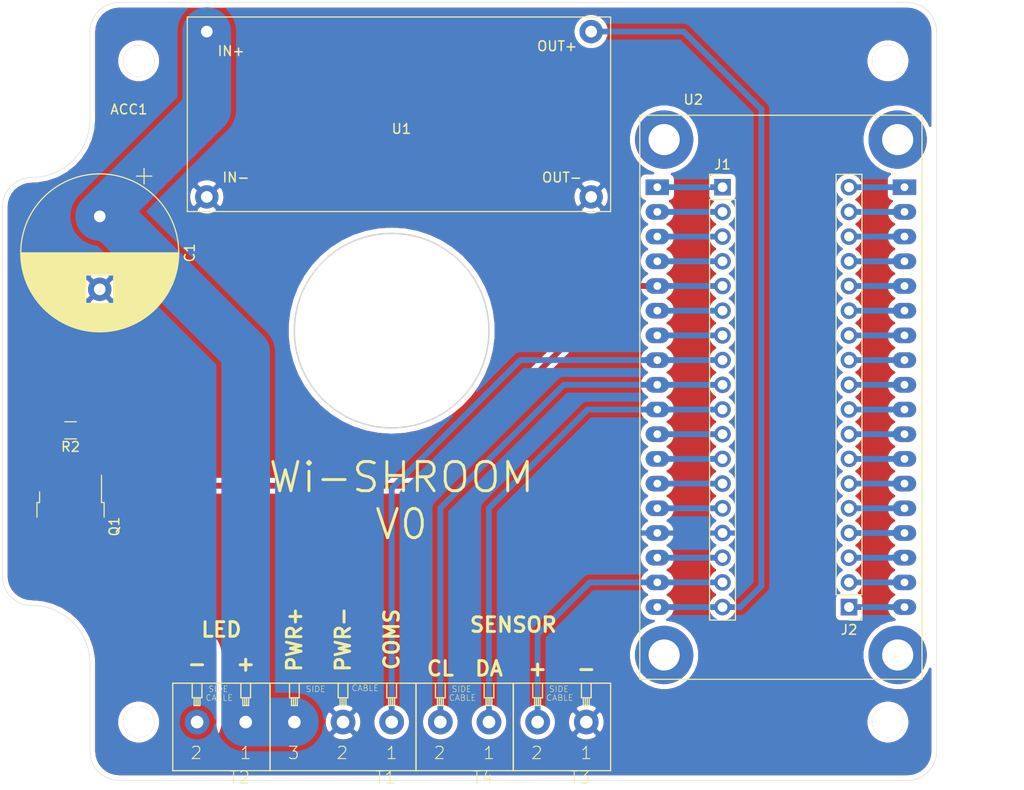
<source format=kicad_pcb>
(kicad_pcb (version 20171130) (host pcbnew 5.1.10)

  (general
    (thickness 1.6)
    (drawings 17)
    (tracks 68)
    (zones 0)
    (modules 12)
    (nets 39)
  )

  (page A4)
  (layers
    (0 F.Cu signal)
    (31 B.Cu signal)
    (32 B.Adhes user)
    (33 F.Adhes user)
    (34 B.Paste user)
    (35 F.Paste user)
    (36 B.SilkS user)
    (37 F.SilkS user)
    (38 B.Mask user)
    (39 F.Mask user)
    (40 Dwgs.User user)
    (41 Cmts.User user)
    (42 Eco1.User user)
    (43 Eco2.User user)
    (44 Edge.Cuts user)
    (45 Margin user)
    (46 B.CrtYd user)
    (47 F.CrtYd user)
    (48 B.Fab user)
    (49 F.Fab user hide)
  )

  (setup
    (last_trace_width 0.6)
    (user_trace_width 5)
    (trace_clearance 0.2)
    (zone_clearance 0.508)
    (zone_45_only no)
    (trace_min 0.2)
    (via_size 0.6)
    (via_drill 0.4)
    (via_min_size 0.4)
    (via_min_drill 0.3)
    (uvia_size 0.3)
    (uvia_drill 0.1)
    (uvias_allowed no)
    (uvia_min_size 0.2)
    (uvia_min_drill 0.1)
    (edge_width 0.15)
    (segment_width 0.2)
    (pcb_text_width 0.3)
    (pcb_text_size 1.5 1.5)
    (mod_edge_width 0.15)
    (mod_text_size 1 1)
    (mod_text_width 0.15)
    (pad_size 1.524 1.524)
    (pad_drill 0.762)
    (pad_to_mask_clearance 0.2)
    (aux_axis_origin 0 0)
    (visible_elements FFFEFF7F)
    (pcbplotparams
      (layerselection 0x010fc_ffffffff)
      (usegerberextensions true)
      (usegerberattributes false)
      (usegerberadvancedattributes false)
      (creategerberjobfile false)
      (excludeedgelayer true)
      (linewidth 0.100000)
      (plotframeref false)
      (viasonmask false)
      (mode 1)
      (useauxorigin false)
      (hpglpennumber 1)
      (hpglpenspeed 20)
      (hpglpendiameter 15.000000)
      (psnegative false)
      (psa4output false)
      (plotreference true)
      (plotvalue true)
      (plotinvisibletext false)
      (padsonsilk false)
      (subtractmaskfromsilk false)
      (outputformat 1)
      (mirror false)
      (drillshape 0)
      (scaleselection 1)
      (outputdirectory "gerber/"))
  )

  (net 0 "")
  (net 1 VDD)
  (net 2 GND)
  (net 3 +3V3)
  (net 4 /LIGHT)
  (net 5 "Net-(Q1-Pad2)")
  (net 6 /COMMS)
  (net 7 /SENSOR_SDA)
  (net 8 /SENSOR_SCL)
  (net 9 +5V)
  (net 10 "Net-(J1-Pad16)")
  (net 11 "Net-(J1-Pad14)")
  (net 12 "Net-(J1-Pad13)")
  (net 13 "Net-(J1-Pad12)")
  (net 14 "Net-(J1-Pad11)")
  (net 15 "Net-(J1-Pad7)")
  (net 16 "Net-(J1-Pad6)")
  (net 17 "Net-(J1-Pad4)")
  (net 18 "Net-(J1-Pad3)")
  (net 19 "Net-(J1-Pad2)")
  (net 20 "Net-(J1-Pad1)")
  (net 21 "Net-(J2-Pad18)")
  (net 22 "Net-(J2-Pad17)")
  (net 23 "Net-(J2-Pad16)")
  (net 24 "Net-(J2-Pad15)")
  (net 25 "Net-(J2-Pad14)")
  (net 26 "Net-(J2-Pad13)")
  (net 27 "Net-(J2-Pad12)")
  (net 28 "Net-(J2-Pad11)")
  (net 29 "Net-(J2-Pad10)")
  (net 30 "Net-(J2-Pad9)")
  (net 31 "Net-(J2-Pad8)")
  (net 32 "Net-(J2-Pad7)")
  (net 33 "Net-(J2-Pad6)")
  (net 34 "Net-(J2-Pad5)")
  (net 35 "Net-(J2-Pad4)")
  (net 36 "Net-(J2-Pad3)")
  (net 37 "Net-(J2-Pad2)")
  (net 38 "Net-(J2-Pad1)")

  (net_class Default "This is the default net class."
    (clearance 0.2)
    (trace_width 0.6)
    (via_dia 0.6)
    (via_drill 0.4)
    (uvia_dia 0.3)
    (uvia_drill 0.1)
    (add_net +3V3)
    (add_net +5V)
    (add_net /COMMS)
    (add_net /LIGHT)
    (add_net /SENSOR_SCL)
    (add_net /SENSOR_SDA)
    (add_net GND)
    (add_net "Net-(J1-Pad1)")
    (add_net "Net-(J1-Pad11)")
    (add_net "Net-(J1-Pad12)")
    (add_net "Net-(J1-Pad13)")
    (add_net "Net-(J1-Pad14)")
    (add_net "Net-(J1-Pad16)")
    (add_net "Net-(J1-Pad2)")
    (add_net "Net-(J1-Pad3)")
    (add_net "Net-(J1-Pad4)")
    (add_net "Net-(J1-Pad6)")
    (add_net "Net-(J1-Pad7)")
    (add_net "Net-(J2-Pad1)")
    (add_net "Net-(J2-Pad10)")
    (add_net "Net-(J2-Pad11)")
    (add_net "Net-(J2-Pad12)")
    (add_net "Net-(J2-Pad13)")
    (add_net "Net-(J2-Pad14)")
    (add_net "Net-(J2-Pad15)")
    (add_net "Net-(J2-Pad16)")
    (add_net "Net-(J2-Pad17)")
    (add_net "Net-(J2-Pad18)")
    (add_net "Net-(J2-Pad2)")
    (add_net "Net-(J2-Pad3)")
    (add_net "Net-(J2-Pad4)")
    (add_net "Net-(J2-Pad5)")
    (add_net "Net-(J2-Pad6)")
    (add_net "Net-(J2-Pad7)")
    (add_net "Net-(J2-Pad8)")
    (add_net "Net-(J2-Pad9)")
    (add_net "Net-(Q1-Pad2)")
    (add_net VDD)
  )

  (net_class Power ""
    (clearance 0.3)
    (trace_width 1.3)
    (via_dia 0.6)
    (via_drill 0.4)
    (uvia_dia 0.3)
    (uvia_drill 0.1)
  )

  (module custom_enclosure:electus_hb6217 locked (layer F.Cu) (tedit 618B7753) (tstamp 618ADE62)
    (at 65 44)
    (path /618A6835)
    (fp_text reference ACC1 (at 13 11) (layer F.SilkS)
      (effects (font (size 1 1) (thickness 0.15)))
    )
    (fp_text value ACCESSORY_NO_PINS (at 23 1.5) (layer F.Fab)
      (effects (font (size 1 1) (thickness 0.15)))
    )
    (fp_line (start 9.0011 68.0036) (end 9.0011 77.0036) (layer Edge.Cuts) (width 0.05))
    (fp_line (start 9.0011 12.0036) (end 9.0011 3.0036) (layer Edge.Cuts) (width 0.05))
    (fp_line (start 0.0011 21.0036) (end 0.0011 59.0036) (layer Edge.Cuts) (width 0.05))
    (fp_line (start 96.0011 77.0036) (end 96.0011 3.0036) (layer Edge.Cuts) (width 0.05))
    (fp_line (start 12.0011 0.0036) (end 93.0011 0.0036) (layer Edge.Cuts) (width 0.05))
    (fp_line (start 12.0011 80.0036) (end 93.0011 80.0036) (layer Edge.Cuts) (width 0.05))
    (fp_arc (start 93.0011 3.0036) (end 96.0011 3.0036) (angle -90) (layer Edge.Cuts) (width 0.05))
    (fp_arc (start 93.0011 77.0036) (end 93.0011 80.0036) (angle -90) (layer Edge.Cuts) (width 0.05))
    (fp_arc (start 3.0011 21.0036) (end 3.0011 18.0036) (angle -90) (layer Edge.Cuts) (width 0.05))
    (fp_arc (start 3.001099 12.0036) (end 3.0011 18.0036) (angle -90) (layer Edge.Cuts) (width 0.05))
    (fp_arc (start 12.0011 3.0036) (end 12.0011 0.0036) (angle -90) (layer Edge.Cuts) (width 0.05))
    (fp_arc (start 3.0011 59.0036) (end 0.0011 59.0036) (angle -90) (layer Edge.Cuts) (width 0.05))
    (fp_arc (start 3.001099 68.0036) (end 9.0011 68.0036) (angle -90) (layer Edge.Cuts) (width 0.05))
    (fp_arc (start 12.0011 77.0036) (end 9.0011 77.0036) (angle -90) (layer Edge.Cuts) (width 0.05))
    (pad "" thru_hole circle (at 91 74) (size 3.2 3.2) (drill 3.2) (layers *.Cu *.Mask F.SilkS))
    (pad "" thru_hole circle (at 14 74) (size 3.2 3.2) (drill 3.2) (layers *.Cu *.Mask F.SilkS))
    (pad "" thru_hole circle (at 14 6) (size 3.2 3.2) (drill 3.2) (layers *.Cu *.Mask F.SilkS))
    (pad "" thru_hole circle (at 91 6) (size 3.2 3.2) (drill 3.2) (layers *.Cu *.Mask F.SilkS))
  )

  (module Capacitor_THT:CP_Radial_D16.0mm_P7.50mm (layer F.Cu) (tedit 5AE50EF1) (tstamp 59F804F9)
    (at 75 66 270)
    (descr "CP, Radial series, Radial, pin pitch=7.50mm, , diameter=16mm, Electrolytic Capacitor")
    (tags "CP Radial series Radial pin pitch 7.50mm  diameter 16mm Electrolytic Capacitor")
    (path /59F6F604)
    (fp_text reference C1 (at 3.75 -9.25 90) (layer F.SilkS)
      (effects (font (size 1 1) (thickness 0.15)))
    )
    (fp_text value "4700uf 25v" (at 3.75 9.25 90) (layer F.Fab)
      (effects (font (size 1 1) (thickness 0.15)))
    )
    (fp_circle (center 3.75 0) (end 11.75 0) (layer F.Fab) (width 0.1))
    (fp_circle (center 3.75 0) (end 11.87 0) (layer F.SilkS) (width 0.12))
    (fp_circle (center 3.75 0) (end 12 0) (layer F.CrtYd) (width 0.05))
    (fp_line (start -3.125168 -3.5075) (end -1.525168 -3.5075) (layer F.Fab) (width 0.1))
    (fp_line (start -2.325168 -4.3075) (end -2.325168 -2.7075) (layer F.Fab) (width 0.1))
    (fp_line (start 3.75 -8.081) (end 3.75 8.081) (layer F.SilkS) (width 0.12))
    (fp_line (start 3.79 -8.08) (end 3.79 8.08) (layer F.SilkS) (width 0.12))
    (fp_line (start 3.83 -8.08) (end 3.83 8.08) (layer F.SilkS) (width 0.12))
    (fp_line (start 3.87 -8.08) (end 3.87 8.08) (layer F.SilkS) (width 0.12))
    (fp_line (start 3.91 -8.079) (end 3.91 8.079) (layer F.SilkS) (width 0.12))
    (fp_line (start 3.95 -8.078) (end 3.95 8.078) (layer F.SilkS) (width 0.12))
    (fp_line (start 3.99 -8.077) (end 3.99 8.077) (layer F.SilkS) (width 0.12))
    (fp_line (start 4.03 -8.076) (end 4.03 8.076) (layer F.SilkS) (width 0.12))
    (fp_line (start 4.07 -8.074) (end 4.07 8.074) (layer F.SilkS) (width 0.12))
    (fp_line (start 4.11 -8.073) (end 4.11 8.073) (layer F.SilkS) (width 0.12))
    (fp_line (start 4.15 -8.071) (end 4.15 8.071) (layer F.SilkS) (width 0.12))
    (fp_line (start 4.19 -8.069) (end 4.19 8.069) (layer F.SilkS) (width 0.12))
    (fp_line (start 4.23 -8.066) (end 4.23 8.066) (layer F.SilkS) (width 0.12))
    (fp_line (start 4.27 -8.064) (end 4.27 8.064) (layer F.SilkS) (width 0.12))
    (fp_line (start 4.31 -8.061) (end 4.31 8.061) (layer F.SilkS) (width 0.12))
    (fp_line (start 4.35 -8.058) (end 4.35 8.058) (layer F.SilkS) (width 0.12))
    (fp_line (start 4.39 -8.055) (end 4.39 8.055) (layer F.SilkS) (width 0.12))
    (fp_line (start 4.43 -8.052) (end 4.43 8.052) (layer F.SilkS) (width 0.12))
    (fp_line (start 4.471 -8.049) (end 4.471 8.049) (layer F.SilkS) (width 0.12))
    (fp_line (start 4.511 -8.045) (end 4.511 8.045) (layer F.SilkS) (width 0.12))
    (fp_line (start 4.551 -8.041) (end 4.551 8.041) (layer F.SilkS) (width 0.12))
    (fp_line (start 4.591 -8.037) (end 4.591 8.037) (layer F.SilkS) (width 0.12))
    (fp_line (start 4.631 -8.033) (end 4.631 8.033) (layer F.SilkS) (width 0.12))
    (fp_line (start 4.671 -8.028) (end 4.671 8.028) (layer F.SilkS) (width 0.12))
    (fp_line (start 4.711 -8.024) (end 4.711 8.024) (layer F.SilkS) (width 0.12))
    (fp_line (start 4.751 -8.019) (end 4.751 8.019) (layer F.SilkS) (width 0.12))
    (fp_line (start 4.791 -8.014) (end 4.791 8.014) (layer F.SilkS) (width 0.12))
    (fp_line (start 4.831 -8.008) (end 4.831 8.008) (layer F.SilkS) (width 0.12))
    (fp_line (start 4.871 -8.003) (end 4.871 8.003) (layer F.SilkS) (width 0.12))
    (fp_line (start 4.911 -7.997) (end 4.911 7.997) (layer F.SilkS) (width 0.12))
    (fp_line (start 4.951 -7.991) (end 4.951 7.991) (layer F.SilkS) (width 0.12))
    (fp_line (start 4.991 -7.985) (end 4.991 7.985) (layer F.SilkS) (width 0.12))
    (fp_line (start 5.031 -7.979) (end 5.031 7.979) (layer F.SilkS) (width 0.12))
    (fp_line (start 5.071 -7.972) (end 5.071 7.972) (layer F.SilkS) (width 0.12))
    (fp_line (start 5.111 -7.966) (end 5.111 7.966) (layer F.SilkS) (width 0.12))
    (fp_line (start 5.151 -7.959) (end 5.151 7.959) (layer F.SilkS) (width 0.12))
    (fp_line (start 5.191 -7.952) (end 5.191 7.952) (layer F.SilkS) (width 0.12))
    (fp_line (start 5.231 -7.944) (end 5.231 7.944) (layer F.SilkS) (width 0.12))
    (fp_line (start 5.271 -7.937) (end 5.271 7.937) (layer F.SilkS) (width 0.12))
    (fp_line (start 5.311 -7.929) (end 5.311 7.929) (layer F.SilkS) (width 0.12))
    (fp_line (start 5.351 -7.921) (end 5.351 7.921) (layer F.SilkS) (width 0.12))
    (fp_line (start 5.391 -7.913) (end 5.391 7.913) (layer F.SilkS) (width 0.12))
    (fp_line (start 5.431 -7.905) (end 5.431 7.905) (layer F.SilkS) (width 0.12))
    (fp_line (start 5.471 -7.896) (end 5.471 7.896) (layer F.SilkS) (width 0.12))
    (fp_line (start 5.511 -7.887) (end 5.511 7.887) (layer F.SilkS) (width 0.12))
    (fp_line (start 5.551 -7.878) (end 5.551 7.878) (layer F.SilkS) (width 0.12))
    (fp_line (start 5.591 -7.869) (end 5.591 7.869) (layer F.SilkS) (width 0.12))
    (fp_line (start 5.631 -7.86) (end 5.631 7.86) (layer F.SilkS) (width 0.12))
    (fp_line (start 5.671 -7.85) (end 5.671 7.85) (layer F.SilkS) (width 0.12))
    (fp_line (start 5.711 -7.84) (end 5.711 7.84) (layer F.SilkS) (width 0.12))
    (fp_line (start 5.751 -7.83) (end 5.751 7.83) (layer F.SilkS) (width 0.12))
    (fp_line (start 5.791 -7.82) (end 5.791 7.82) (layer F.SilkS) (width 0.12))
    (fp_line (start 5.831 -7.81) (end 5.831 7.81) (layer F.SilkS) (width 0.12))
    (fp_line (start 5.871 -7.799) (end 5.871 7.799) (layer F.SilkS) (width 0.12))
    (fp_line (start 5.911 -7.788) (end 5.911 7.788) (layer F.SilkS) (width 0.12))
    (fp_line (start 5.951 -7.777) (end 5.951 7.777) (layer F.SilkS) (width 0.12))
    (fp_line (start 5.991 -7.765) (end 5.991 7.765) (layer F.SilkS) (width 0.12))
    (fp_line (start 6.031 -7.754) (end 6.031 7.754) (layer F.SilkS) (width 0.12))
    (fp_line (start 6.071 -7.742) (end 6.071 -1.44) (layer F.SilkS) (width 0.12))
    (fp_line (start 6.071 1.44) (end 6.071 7.742) (layer F.SilkS) (width 0.12))
    (fp_line (start 6.111 -7.73) (end 6.111 -1.44) (layer F.SilkS) (width 0.12))
    (fp_line (start 6.111 1.44) (end 6.111 7.73) (layer F.SilkS) (width 0.12))
    (fp_line (start 6.151 -7.718) (end 6.151 -1.44) (layer F.SilkS) (width 0.12))
    (fp_line (start 6.151 1.44) (end 6.151 7.718) (layer F.SilkS) (width 0.12))
    (fp_line (start 6.191 -7.705) (end 6.191 -1.44) (layer F.SilkS) (width 0.12))
    (fp_line (start 6.191 1.44) (end 6.191 7.705) (layer F.SilkS) (width 0.12))
    (fp_line (start 6.231 -7.693) (end 6.231 -1.44) (layer F.SilkS) (width 0.12))
    (fp_line (start 6.231 1.44) (end 6.231 7.693) (layer F.SilkS) (width 0.12))
    (fp_line (start 6.271 -7.68) (end 6.271 -1.44) (layer F.SilkS) (width 0.12))
    (fp_line (start 6.271 1.44) (end 6.271 7.68) (layer F.SilkS) (width 0.12))
    (fp_line (start 6.311 -7.666) (end 6.311 -1.44) (layer F.SilkS) (width 0.12))
    (fp_line (start 6.311 1.44) (end 6.311 7.666) (layer F.SilkS) (width 0.12))
    (fp_line (start 6.351 -7.653) (end 6.351 -1.44) (layer F.SilkS) (width 0.12))
    (fp_line (start 6.351 1.44) (end 6.351 7.653) (layer F.SilkS) (width 0.12))
    (fp_line (start 6.391 -7.639) (end 6.391 -1.44) (layer F.SilkS) (width 0.12))
    (fp_line (start 6.391 1.44) (end 6.391 7.639) (layer F.SilkS) (width 0.12))
    (fp_line (start 6.431 -7.625) (end 6.431 -1.44) (layer F.SilkS) (width 0.12))
    (fp_line (start 6.431 1.44) (end 6.431 7.625) (layer F.SilkS) (width 0.12))
    (fp_line (start 6.471 -7.611) (end 6.471 -1.44) (layer F.SilkS) (width 0.12))
    (fp_line (start 6.471 1.44) (end 6.471 7.611) (layer F.SilkS) (width 0.12))
    (fp_line (start 6.511 -7.597) (end 6.511 -1.44) (layer F.SilkS) (width 0.12))
    (fp_line (start 6.511 1.44) (end 6.511 7.597) (layer F.SilkS) (width 0.12))
    (fp_line (start 6.551 -7.582) (end 6.551 -1.44) (layer F.SilkS) (width 0.12))
    (fp_line (start 6.551 1.44) (end 6.551 7.582) (layer F.SilkS) (width 0.12))
    (fp_line (start 6.591 -7.568) (end 6.591 -1.44) (layer F.SilkS) (width 0.12))
    (fp_line (start 6.591 1.44) (end 6.591 7.568) (layer F.SilkS) (width 0.12))
    (fp_line (start 6.631 -7.553) (end 6.631 -1.44) (layer F.SilkS) (width 0.12))
    (fp_line (start 6.631 1.44) (end 6.631 7.553) (layer F.SilkS) (width 0.12))
    (fp_line (start 6.671 -7.537) (end 6.671 -1.44) (layer F.SilkS) (width 0.12))
    (fp_line (start 6.671 1.44) (end 6.671 7.537) (layer F.SilkS) (width 0.12))
    (fp_line (start 6.711 -7.522) (end 6.711 -1.44) (layer F.SilkS) (width 0.12))
    (fp_line (start 6.711 1.44) (end 6.711 7.522) (layer F.SilkS) (width 0.12))
    (fp_line (start 6.751 -7.506) (end 6.751 -1.44) (layer F.SilkS) (width 0.12))
    (fp_line (start 6.751 1.44) (end 6.751 7.506) (layer F.SilkS) (width 0.12))
    (fp_line (start 6.791 -7.49) (end 6.791 -1.44) (layer F.SilkS) (width 0.12))
    (fp_line (start 6.791 1.44) (end 6.791 7.49) (layer F.SilkS) (width 0.12))
    (fp_line (start 6.831 -7.474) (end 6.831 -1.44) (layer F.SilkS) (width 0.12))
    (fp_line (start 6.831 1.44) (end 6.831 7.474) (layer F.SilkS) (width 0.12))
    (fp_line (start 6.871 -7.457) (end 6.871 -1.44) (layer F.SilkS) (width 0.12))
    (fp_line (start 6.871 1.44) (end 6.871 7.457) (layer F.SilkS) (width 0.12))
    (fp_line (start 6.911 -7.44) (end 6.911 -1.44) (layer F.SilkS) (width 0.12))
    (fp_line (start 6.911 1.44) (end 6.911 7.44) (layer F.SilkS) (width 0.12))
    (fp_line (start 6.951 -7.423) (end 6.951 -1.44) (layer F.SilkS) (width 0.12))
    (fp_line (start 6.951 1.44) (end 6.951 7.423) (layer F.SilkS) (width 0.12))
    (fp_line (start 6.991 -7.406) (end 6.991 -1.44) (layer F.SilkS) (width 0.12))
    (fp_line (start 6.991 1.44) (end 6.991 7.406) (layer F.SilkS) (width 0.12))
    (fp_line (start 7.031 -7.389) (end 7.031 -1.44) (layer F.SilkS) (width 0.12))
    (fp_line (start 7.031 1.44) (end 7.031 7.389) (layer F.SilkS) (width 0.12))
    (fp_line (start 7.071 -7.371) (end 7.071 -1.44) (layer F.SilkS) (width 0.12))
    (fp_line (start 7.071 1.44) (end 7.071 7.371) (layer F.SilkS) (width 0.12))
    (fp_line (start 7.111 -7.353) (end 7.111 -1.44) (layer F.SilkS) (width 0.12))
    (fp_line (start 7.111 1.44) (end 7.111 7.353) (layer F.SilkS) (width 0.12))
    (fp_line (start 7.151 -7.334) (end 7.151 -1.44) (layer F.SilkS) (width 0.12))
    (fp_line (start 7.151 1.44) (end 7.151 7.334) (layer F.SilkS) (width 0.12))
    (fp_line (start 7.191 -7.316) (end 7.191 -1.44) (layer F.SilkS) (width 0.12))
    (fp_line (start 7.191 1.44) (end 7.191 7.316) (layer F.SilkS) (width 0.12))
    (fp_line (start 7.231 -7.297) (end 7.231 -1.44) (layer F.SilkS) (width 0.12))
    (fp_line (start 7.231 1.44) (end 7.231 7.297) (layer F.SilkS) (width 0.12))
    (fp_line (start 7.271 -7.278) (end 7.271 -1.44) (layer F.SilkS) (width 0.12))
    (fp_line (start 7.271 1.44) (end 7.271 7.278) (layer F.SilkS) (width 0.12))
    (fp_line (start 7.311 -7.258) (end 7.311 -1.44) (layer F.SilkS) (width 0.12))
    (fp_line (start 7.311 1.44) (end 7.311 7.258) (layer F.SilkS) (width 0.12))
    (fp_line (start 7.351 -7.239) (end 7.351 -1.44) (layer F.SilkS) (width 0.12))
    (fp_line (start 7.351 1.44) (end 7.351 7.239) (layer F.SilkS) (width 0.12))
    (fp_line (start 7.391 -7.219) (end 7.391 -1.44) (layer F.SilkS) (width 0.12))
    (fp_line (start 7.391 1.44) (end 7.391 7.219) (layer F.SilkS) (width 0.12))
    (fp_line (start 7.431 -7.199) (end 7.431 -1.44) (layer F.SilkS) (width 0.12))
    (fp_line (start 7.431 1.44) (end 7.431 7.199) (layer F.SilkS) (width 0.12))
    (fp_line (start 7.471 -7.178) (end 7.471 -1.44) (layer F.SilkS) (width 0.12))
    (fp_line (start 7.471 1.44) (end 7.471 7.178) (layer F.SilkS) (width 0.12))
    (fp_line (start 7.511 -7.157) (end 7.511 -1.44) (layer F.SilkS) (width 0.12))
    (fp_line (start 7.511 1.44) (end 7.511 7.157) (layer F.SilkS) (width 0.12))
    (fp_line (start 7.551 -7.136) (end 7.551 -1.44) (layer F.SilkS) (width 0.12))
    (fp_line (start 7.551 1.44) (end 7.551 7.136) (layer F.SilkS) (width 0.12))
    (fp_line (start 7.591 -7.115) (end 7.591 -1.44) (layer F.SilkS) (width 0.12))
    (fp_line (start 7.591 1.44) (end 7.591 7.115) (layer F.SilkS) (width 0.12))
    (fp_line (start 7.631 -7.094) (end 7.631 -1.44) (layer F.SilkS) (width 0.12))
    (fp_line (start 7.631 1.44) (end 7.631 7.094) (layer F.SilkS) (width 0.12))
    (fp_line (start 7.671 -7.072) (end 7.671 -1.44) (layer F.SilkS) (width 0.12))
    (fp_line (start 7.671 1.44) (end 7.671 7.072) (layer F.SilkS) (width 0.12))
    (fp_line (start 7.711 -7.049) (end 7.711 -1.44) (layer F.SilkS) (width 0.12))
    (fp_line (start 7.711 1.44) (end 7.711 7.049) (layer F.SilkS) (width 0.12))
    (fp_line (start 7.751 -7.027) (end 7.751 -1.44) (layer F.SilkS) (width 0.12))
    (fp_line (start 7.751 1.44) (end 7.751 7.027) (layer F.SilkS) (width 0.12))
    (fp_line (start 7.791 -7.004) (end 7.791 -1.44) (layer F.SilkS) (width 0.12))
    (fp_line (start 7.791 1.44) (end 7.791 7.004) (layer F.SilkS) (width 0.12))
    (fp_line (start 7.831 -6.981) (end 7.831 -1.44) (layer F.SilkS) (width 0.12))
    (fp_line (start 7.831 1.44) (end 7.831 6.981) (layer F.SilkS) (width 0.12))
    (fp_line (start 7.871 -6.958) (end 7.871 -1.44) (layer F.SilkS) (width 0.12))
    (fp_line (start 7.871 1.44) (end 7.871 6.958) (layer F.SilkS) (width 0.12))
    (fp_line (start 7.911 -6.934) (end 7.911 -1.44) (layer F.SilkS) (width 0.12))
    (fp_line (start 7.911 1.44) (end 7.911 6.934) (layer F.SilkS) (width 0.12))
    (fp_line (start 7.951 -6.91) (end 7.951 -1.44) (layer F.SilkS) (width 0.12))
    (fp_line (start 7.951 1.44) (end 7.951 6.91) (layer F.SilkS) (width 0.12))
    (fp_line (start 7.991 -6.886) (end 7.991 -1.44) (layer F.SilkS) (width 0.12))
    (fp_line (start 7.991 1.44) (end 7.991 6.886) (layer F.SilkS) (width 0.12))
    (fp_line (start 8.031 -6.861) (end 8.031 -1.44) (layer F.SilkS) (width 0.12))
    (fp_line (start 8.031 1.44) (end 8.031 6.861) (layer F.SilkS) (width 0.12))
    (fp_line (start 8.071 -6.836) (end 8.071 -1.44) (layer F.SilkS) (width 0.12))
    (fp_line (start 8.071 1.44) (end 8.071 6.836) (layer F.SilkS) (width 0.12))
    (fp_line (start 8.111 -6.811) (end 8.111 -1.44) (layer F.SilkS) (width 0.12))
    (fp_line (start 8.111 1.44) (end 8.111 6.811) (layer F.SilkS) (width 0.12))
    (fp_line (start 8.151 -6.785) (end 8.151 -1.44) (layer F.SilkS) (width 0.12))
    (fp_line (start 8.151 1.44) (end 8.151 6.785) (layer F.SilkS) (width 0.12))
    (fp_line (start 8.191 -6.759) (end 8.191 -1.44) (layer F.SilkS) (width 0.12))
    (fp_line (start 8.191 1.44) (end 8.191 6.759) (layer F.SilkS) (width 0.12))
    (fp_line (start 8.231 -6.733) (end 8.231 -1.44) (layer F.SilkS) (width 0.12))
    (fp_line (start 8.231 1.44) (end 8.231 6.733) (layer F.SilkS) (width 0.12))
    (fp_line (start 8.271 -6.706) (end 8.271 -1.44) (layer F.SilkS) (width 0.12))
    (fp_line (start 8.271 1.44) (end 8.271 6.706) (layer F.SilkS) (width 0.12))
    (fp_line (start 8.311 -6.679) (end 8.311 -1.44) (layer F.SilkS) (width 0.12))
    (fp_line (start 8.311 1.44) (end 8.311 6.679) (layer F.SilkS) (width 0.12))
    (fp_line (start 8.351 -6.652) (end 8.351 -1.44) (layer F.SilkS) (width 0.12))
    (fp_line (start 8.351 1.44) (end 8.351 6.652) (layer F.SilkS) (width 0.12))
    (fp_line (start 8.391 -6.624) (end 8.391 -1.44) (layer F.SilkS) (width 0.12))
    (fp_line (start 8.391 1.44) (end 8.391 6.624) (layer F.SilkS) (width 0.12))
    (fp_line (start 8.431 -6.596) (end 8.431 -1.44) (layer F.SilkS) (width 0.12))
    (fp_line (start 8.431 1.44) (end 8.431 6.596) (layer F.SilkS) (width 0.12))
    (fp_line (start 8.471 -6.568) (end 8.471 -1.44) (layer F.SilkS) (width 0.12))
    (fp_line (start 8.471 1.44) (end 8.471 6.568) (layer F.SilkS) (width 0.12))
    (fp_line (start 8.511 -6.539) (end 8.511 -1.44) (layer F.SilkS) (width 0.12))
    (fp_line (start 8.511 1.44) (end 8.511 6.539) (layer F.SilkS) (width 0.12))
    (fp_line (start 8.551 -6.51) (end 8.551 -1.44) (layer F.SilkS) (width 0.12))
    (fp_line (start 8.551 1.44) (end 8.551 6.51) (layer F.SilkS) (width 0.12))
    (fp_line (start 8.591 -6.48) (end 8.591 -1.44) (layer F.SilkS) (width 0.12))
    (fp_line (start 8.591 1.44) (end 8.591 6.48) (layer F.SilkS) (width 0.12))
    (fp_line (start 8.631 -6.45) (end 8.631 -1.44) (layer F.SilkS) (width 0.12))
    (fp_line (start 8.631 1.44) (end 8.631 6.45) (layer F.SilkS) (width 0.12))
    (fp_line (start 8.671 -6.42) (end 8.671 -1.44) (layer F.SilkS) (width 0.12))
    (fp_line (start 8.671 1.44) (end 8.671 6.42) (layer F.SilkS) (width 0.12))
    (fp_line (start 8.711 -6.39) (end 8.711 -1.44) (layer F.SilkS) (width 0.12))
    (fp_line (start 8.711 1.44) (end 8.711 6.39) (layer F.SilkS) (width 0.12))
    (fp_line (start 8.751 -6.358) (end 8.751 -1.44) (layer F.SilkS) (width 0.12))
    (fp_line (start 8.751 1.44) (end 8.751 6.358) (layer F.SilkS) (width 0.12))
    (fp_line (start 8.791 -6.327) (end 8.791 -1.44) (layer F.SilkS) (width 0.12))
    (fp_line (start 8.791 1.44) (end 8.791 6.327) (layer F.SilkS) (width 0.12))
    (fp_line (start 8.831 -6.295) (end 8.831 -1.44) (layer F.SilkS) (width 0.12))
    (fp_line (start 8.831 1.44) (end 8.831 6.295) (layer F.SilkS) (width 0.12))
    (fp_line (start 8.871 -6.263) (end 8.871 -1.44) (layer F.SilkS) (width 0.12))
    (fp_line (start 8.871 1.44) (end 8.871 6.263) (layer F.SilkS) (width 0.12))
    (fp_line (start 8.911 -6.23) (end 8.911 -1.44) (layer F.SilkS) (width 0.12))
    (fp_line (start 8.911 1.44) (end 8.911 6.23) (layer F.SilkS) (width 0.12))
    (fp_line (start 8.951 -6.197) (end 8.951 6.197) (layer F.SilkS) (width 0.12))
    (fp_line (start 8.991 -6.163) (end 8.991 6.163) (layer F.SilkS) (width 0.12))
    (fp_line (start 9.031 -6.129) (end 9.031 6.129) (layer F.SilkS) (width 0.12))
    (fp_line (start 9.071 -6.095) (end 9.071 6.095) (layer F.SilkS) (width 0.12))
    (fp_line (start 9.111 -6.06) (end 9.111 6.06) (layer F.SilkS) (width 0.12))
    (fp_line (start 9.151 -6.025) (end 9.151 6.025) (layer F.SilkS) (width 0.12))
    (fp_line (start 9.191 -5.989) (end 9.191 5.989) (layer F.SilkS) (width 0.12))
    (fp_line (start 9.231 -5.952) (end 9.231 5.952) (layer F.SilkS) (width 0.12))
    (fp_line (start 9.271 -5.916) (end 9.271 5.916) (layer F.SilkS) (width 0.12))
    (fp_line (start 9.311 -5.878) (end 9.311 5.878) (layer F.SilkS) (width 0.12))
    (fp_line (start 9.351 -5.84) (end 9.351 5.84) (layer F.SilkS) (width 0.12))
    (fp_line (start 9.391 -5.802) (end 9.391 5.802) (layer F.SilkS) (width 0.12))
    (fp_line (start 9.431 -5.763) (end 9.431 5.763) (layer F.SilkS) (width 0.12))
    (fp_line (start 9.471 -5.724) (end 9.471 5.724) (layer F.SilkS) (width 0.12))
    (fp_line (start 9.511 -5.684) (end 9.511 5.684) (layer F.SilkS) (width 0.12))
    (fp_line (start 9.551 -5.643) (end 9.551 5.643) (layer F.SilkS) (width 0.12))
    (fp_line (start 9.591 -5.602) (end 9.591 5.602) (layer F.SilkS) (width 0.12))
    (fp_line (start 9.631 -5.56) (end 9.631 5.56) (layer F.SilkS) (width 0.12))
    (fp_line (start 9.671 -5.518) (end 9.671 5.518) (layer F.SilkS) (width 0.12))
    (fp_line (start 9.711 -5.475) (end 9.711 5.475) (layer F.SilkS) (width 0.12))
    (fp_line (start 9.751 -5.432) (end 9.751 5.432) (layer F.SilkS) (width 0.12))
    (fp_line (start 9.791 -5.388) (end 9.791 5.388) (layer F.SilkS) (width 0.12))
    (fp_line (start 9.831 -5.343) (end 9.831 5.343) (layer F.SilkS) (width 0.12))
    (fp_line (start 9.871 -5.297) (end 9.871 5.297) (layer F.SilkS) (width 0.12))
    (fp_line (start 9.911 -5.251) (end 9.911 5.251) (layer F.SilkS) (width 0.12))
    (fp_line (start 9.951 -5.204) (end 9.951 5.204) (layer F.SilkS) (width 0.12))
    (fp_line (start 9.991 -5.156) (end 9.991 5.156) (layer F.SilkS) (width 0.12))
    (fp_line (start 10.031 -5.108) (end 10.031 5.108) (layer F.SilkS) (width 0.12))
    (fp_line (start 10.071 -5.059) (end 10.071 5.059) (layer F.SilkS) (width 0.12))
    (fp_line (start 10.111 -5.009) (end 10.111 5.009) (layer F.SilkS) (width 0.12))
    (fp_line (start 10.151 -4.958) (end 10.151 4.958) (layer F.SilkS) (width 0.12))
    (fp_line (start 10.191 -4.906) (end 10.191 4.906) (layer F.SilkS) (width 0.12))
    (fp_line (start 10.231 -4.854) (end 10.231 4.854) (layer F.SilkS) (width 0.12))
    (fp_line (start 10.271 -4.8) (end 10.271 4.8) (layer F.SilkS) (width 0.12))
    (fp_line (start 10.311 -4.746) (end 10.311 4.746) (layer F.SilkS) (width 0.12))
    (fp_line (start 10.351 -4.691) (end 10.351 4.691) (layer F.SilkS) (width 0.12))
    (fp_line (start 10.391 -4.634) (end 10.391 4.634) (layer F.SilkS) (width 0.12))
    (fp_line (start 10.431 -4.577) (end 10.431 4.577) (layer F.SilkS) (width 0.12))
    (fp_line (start 10.471 -4.519) (end 10.471 4.519) (layer F.SilkS) (width 0.12))
    (fp_line (start 10.511 -4.459) (end 10.511 4.459) (layer F.SilkS) (width 0.12))
    (fp_line (start 10.551 -4.398) (end 10.551 4.398) (layer F.SilkS) (width 0.12))
    (fp_line (start 10.591 -4.336) (end 10.591 4.336) (layer F.SilkS) (width 0.12))
    (fp_line (start 10.631 -4.273) (end 10.631 4.273) (layer F.SilkS) (width 0.12))
    (fp_line (start 10.671 -4.209) (end 10.671 4.209) (layer F.SilkS) (width 0.12))
    (fp_line (start 10.711 -4.143) (end 10.711 4.143) (layer F.SilkS) (width 0.12))
    (fp_line (start 10.751 -4.076) (end 10.751 4.076) (layer F.SilkS) (width 0.12))
    (fp_line (start 10.791 -4.007) (end 10.791 4.007) (layer F.SilkS) (width 0.12))
    (fp_line (start 10.831 -3.936) (end 10.831 3.936) (layer F.SilkS) (width 0.12))
    (fp_line (start 10.871 -3.864) (end 10.871 3.864) (layer F.SilkS) (width 0.12))
    (fp_line (start 10.911 -3.79) (end 10.911 3.79) (layer F.SilkS) (width 0.12))
    (fp_line (start 10.951 -3.715) (end 10.951 3.715) (layer F.SilkS) (width 0.12))
    (fp_line (start 10.991 -3.637) (end 10.991 3.637) (layer F.SilkS) (width 0.12))
    (fp_line (start 11.031 -3.557) (end 11.031 3.557) (layer F.SilkS) (width 0.12))
    (fp_line (start 11.071 -3.475) (end 11.071 3.475) (layer F.SilkS) (width 0.12))
    (fp_line (start 11.111 -3.39) (end 11.111 3.39) (layer F.SilkS) (width 0.12))
    (fp_line (start 11.151 -3.303) (end 11.151 3.303) (layer F.SilkS) (width 0.12))
    (fp_line (start 11.191 -3.213) (end 11.191 3.213) (layer F.SilkS) (width 0.12))
    (fp_line (start 11.231 -3.12) (end 11.231 3.12) (layer F.SilkS) (width 0.12))
    (fp_line (start 11.271 -3.024) (end 11.271 3.024) (layer F.SilkS) (width 0.12))
    (fp_line (start 11.311 -2.924) (end 11.311 2.924) (layer F.SilkS) (width 0.12))
    (fp_line (start 11.351 -2.82) (end 11.351 2.82) (layer F.SilkS) (width 0.12))
    (fp_line (start 11.391 -2.711) (end 11.391 2.711) (layer F.SilkS) (width 0.12))
    (fp_line (start 11.431 -2.597) (end 11.431 2.597) (layer F.SilkS) (width 0.12))
    (fp_line (start 11.471 -2.478) (end 11.471 2.478) (layer F.SilkS) (width 0.12))
    (fp_line (start 11.511 -2.351) (end 11.511 2.351) (layer F.SilkS) (width 0.12))
    (fp_line (start 11.551 -2.218) (end 11.551 2.218) (layer F.SilkS) (width 0.12))
    (fp_line (start 11.591 -2.074) (end 11.591 2.074) (layer F.SilkS) (width 0.12))
    (fp_line (start 11.631 -1.92) (end 11.631 1.92) (layer F.SilkS) (width 0.12))
    (fp_line (start 11.671 -1.752) (end 11.671 1.752) (layer F.SilkS) (width 0.12))
    (fp_line (start 11.711 -1.564) (end 11.711 1.564) (layer F.SilkS) (width 0.12))
    (fp_line (start 11.751 -1.351) (end 11.751 1.351) (layer F.SilkS) (width 0.12))
    (fp_line (start 11.791 -1.098) (end 11.791 1.098) (layer F.SilkS) (width 0.12))
    (fp_line (start 11.831 -0.765) (end 11.831 0.765) (layer F.SilkS) (width 0.12))
    (fp_line (start -4.939491 -4.555) (end -3.339491 -4.555) (layer F.SilkS) (width 0.12))
    (fp_line (start -4.139491 -5.355) (end -4.139491 -3.755) (layer F.SilkS) (width 0.12))
    (fp_text user %R (at 3.75 0 90) (layer F.Fab)
      (effects (font (size 1 1) (thickness 0.15)))
    )
    (pad 2 thru_hole circle (at 7.5 0 270) (size 2.4 2.4) (drill 1.2) (layers *.Cu *.Mask)
      (net 2 GND))
    (pad 1 thru_hole rect (at 0 0 270) (size 2.4 2.4) (drill 1.2) (layers *.Cu *.Mask)
      (net 1 VDD))
    (model ${KISYS3DMOD}/Capacitor_THT.3dshapes/CP_Radial_D16.0mm_P7.50mm.wrl
      (at (xyz 0 0 0))
      (scale (xyz 1 1 1))
      (rotate (xyz 0 0 0))
    )
  )

  (module custom_terminal:TERMINAL_ELEMENT14_5MM_X2 (layer F.Cu) (tedit 618A10A3) (tstamp 59F92003)
    (at 115 118 180)
    (path /59F8EEC1)
    (attr virtual)
    (fp_text reference T4 (at 0.635 -5.715) (layer F.SilkS)
      (effects (font (size 1.27 1.27) (thickness 0.1016)))
    )
    (fp_text value TERMINAL_ELEMENT14_5MM_X2 (at 0.3 5.2) (layer F.Fab)
      (effects (font (size 1.524 1.524) (thickness 0.15)))
    )
    (fp_line (start -2.49936 3.99796) (end -2.49936 -4.99872) (layer F.SilkS) (width 0.127))
    (fp_line (start -2.49936 -4.99872) (end 7.49808 -4.99872) (layer F.SilkS) (width 0.127))
    (fp_line (start 7.49808 -4.99872) (end 7.49808 3.99796) (layer F.SilkS) (width 0.127))
    (fp_line (start 7.49808 3.99796) (end 5.4991 3.99796) (layer F.SilkS) (width 0.127))
    (fp_line (start 5.4991 3.99796) (end 4.49834 3.99796) (layer F.SilkS) (width 0.127))
    (fp_line (start 4.49834 3.99796) (end 0.49784 3.99796) (layer F.SilkS) (width 0.127))
    (fp_line (start 0.49784 3.99796) (end -0.49784 3.99796) (layer F.SilkS) (width 0.127))
    (fp_line (start -0.49784 3.99796) (end -2.49936 3.99796) (layer F.SilkS) (width 0.127))
    (fp_line (start -0.49784 3.99796) (end -0.49784 2.49936) (layer F.SilkS) (width 0.127))
    (fp_line (start -0.49784 2.49936) (end 0.49784 2.49936) (layer F.SilkS) (width 0.127))
    (fp_line (start 0.49784 2.49936) (end 0.49784 3.99796) (layer F.SilkS) (width 0.127))
    (fp_line (start 4.49834 3.99796) (end 4.49834 2.49936) (layer F.SilkS) (width 0.127))
    (fp_line (start 4.49834 2.49936) (end 5.4991 2.49936) (layer F.SilkS) (width 0.127))
    (fp_line (start 5.4991 2.49936) (end 5.4991 3.99796) (layer F.SilkS) (width 0.127))
    (fp_line (start -0.29972 2.39776) (end -0.29972 1.69926) (layer F.SilkS) (width 0.127))
    (fp_line (start -0.09906 2.39776) (end -0.09906 1.69926) (layer F.SilkS) (width 0.127))
    (fp_line (start 0.09906 2.39776) (end 0.09906 1.69926) (layer F.SilkS) (width 0.127))
    (fp_line (start 0.29972 2.39776) (end 0.29972 1.69926) (layer F.SilkS) (width 0.127))
    (fp_line (start -0.29972 1.69926) (end 0.29972 1.69926) (layer F.SilkS) (width 0.127))
    (fp_line (start 4.699 2.39776) (end 4.699 1.69926) (layer F.SilkS) (width 0.127))
    (fp_line (start 4.699 1.69926) (end 4.89966 1.69926) (layer F.SilkS) (width 0.127))
    (fp_line (start 4.89966 1.69926) (end 4.89966 2.39776) (layer F.SilkS) (width 0.127))
    (fp_line (start 4.89966 1.69926) (end 5.09778 1.69926) (layer F.SilkS) (width 0.127))
    (fp_line (start 5.09778 1.69926) (end 5.09778 2.39776) (layer F.SilkS) (width 0.127))
    (fp_line (start 5.09778 1.69926) (end 5.29844 1.69926) (layer F.SilkS) (width 0.127))
    (fp_line (start 5.29844 1.69926) (end 5.29844 2.39776) (layer F.SilkS) (width 0.127))
    (fp_text user 2 (at 5.08 -3.175) (layer F.SilkS)
      (effects (font (size 1.27 1.27) (thickness 0.1016)))
    )
    (fp_text user 1 (at 0 -3.175) (layer F.SilkS)
      (effects (font (size 1.27 1.27) (thickness 0.1016)))
    )
    (fp_text user SIDE (at 2.81686 3.39344) (layer F.SilkS)
      (effects (font (size 0.6096 0.6096) (thickness 0.0508)))
    )
    (fp_text user CABLE (at 2.72288 2.49428) (layer F.SilkS)
      (effects (font (size 0.6096 0.6096) (thickness 0.0508)))
    )
    (pad 2 thru_hole circle (at 4.99872 0 180) (size 2.54 2.54) (drill 1.3) (layers *.Cu *.Mask)
      (net 8 /SENSOR_SCL))
    (pad 1 thru_hole circle (at 0 0 180) (size 2.54 2.54) (drill 1.3) (layers *.Cu *.Mask)
      (net 7 /SENSOR_SDA))
  )

  (module custom_terminal:TERMINAL_ELEMENT14_5MM_X2 (layer F.Cu) (tedit 618A10A3) (tstamp 59F91FE0)
    (at 125 118 180)
    (path /59F8D268)
    (attr virtual)
    (fp_text reference T3 (at 0.635 -5.715) (layer F.SilkS)
      (effects (font (size 1.27 1.27) (thickness 0.1016)))
    )
    (fp_text value TERMINAL_ELEMENT14_5MM_X2 (at 0.3 5.2) (layer F.Fab)
      (effects (font (size 1.524 1.524) (thickness 0.15)))
    )
    (fp_line (start -2.49936 3.99796) (end -2.49936 -4.99872) (layer F.SilkS) (width 0.127))
    (fp_line (start -2.49936 -4.99872) (end 7.49808 -4.99872) (layer F.SilkS) (width 0.127))
    (fp_line (start 7.49808 -4.99872) (end 7.49808 3.99796) (layer F.SilkS) (width 0.127))
    (fp_line (start 7.49808 3.99796) (end 5.4991 3.99796) (layer F.SilkS) (width 0.127))
    (fp_line (start 5.4991 3.99796) (end 4.49834 3.99796) (layer F.SilkS) (width 0.127))
    (fp_line (start 4.49834 3.99796) (end 0.49784 3.99796) (layer F.SilkS) (width 0.127))
    (fp_line (start 0.49784 3.99796) (end -0.49784 3.99796) (layer F.SilkS) (width 0.127))
    (fp_line (start -0.49784 3.99796) (end -2.49936 3.99796) (layer F.SilkS) (width 0.127))
    (fp_line (start -0.49784 3.99796) (end -0.49784 2.49936) (layer F.SilkS) (width 0.127))
    (fp_line (start -0.49784 2.49936) (end 0.49784 2.49936) (layer F.SilkS) (width 0.127))
    (fp_line (start 0.49784 2.49936) (end 0.49784 3.99796) (layer F.SilkS) (width 0.127))
    (fp_line (start 4.49834 3.99796) (end 4.49834 2.49936) (layer F.SilkS) (width 0.127))
    (fp_line (start 4.49834 2.49936) (end 5.4991 2.49936) (layer F.SilkS) (width 0.127))
    (fp_line (start 5.4991 2.49936) (end 5.4991 3.99796) (layer F.SilkS) (width 0.127))
    (fp_line (start -0.29972 2.39776) (end -0.29972 1.69926) (layer F.SilkS) (width 0.127))
    (fp_line (start -0.09906 2.39776) (end -0.09906 1.69926) (layer F.SilkS) (width 0.127))
    (fp_line (start 0.09906 2.39776) (end 0.09906 1.69926) (layer F.SilkS) (width 0.127))
    (fp_line (start 0.29972 2.39776) (end 0.29972 1.69926) (layer F.SilkS) (width 0.127))
    (fp_line (start -0.29972 1.69926) (end 0.29972 1.69926) (layer F.SilkS) (width 0.127))
    (fp_line (start 4.699 2.39776) (end 4.699 1.69926) (layer F.SilkS) (width 0.127))
    (fp_line (start 4.699 1.69926) (end 4.89966 1.69926) (layer F.SilkS) (width 0.127))
    (fp_line (start 4.89966 1.69926) (end 4.89966 2.39776) (layer F.SilkS) (width 0.127))
    (fp_line (start 4.89966 1.69926) (end 5.09778 1.69926) (layer F.SilkS) (width 0.127))
    (fp_line (start 5.09778 1.69926) (end 5.09778 2.39776) (layer F.SilkS) (width 0.127))
    (fp_line (start 5.09778 1.69926) (end 5.29844 1.69926) (layer F.SilkS) (width 0.127))
    (fp_line (start 5.29844 1.69926) (end 5.29844 2.39776) (layer F.SilkS) (width 0.127))
    (fp_text user 2 (at 5.08 -3.175) (layer F.SilkS)
      (effects (font (size 1.27 1.27) (thickness 0.1016)))
    )
    (fp_text user 1 (at 0 -3.175) (layer F.SilkS)
      (effects (font (size 1.27 1.27) (thickness 0.1016)))
    )
    (fp_text user SIDE (at 2.81686 3.39344) (layer F.SilkS)
      (effects (font (size 0.6096 0.6096) (thickness 0.0508)))
    )
    (fp_text user CABLE (at 2.72288 2.49428) (layer F.SilkS)
      (effects (font (size 0.6096 0.6096) (thickness 0.0508)))
    )
    (pad 2 thru_hole circle (at 4.99872 0 180) (size 2.54 2.54) (drill 1.3) (layers *.Cu *.Mask)
      (net 3 +3V3))
    (pad 1 thru_hole circle (at 0 0 180) (size 2.54 2.54) (drill 1.3) (layers *.Cu *.Mask)
      (net 2 GND))
  )

  (module custom_terminal:TERMINAL_ELEMENT14_5MM_X3 (layer F.Cu) (tedit 618A10F6) (tstamp 59F91F8C)
    (at 105 118 180)
    (path /59F8D2D1)
    (attr virtual)
    (fp_text reference T1 (at 0.635 -5.715) (layer F.SilkS)
      (effects (font (size 1.27 1.27) (thickness 0.1016)))
    )
    (fp_text value TERMINAL_ELEMENT14_5MM_X3 (at 0.35 5.3) (layer F.Fab)
      (effects (font (size 1.524 1.524) (thickness 0.15)))
    )
    (fp_line (start -2.49936 3.99796) (end -2.49936 -4.99872) (layer F.SilkS) (width 0.127))
    (fp_line (start -2.49936 -4.99872) (end 12.49934 -4.99872) (layer F.SilkS) (width 0.127))
    (fp_line (start 12.49934 -4.99872) (end 12.49934 3.99796) (layer F.SilkS) (width 0.127))
    (fp_line (start 12.49934 3.99796) (end 10.49782 3.99796) (layer F.SilkS) (width 0.127))
    (fp_line (start 5.4991 3.99796) (end 4.49834 3.99796) (layer F.SilkS) (width 0.127))
    (fp_line (start 4.49834 3.99796) (end 0.49784 3.99796) (layer F.SilkS) (width 0.127))
    (fp_line (start 0.49784 3.99796) (end -0.49784 3.99796) (layer F.SilkS) (width 0.127))
    (fp_line (start -0.49784 3.99796) (end -2.49936 3.99796) (layer F.SilkS) (width 0.127))
    (fp_line (start -0.49784 3.99796) (end -0.49784 2.49936) (layer F.SilkS) (width 0.127))
    (fp_line (start -0.49784 2.49936) (end 0.49784 2.49936) (layer F.SilkS) (width 0.127))
    (fp_line (start 0.49784 2.49936) (end 0.49784 3.99796) (layer F.SilkS) (width 0.127))
    (fp_line (start 4.49834 3.99796) (end 4.49834 2.49936) (layer F.SilkS) (width 0.127))
    (fp_line (start 4.49834 2.49936) (end 5.4991 2.49936) (layer F.SilkS) (width 0.127))
    (fp_line (start 5.4991 2.49936) (end 5.4991 3.99796) (layer F.SilkS) (width 0.127))
    (fp_line (start -0.29972 2.39776) (end -0.29972 1.69926) (layer F.SilkS) (width 0.127))
    (fp_line (start -0.09906 2.39776) (end -0.09906 1.69926) (layer F.SilkS) (width 0.127))
    (fp_line (start 0.09906 2.39776) (end 0.09906 1.69926) (layer F.SilkS) (width 0.127))
    (fp_line (start 0.29972 2.39776) (end 0.29972 1.69926) (layer F.SilkS) (width 0.127))
    (fp_line (start -0.29972 1.69926) (end 0.29972 1.69926) (layer F.SilkS) (width 0.127))
    (fp_line (start 4.699 2.39776) (end 4.699 1.69926) (layer F.SilkS) (width 0.127))
    (fp_line (start 4.699 1.69926) (end 4.89966 1.69926) (layer F.SilkS) (width 0.127))
    (fp_line (start 4.89966 1.69926) (end 4.89966 2.39776) (layer F.SilkS) (width 0.127))
    (fp_line (start 4.89966 1.69926) (end 5.09778 1.69926) (layer F.SilkS) (width 0.127))
    (fp_line (start 5.09778 1.69926) (end 5.09778 2.39776) (layer F.SilkS) (width 0.127))
    (fp_line (start 5.09778 1.69926) (end 5.29844 1.69926) (layer F.SilkS) (width 0.127))
    (fp_line (start 5.29844 1.69926) (end 5.29844 2.39776) (layer F.SilkS) (width 0.127))
    (fp_line (start 10.49782 3.99796) (end 9.4996 3.99796) (layer F.SilkS) (width 0.127))
    (fp_line (start 9.4996 3.99796) (end 5.4991 3.99796) (layer F.SilkS) (width 0.127))
    (fp_line (start 9.4996 3.99796) (end 9.4996 2.49936) (layer F.SilkS) (width 0.127))
    (fp_line (start 9.4996 2.49936) (end 10.49782 2.49936) (layer F.SilkS) (width 0.127))
    (fp_line (start 10.49782 2.49936) (end 10.49782 3.99796) (layer F.SilkS) (width 0.127))
    (fp_line (start 9.69772 2.39776) (end 9.69772 1.69926) (layer F.SilkS) (width 0.127))
    (fp_line (start 9.69772 1.69926) (end 9.89838 1.69926) (layer F.SilkS) (width 0.127))
    (fp_line (start 9.89838 1.69926) (end 9.89838 2.39776) (layer F.SilkS) (width 0.127))
    (fp_line (start 9.89838 1.69926) (end 10.09904 1.69926) (layer F.SilkS) (width 0.127))
    (fp_line (start 10.09904 1.69926) (end 10.09904 2.39776) (layer F.SilkS) (width 0.127))
    (fp_line (start 10.09904 1.69926) (end 10.2997 1.69926) (layer F.SilkS) (width 0.127))
    (fp_line (start 10.2997 1.69926) (end 10.2997 2.39776) (layer F.SilkS) (width 0.127))
    (fp_text user 3 (at 10.07872 -3.175) (layer F.SilkS)
      (effects (font (size 1.27 1.27) (thickness 0.1016)))
    )
    (fp_text user 2 (at 5.08 -3.175) (layer F.SilkS)
      (effects (font (size 1.27 1.27) (thickness 0.1016)))
    )
    (fp_text user 1 (at 0 -3.175) (layer F.SilkS)
      (effects (font (size 1.27 1.27) (thickness 0.1016)))
    )
    (fp_text user SIDE (at 7.81812 3.39344) (layer F.SilkS)
      (effects (font (size 0.6096 0.6096) (thickness 0.0508)))
    )
    (fp_text user CABLE (at 2.72288 3.49504) (layer F.SilkS)
      (effects (font (size 0.6096 0.6096) (thickness 0.0508)))
    )
    (pad 3 thru_hole circle (at 9.99998 0 180) (size 2.54 2.54) (drill 1.3) (layers *.Cu *.Mask)
      (net 1 VDD))
    (pad 2 thru_hole circle (at 4.99872 0 180) (size 2.54 2.54) (drill 1.3) (layers *.Cu *.Mask)
      (net 2 GND))
    (pad 1 thru_hole circle (at 0 0 180) (size 2.54 2.54) (drill 1.3) (layers *.Cu *.Mask)
      (net 6 /COMMS))
  )

  (module custom_module:firebeetle_esp32 (layer F.Cu) (tedit 6189FBE1) (tstamp 618A9055)
    (at 132.3 63)
    (path /618D08C6)
    (fp_text reference U2 (at 3.7 -9) (layer F.SilkS)
      (effects (font (size 1 1) (thickness 0.15)))
    )
    (fp_text value firebeetle_esp32 (at 12 -6.6) (layer F.Fab)
      (effects (font (size 1 1) (thickness 0.15)))
    )
    (fp_line (start -1.8 -7.4) (end -1.8 50.6) (layer F.SilkS) (width 0.12))
    (fp_line (start 27.2 -7.4) (end -1.8 -7.4) (layer F.SilkS) (width 0.12))
    (fp_line (start 27.2 50.6) (end 27.2 -7.4) (layer F.SilkS) (width 0.12))
    (fp_line (start -1.8 -7.4) (end -1.8 50.6) (layer F.CrtYd) (width 0.05))
    (fp_line (start -1.8 50.6) (end 27.2 50.6) (layer F.SilkS) (width 0.12))
    (fp_line (start 27.2 -7.4) (end -1.8 -7.4) (layer F.CrtYd) (width 0.05))
    (fp_line (start 27.2 50.6) (end 27.2 -7.4) (layer F.CrtYd) (width 0.05))
    (fp_line (start 27.2 50.6) (end -1.8 50.6) (layer F.CrtYd) (width 0.05))
    (fp_text user %R (at 7.8 -5.2) (layer F.Fab)
      (effects (font (size 1 1) (thickness 0.15)))
    )
    (pad "" np_thru_hole circle (at 0.7 48.10259) (size 6 6) (drill 3.2) (layers *.Cu *.Mask))
    (pad "" np_thru_hole circle (at 24.7 48.10259) (size 6 6) (drill 3.2) (layers *.Cu *.Mask))
    (pad "" np_thru_hole circle (at 24.7 -4.89741) (size 6 6) (drill 3.2) (layers *.Cu *.Mask))
    (pad "" np_thru_hole circle (at 0.7 -4.89741) (size 6 6) (drill 3.2) (layers *.Cu *.Mask))
    (pad 20 thru_hole oval (at 25.4 40.64) (size 2.4 1.6) (drill 0.8) (layers *.Cu *.Mask)
      (net 37 "Net-(J2-Pad2)"))
    (pad 21 thru_hole oval (at 25.4 38.1) (size 2.4 1.6) (drill 0.8) (layers *.Cu *.Mask)
      (net 36 "Net-(J2-Pad3)"))
    (pad 2 thru_hole oval (at 0 2.54) (size 2.4 1.6) (drill 0.8) (layers *.Cu *.Mask)
      (net 19 "Net-(J1-Pad2)"))
    (pad 22 thru_hole oval (at 25.4 35.56) (size 2.4 1.6) (drill 0.8) (layers *.Cu *.Mask)
      (net 35 "Net-(J2-Pad4)"))
    (pad 3 thru_hole oval (at 0 5.08) (size 2.4 1.6) (drill 0.8) (layers *.Cu *.Mask)
      (net 18 "Net-(J1-Pad3)"))
    (pad 15 thru_hole oval (at 0 35.56) (size 2.4 1.6) (drill 0.8) (layers *.Cu *.Mask)
      (net 2 GND))
    (pad 35 thru_hole oval (at 25.4 2.54) (size 2.4 1.6) (drill 0.8) (layers *.Cu *.Mask)
      (net 22 "Net-(J2-Pad17)"))
    (pad 16 thru_hole oval (at 0 38.1) (size 2.4 1.6) (drill 0.8) (layers *.Cu *.Mask)
      (net 10 "Net-(J1-Pad16)"))
    (pad 36 thru_hole rect (at 25.4 0) (size 2.4 1.6) (drill 0.8) (layers *.Cu *.Mask)
      (net 21 "Net-(J2-Pad18)"))
    (pad 17 thru_hole oval (at 0 40.64) (size 2.4 1.6) (drill 0.8) (layers *.Cu *.Mask)
      (net 3 +3V3))
    (pad 18 thru_hole oval (at 0 43.18) (size 2.4 1.6) (drill 0.8) (layers *.Cu *.Mask)
      (net 9 +5V))
    (pad 19 thru_hole oval (at 25.4 43.18) (size 2.4 1.6) (drill 0.8) (layers *.Cu *.Mask)
      (net 38 "Net-(J2-Pad1)"))
    (pad 10 thru_hole oval (at 0 22.86) (size 2.4 1.6) (drill 0.8) (layers *.Cu *.Mask)
      (net 7 /SENSOR_SDA))
    (pad 30 thru_hole oval (at 25.4 15.24) (size 2.4 1.6) (drill 0.8) (layers *.Cu *.Mask)
      (net 27 "Net-(J2-Pad12)"))
    (pad 11 thru_hole oval (at 0 25.4) (size 2.4 1.6) (drill 0.8) (layers *.Cu *.Mask)
      (net 14 "Net-(J1-Pad11)"))
    (pad 31 thru_hole oval (at 25.4 12.7) (size 2.4 1.6) (drill 0.8) (layers *.Cu *.Mask)
      (net 26 "Net-(J2-Pad13)"))
    (pad 12 thru_hole oval (at 0 27.94) (size 2.4 1.6) (drill 0.8) (layers *.Cu *.Mask)
      (net 13 "Net-(J1-Pad12)"))
    (pad 32 thru_hole oval (at 25.4 10.16) (size 2.4 1.6) (drill 0.8) (layers *.Cu *.Mask)
      (net 25 "Net-(J2-Pad14)"))
    (pad 13 thru_hole oval (at 0 30.48) (size 2.4 1.6) (drill 0.8) (layers *.Cu *.Mask)
      (net 12 "Net-(J1-Pad13)"))
    (pad 33 thru_hole oval (at 25.4 7.62) (size 2.4 1.6) (drill 0.8) (layers *.Cu *.Mask)
      (net 24 "Net-(J2-Pad15)"))
    (pad 14 thru_hole oval (at 0 33.02) (size 2.4 1.6) (drill 0.8) (layers *.Cu *.Mask)
      (net 11 "Net-(J1-Pad14)"))
    (pad 34 thru_hole oval (at 25.4 5.08) (size 2.4 1.6) (drill 0.8) (layers *.Cu *.Mask)
      (net 23 "Net-(J2-Pad16)"))
    (pad 1 thru_hole rect (at 0 0) (size 2.4 1.6) (drill 0.8) (layers *.Cu *.Mask)
      (net 20 "Net-(J1-Pad1)"))
    (pad 25 thru_hole oval (at 25.4 27.94) (size 2.4 1.6) (drill 0.8) (layers *.Cu *.Mask)
      (net 32 "Net-(J2-Pad7)"))
    (pad 6 thru_hole oval (at 0 12.7) (size 2.4 1.6) (drill 0.8) (layers *.Cu *.Mask)
      (net 16 "Net-(J1-Pad6)"))
    (pad 26 thru_hole oval (at 25.4 25.4) (size 2.4 1.6) (drill 0.8) (layers *.Cu *.Mask)
      (net 31 "Net-(J2-Pad8)"))
    (pad 7 thru_hole oval (at 0 15.24) (size 2.4 1.6) (drill 0.8) (layers *.Cu *.Mask)
      (net 15 "Net-(J1-Pad7)"))
    (pad 27 thru_hole oval (at 25.4 22.86) (size 2.4 1.6) (drill 0.8) (layers *.Cu *.Mask)
      (net 30 "Net-(J2-Pad9)"))
    (pad 8 thru_hole oval (at 0 17.78) (size 2.4 1.6) (drill 0.8) (layers *.Cu *.Mask)
      (net 6 /COMMS))
    (pad 28 thru_hole oval (at 25.4 20.32) (size 2.4 1.6) (drill 0.8) (layers *.Cu *.Mask)
      (net 29 "Net-(J2-Pad10)"))
    (pad 9 thru_hole oval (at 0 20.32) (size 2.4 1.6) (drill 0.8) (layers *.Cu *.Mask)
      (net 8 /SENSOR_SCL))
    (pad 29 thru_hole oval (at 25.4 17.78) (size 2.4 1.6) (drill 0.8) (layers *.Cu *.Mask)
      (net 28 "Net-(J2-Pad11)"))
    (pad 23 thru_hole oval (at 25.4 33.02) (size 2.4 1.6) (drill 0.8) (layers *.Cu *.Mask)
      (net 34 "Net-(J2-Pad5)"))
    (pad 4 thru_hole oval (at 0 7.62) (size 2.4 1.6) (drill 0.8) (layers *.Cu *.Mask)
      (net 17 "Net-(J1-Pad4)"))
    (pad 24 thru_hole oval (at 25.4 30.48) (size 2.4 1.6) (drill 0.8) (layers *.Cu *.Mask)
      (net 33 "Net-(J2-Pad6)"))
    (pad 5 thru_hole oval (at 0 10.16) (size 2.4 1.6) (drill 0.8) (layers *.Cu *.Mask)
      (net 4 /LIGHT))
  )

  (module custom_module:LM2596_SW_REG (layer F.Cu) (tedit 618A124E) (tstamp 618A901F)
    (at 86 47)
    (path /618F70AF)
    (fp_text reference U1 (at 20 10) (layer F.SilkS)
      (effects (font (size 1 1) (thickness 0.15)))
    )
    (fp_text value REGULATOR_MODULE (at 19 7.5) (layer F.Fab)
      (effects (font (size 1 1) (thickness 0.15)))
    )
    (fp_line (start 41.5 -1.5) (end -2 -1.5) (layer F.SilkS) (width 0.12))
    (fp_line (start 41.5 18.5) (end 41.5 -1.5) (layer F.SilkS) (width 0.12))
    (fp_line (start -2 18.5) (end 41.5 18.5) (layer F.SilkS) (width 0.12))
    (fp_line (start -2 -1.5) (end -2 18.5) (layer F.SilkS) (width 0.12))
    (fp_text user IN- (at 3 15) (layer F.SilkS)
      (effects (font (size 1 1) (thickness 0.15)))
    )
    (fp_text user OUT- (at 36.5 15) (layer F.SilkS)
      (effects (font (size 1 1) (thickness 0.15)))
    )
    (fp_text user OUT+ (at 36 1.5) (layer F.SilkS)
      (effects (font (size 1 1) (thickness 0.15)))
    )
    (fp_text user IN+ (at 2.5 2) (layer F.SilkS)
      (effects (font (size 1 1) (thickness 0.15)))
    )
    (pad 4 thru_hole circle (at 39.5 0) (size 2.4 2.4) (drill 1.2) (layers *.Cu *.Mask)
      (net 9 +5V))
    (pad 3 thru_hole circle (at 39.5 17) (size 2.4 2.4) (drill 1.2) (layers *.Cu *.Mask)
      (net 2 GND))
    (pad 2 thru_hole circle (at 0 17) (size 2.4 2.4) (drill 1.2) (layers *.Cu *.Mask)
      (net 2 GND))
    (pad 1 thru_hole circle (at 0 0) (size 2.4 2.4) (drill 1.2) (layers *.Cu *.Mask)
      (net 1 VDD))
  )

  (module custom_terminal:TERMINAL_ELEMENT14_5MM_X2 (layer F.Cu) (tedit 618A10A3) (tstamp 59F91FBD)
    (at 90 118 180)
    (path /59F80513)
    (attr virtual)
    (fp_text reference T2 (at 0.635 -5.715) (layer F.SilkS)
      (effects (font (size 1.27 1.27) (thickness 0.1016)))
    )
    (fp_text value TERMINAL_ELEMENT14_5MM_X2 (at 0.3 5.2) (layer F.Fab)
      (effects (font (size 1.524 1.524) (thickness 0.15)))
    )
    (fp_line (start -2.49936 3.99796) (end -2.49936 -4.99872) (layer F.SilkS) (width 0.127))
    (fp_line (start -2.49936 -4.99872) (end 7.49808 -4.99872) (layer F.SilkS) (width 0.127))
    (fp_line (start 7.49808 -4.99872) (end 7.49808 3.99796) (layer F.SilkS) (width 0.127))
    (fp_line (start 7.49808 3.99796) (end 5.4991 3.99796) (layer F.SilkS) (width 0.127))
    (fp_line (start 5.4991 3.99796) (end 4.49834 3.99796) (layer F.SilkS) (width 0.127))
    (fp_line (start 4.49834 3.99796) (end 0.49784 3.99796) (layer F.SilkS) (width 0.127))
    (fp_line (start 0.49784 3.99796) (end -0.49784 3.99796) (layer F.SilkS) (width 0.127))
    (fp_line (start -0.49784 3.99796) (end -2.49936 3.99796) (layer F.SilkS) (width 0.127))
    (fp_line (start -0.49784 3.99796) (end -0.49784 2.49936) (layer F.SilkS) (width 0.127))
    (fp_line (start -0.49784 2.49936) (end 0.49784 2.49936) (layer F.SilkS) (width 0.127))
    (fp_line (start 0.49784 2.49936) (end 0.49784 3.99796) (layer F.SilkS) (width 0.127))
    (fp_line (start 4.49834 3.99796) (end 4.49834 2.49936) (layer F.SilkS) (width 0.127))
    (fp_line (start 4.49834 2.49936) (end 5.4991 2.49936) (layer F.SilkS) (width 0.127))
    (fp_line (start 5.4991 2.49936) (end 5.4991 3.99796) (layer F.SilkS) (width 0.127))
    (fp_line (start -0.29972 2.39776) (end -0.29972 1.69926) (layer F.SilkS) (width 0.127))
    (fp_line (start -0.09906 2.39776) (end -0.09906 1.69926) (layer F.SilkS) (width 0.127))
    (fp_line (start 0.09906 2.39776) (end 0.09906 1.69926) (layer F.SilkS) (width 0.127))
    (fp_line (start 0.29972 2.39776) (end 0.29972 1.69926) (layer F.SilkS) (width 0.127))
    (fp_line (start -0.29972 1.69926) (end 0.29972 1.69926) (layer F.SilkS) (width 0.127))
    (fp_line (start 4.699 2.39776) (end 4.699 1.69926) (layer F.SilkS) (width 0.127))
    (fp_line (start 4.699 1.69926) (end 4.89966 1.69926) (layer F.SilkS) (width 0.127))
    (fp_line (start 4.89966 1.69926) (end 4.89966 2.39776) (layer F.SilkS) (width 0.127))
    (fp_line (start 4.89966 1.69926) (end 5.09778 1.69926) (layer F.SilkS) (width 0.127))
    (fp_line (start 5.09778 1.69926) (end 5.09778 2.39776) (layer F.SilkS) (width 0.127))
    (fp_line (start 5.09778 1.69926) (end 5.29844 1.69926) (layer F.SilkS) (width 0.127))
    (fp_line (start 5.29844 1.69926) (end 5.29844 2.39776) (layer F.SilkS) (width 0.127))
    (fp_text user 2 (at 5.08 -3.175) (layer F.SilkS)
      (effects (font (size 1.27 1.27) (thickness 0.1016)))
    )
    (fp_text user 1 (at 0 -3.175) (layer F.SilkS)
      (effects (font (size 1.27 1.27) (thickness 0.1016)))
    )
    (fp_text user SIDE (at 2.81686 3.39344) (layer F.SilkS)
      (effects (font (size 0.6096 0.6096) (thickness 0.0508)))
    )
    (fp_text user CABLE (at 2.72288 2.49428) (layer F.SilkS)
      (effects (font (size 0.6096 0.6096) (thickness 0.0508)))
    )
    (pad 2 thru_hole circle (at 4.99872 0 180) (size 2.54 2.54) (drill 1.3) (layers *.Cu *.Mask)
      (net 5 "Net-(Q1-Pad2)"))
    (pad 1 thru_hole circle (at 0 0 180) (size 2.54 2.54) (drill 1.3) (layers *.Cu *.Mask)
      (net 1 VDD))
  )

  (module Connector_PinHeader_2.54mm:PinHeader_1x18_P2.54mm_Vertical (layer F.Cu) (tedit 59FED5CC) (tstamp 618A8E98)
    (at 152 106.18 180)
    (descr "Through hole straight pin header, 1x18, 2.54mm pitch, single row")
    (tags "Through hole pin header THT 1x18 2.54mm single row")
    (path /61976C73)
    (fp_text reference J2 (at 0 -2.33) (layer F.SilkS)
      (effects (font (size 1 1) (thickness 0.15)))
    )
    (fp_text value Conn_01x18 (at 0 45.51) (layer F.Fab)
      (effects (font (size 1 1) (thickness 0.15)))
    )
    (fp_line (start -0.635 -1.27) (end 1.27 -1.27) (layer F.Fab) (width 0.1))
    (fp_line (start 1.27 -1.27) (end 1.27 44.45) (layer F.Fab) (width 0.1))
    (fp_line (start 1.27 44.45) (end -1.27 44.45) (layer F.Fab) (width 0.1))
    (fp_line (start -1.27 44.45) (end -1.27 -0.635) (layer F.Fab) (width 0.1))
    (fp_line (start -1.27 -0.635) (end -0.635 -1.27) (layer F.Fab) (width 0.1))
    (fp_line (start -1.33 44.51) (end 1.33 44.51) (layer F.SilkS) (width 0.12))
    (fp_line (start -1.33 1.27) (end -1.33 44.51) (layer F.SilkS) (width 0.12))
    (fp_line (start 1.33 1.27) (end 1.33 44.51) (layer F.SilkS) (width 0.12))
    (fp_line (start -1.33 1.27) (end 1.33 1.27) (layer F.SilkS) (width 0.12))
    (fp_line (start -1.33 0) (end -1.33 -1.33) (layer F.SilkS) (width 0.12))
    (fp_line (start -1.33 -1.33) (end 0 -1.33) (layer F.SilkS) (width 0.12))
    (fp_line (start -1.8 -1.8) (end -1.8 44.95) (layer F.CrtYd) (width 0.05))
    (fp_line (start -1.8 44.95) (end 1.8 44.95) (layer F.CrtYd) (width 0.05))
    (fp_line (start 1.8 44.95) (end 1.8 -1.8) (layer F.CrtYd) (width 0.05))
    (fp_line (start 1.8 -1.8) (end -1.8 -1.8) (layer F.CrtYd) (width 0.05))
    (fp_text user %R (at 0 21.59 90) (layer F.Fab)
      (effects (font (size 1 1) (thickness 0.15)))
    )
    (pad 18 thru_hole oval (at 0 43.18 180) (size 1.7 1.7) (drill 1) (layers *.Cu *.Mask)
      (net 21 "Net-(J2-Pad18)"))
    (pad 17 thru_hole oval (at 0 40.64 180) (size 1.7 1.7) (drill 1) (layers *.Cu *.Mask)
      (net 22 "Net-(J2-Pad17)"))
    (pad 16 thru_hole oval (at 0 38.1 180) (size 1.7 1.7) (drill 1) (layers *.Cu *.Mask)
      (net 23 "Net-(J2-Pad16)"))
    (pad 15 thru_hole oval (at 0 35.56 180) (size 1.7 1.7) (drill 1) (layers *.Cu *.Mask)
      (net 24 "Net-(J2-Pad15)"))
    (pad 14 thru_hole oval (at 0 33.02 180) (size 1.7 1.7) (drill 1) (layers *.Cu *.Mask)
      (net 25 "Net-(J2-Pad14)"))
    (pad 13 thru_hole oval (at 0 30.48 180) (size 1.7 1.7) (drill 1) (layers *.Cu *.Mask)
      (net 26 "Net-(J2-Pad13)"))
    (pad 12 thru_hole oval (at 0 27.94 180) (size 1.7 1.7) (drill 1) (layers *.Cu *.Mask)
      (net 27 "Net-(J2-Pad12)"))
    (pad 11 thru_hole oval (at 0 25.4 180) (size 1.7 1.7) (drill 1) (layers *.Cu *.Mask)
      (net 28 "Net-(J2-Pad11)"))
    (pad 10 thru_hole oval (at 0 22.86 180) (size 1.7 1.7) (drill 1) (layers *.Cu *.Mask)
      (net 29 "Net-(J2-Pad10)"))
    (pad 9 thru_hole oval (at 0 20.32 180) (size 1.7 1.7) (drill 1) (layers *.Cu *.Mask)
      (net 30 "Net-(J2-Pad9)"))
    (pad 8 thru_hole oval (at 0 17.78 180) (size 1.7 1.7) (drill 1) (layers *.Cu *.Mask)
      (net 31 "Net-(J2-Pad8)"))
    (pad 7 thru_hole oval (at 0 15.24 180) (size 1.7 1.7) (drill 1) (layers *.Cu *.Mask)
      (net 32 "Net-(J2-Pad7)"))
    (pad 6 thru_hole oval (at 0 12.7 180) (size 1.7 1.7) (drill 1) (layers *.Cu *.Mask)
      (net 33 "Net-(J2-Pad6)"))
    (pad 5 thru_hole oval (at 0 10.16 180) (size 1.7 1.7) (drill 1) (layers *.Cu *.Mask)
      (net 34 "Net-(J2-Pad5)"))
    (pad 4 thru_hole oval (at 0 7.62 180) (size 1.7 1.7) (drill 1) (layers *.Cu *.Mask)
      (net 35 "Net-(J2-Pad4)"))
    (pad 3 thru_hole oval (at 0 5.08 180) (size 1.7 1.7) (drill 1) (layers *.Cu *.Mask)
      (net 36 "Net-(J2-Pad3)"))
    (pad 2 thru_hole oval (at 0 2.54 180) (size 1.7 1.7) (drill 1) (layers *.Cu *.Mask)
      (net 37 "Net-(J2-Pad2)"))
    (pad 1 thru_hole rect (at 0 0 180) (size 1.7 1.7) (drill 1) (layers *.Cu *.Mask)
      (net 38 "Net-(J2-Pad1)"))
    (model ${KISYS3DMOD}/Connector_PinHeader_2.54mm.3dshapes/PinHeader_1x18_P2.54mm_Vertical.wrl
      (at (xyz 0 0 0))
      (scale (xyz 1 1 1))
      (rotate (xyz 0 0 0))
    )
  )

  (module Connector_PinHeader_2.54mm:PinHeader_1x18_P2.54mm_Vertical (layer F.Cu) (tedit 59FED5CC) (tstamp 618A8E72)
    (at 139 63)
    (descr "Through hole straight pin header, 1x18, 2.54mm pitch, single row")
    (tags "Through hole pin header THT 1x18 2.54mm single row")
    (path /6197BA30)
    (fp_text reference J1 (at 0 -2.33) (layer F.SilkS)
      (effects (font (size 1 1) (thickness 0.15)))
    )
    (fp_text value Conn_01x18 (at 0 45.51) (layer F.Fab)
      (effects (font (size 1 1) (thickness 0.15)))
    )
    (fp_line (start -0.635 -1.27) (end 1.27 -1.27) (layer F.Fab) (width 0.1))
    (fp_line (start 1.27 -1.27) (end 1.27 44.45) (layer F.Fab) (width 0.1))
    (fp_line (start 1.27 44.45) (end -1.27 44.45) (layer F.Fab) (width 0.1))
    (fp_line (start -1.27 44.45) (end -1.27 -0.635) (layer F.Fab) (width 0.1))
    (fp_line (start -1.27 -0.635) (end -0.635 -1.27) (layer F.Fab) (width 0.1))
    (fp_line (start -1.33 44.51) (end 1.33 44.51) (layer F.SilkS) (width 0.12))
    (fp_line (start -1.33 1.27) (end -1.33 44.51) (layer F.SilkS) (width 0.12))
    (fp_line (start 1.33 1.27) (end 1.33 44.51) (layer F.SilkS) (width 0.12))
    (fp_line (start -1.33 1.27) (end 1.33 1.27) (layer F.SilkS) (width 0.12))
    (fp_line (start -1.33 0) (end -1.33 -1.33) (layer F.SilkS) (width 0.12))
    (fp_line (start -1.33 -1.33) (end 0 -1.33) (layer F.SilkS) (width 0.12))
    (fp_line (start -1.8 -1.8) (end -1.8 44.95) (layer F.CrtYd) (width 0.05))
    (fp_line (start -1.8 44.95) (end 1.8 44.95) (layer F.CrtYd) (width 0.05))
    (fp_line (start 1.8 44.95) (end 1.8 -1.8) (layer F.CrtYd) (width 0.05))
    (fp_line (start 1.8 -1.8) (end -1.8 -1.8) (layer F.CrtYd) (width 0.05))
    (fp_text user %R (at 0 21.59 90) (layer F.Fab)
      (effects (font (size 1 1) (thickness 0.15)))
    )
    (pad 18 thru_hole oval (at 0 43.18) (size 1.7 1.7) (drill 1) (layers *.Cu *.Mask)
      (net 9 +5V))
    (pad 17 thru_hole oval (at 0 40.64) (size 1.7 1.7) (drill 1) (layers *.Cu *.Mask)
      (net 3 +3V3))
    (pad 16 thru_hole oval (at 0 38.1) (size 1.7 1.7) (drill 1) (layers *.Cu *.Mask)
      (net 10 "Net-(J1-Pad16)"))
    (pad 15 thru_hole oval (at 0 35.56) (size 1.7 1.7) (drill 1) (layers *.Cu *.Mask)
      (net 2 GND))
    (pad 14 thru_hole oval (at 0 33.02) (size 1.7 1.7) (drill 1) (layers *.Cu *.Mask)
      (net 11 "Net-(J1-Pad14)"))
    (pad 13 thru_hole oval (at 0 30.48) (size 1.7 1.7) (drill 1) (layers *.Cu *.Mask)
      (net 12 "Net-(J1-Pad13)"))
    (pad 12 thru_hole oval (at 0 27.94) (size 1.7 1.7) (drill 1) (layers *.Cu *.Mask)
      (net 13 "Net-(J1-Pad12)"))
    (pad 11 thru_hole oval (at 0 25.4) (size 1.7 1.7) (drill 1) (layers *.Cu *.Mask)
      (net 14 "Net-(J1-Pad11)"))
    (pad 10 thru_hole oval (at 0 22.86) (size 1.7 1.7) (drill 1) (layers *.Cu *.Mask)
      (net 7 /SENSOR_SDA))
    (pad 9 thru_hole oval (at 0 20.32) (size 1.7 1.7) (drill 1) (layers *.Cu *.Mask)
      (net 8 /SENSOR_SCL))
    (pad 8 thru_hole oval (at 0 17.78) (size 1.7 1.7) (drill 1) (layers *.Cu *.Mask)
      (net 6 /COMMS))
    (pad 7 thru_hole oval (at 0 15.24) (size 1.7 1.7) (drill 1) (layers *.Cu *.Mask)
      (net 15 "Net-(J1-Pad7)"))
    (pad 6 thru_hole oval (at 0 12.7) (size 1.7 1.7) (drill 1) (layers *.Cu *.Mask)
      (net 16 "Net-(J1-Pad6)"))
    (pad 5 thru_hole oval (at 0 10.16) (size 1.7 1.7) (drill 1) (layers *.Cu *.Mask)
      (net 4 /LIGHT))
    (pad 4 thru_hole oval (at 0 7.62) (size 1.7 1.7) (drill 1) (layers *.Cu *.Mask)
      (net 17 "Net-(J1-Pad4)"))
    (pad 3 thru_hole oval (at 0 5.08) (size 1.7 1.7) (drill 1) (layers *.Cu *.Mask)
      (net 18 "Net-(J1-Pad3)"))
    (pad 2 thru_hole oval (at 0 2.54) (size 1.7 1.7) (drill 1) (layers *.Cu *.Mask)
      (net 19 "Net-(J1-Pad2)"))
    (pad 1 thru_hole rect (at 0 0) (size 1.7 1.7) (drill 1) (layers *.Cu *.Mask)
      (net 20 "Net-(J1-Pad1)"))
    (model ${KISYS3DMOD}/Connector_PinHeader_2.54mm.3dshapes/PinHeader_1x18_P2.54mm_Vertical.wrl
      (at (xyz 0 0 0))
      (scale (xyz 1 1 1))
      (rotate (xyz 0 0 0))
    )
  )

  (module Resistors_SMD:R_0805_HandSoldering (layer F.Cu) (tedit 58E0A804) (tstamp 59FFAF9C)
    (at 72 88 180)
    (descr "Resistor SMD 0805, hand soldering")
    (tags "resistor 0805")
    (path /59FFC907)
    (attr smd)
    (fp_text reference R2 (at 0 -1.7) (layer F.SilkS)
      (effects (font (size 1 1) (thickness 0.15)))
    )
    (fp_text value 100K (at 0 1.75) (layer F.Fab)
      (effects (font (size 1 1) (thickness 0.15)))
    )
    (fp_line (start -1 0.62) (end -1 -0.62) (layer F.Fab) (width 0.1))
    (fp_line (start 1 0.62) (end -1 0.62) (layer F.Fab) (width 0.1))
    (fp_line (start 1 -0.62) (end 1 0.62) (layer F.Fab) (width 0.1))
    (fp_line (start -1 -0.62) (end 1 -0.62) (layer F.Fab) (width 0.1))
    (fp_line (start 0.6 0.88) (end -0.6 0.88) (layer F.SilkS) (width 0.12))
    (fp_line (start -0.6 -0.88) (end 0.6 -0.88) (layer F.SilkS) (width 0.12))
    (fp_line (start -2.35 -0.9) (end 2.35 -0.9) (layer F.CrtYd) (width 0.05))
    (fp_line (start -2.35 -0.9) (end -2.35 0.9) (layer F.CrtYd) (width 0.05))
    (fp_line (start 2.35 0.9) (end 2.35 -0.9) (layer F.CrtYd) (width 0.05))
    (fp_line (start 2.35 0.9) (end -2.35 0.9) (layer F.CrtYd) (width 0.05))
    (fp_text user %R (at 0 0) (layer F.Fab)
      (effects (font (size 0.5 0.5) (thickness 0.075)))
    )
    (pad 1 smd rect (at -1.35 0 180) (size 1.5 1.3) (layers F.Cu F.Paste F.Mask)
      (net 4 /LIGHT))
    (pad 2 smd rect (at 1.35 0 180) (size 1.5 1.3) (layers F.Cu F.Paste F.Mask)
      (net 2 GND))
    (model ${KISYS3DMOD}/Resistors_SMD.3dshapes/R_0805.wrl
      (at (xyz 0 0 0))
      (scale (xyz 1 1 1))
      (rotate (xyz 0 0 0))
    )
  )

  (module TO_SOT_Packages_SMD:TO-252-2 (layer F.Cu) (tedit 590079C0) (tstamp 618ADFFD)
    (at 72 97.9 270)
    (descr "TO-252 / DPAK SMD package, http://www.infineon.com/cms/en/product/packages/PG-TO252/PG-TO252-3-1/")
    (tags "DPAK TO-252 DPAK-3 TO-252-3 SOT-428")
    (path /59F781B3)
    (attr smd)
    (fp_text reference Q1 (at 0 -4.5 270) (layer F.SilkS)
      (effects (font (size 1 1) (thickness 0.15)))
    )
    (fp_text value NVD6828NLT4G (at 0 4.5 270) (layer F.Fab)
      (effects (font (size 1 1) (thickness 0.15)))
    )
    (fp_line (start 3.95 -2.7) (end 4.95 -2.7) (layer F.Fab) (width 0.1))
    (fp_line (start 4.95 -2.7) (end 4.95 2.7) (layer F.Fab) (width 0.1))
    (fp_line (start 4.95 2.7) (end 3.95 2.7) (layer F.Fab) (width 0.1))
    (fp_line (start 3.95 -3.25) (end 3.95 3.25) (layer F.Fab) (width 0.1))
    (fp_line (start 3.95 3.25) (end -2.27 3.25) (layer F.Fab) (width 0.1))
    (fp_line (start -2.27 3.25) (end -2.27 -2.25) (layer F.Fab) (width 0.1))
    (fp_line (start -2.27 -2.25) (end -1.27 -3.25) (layer F.Fab) (width 0.1))
    (fp_line (start -1.27 -3.25) (end 3.95 -3.25) (layer F.Fab) (width 0.1))
    (fp_line (start -1.865 -2.655) (end -4.97 -2.655) (layer F.Fab) (width 0.1))
    (fp_line (start -4.97 -2.655) (end -4.97 -1.905) (layer F.Fab) (width 0.1))
    (fp_line (start -4.97 -1.905) (end -2.27 -1.905) (layer F.Fab) (width 0.1))
    (fp_line (start -2.27 1.905) (end -4.97 1.905) (layer F.Fab) (width 0.1))
    (fp_line (start -4.97 1.905) (end -4.97 2.655) (layer F.Fab) (width 0.1))
    (fp_line (start -4.97 2.655) (end -2.27 2.655) (layer F.Fab) (width 0.1))
    (fp_line (start -0.97 -3.45) (end -2.47 -3.45) (layer F.SilkS) (width 0.12))
    (fp_line (start -2.47 -3.45) (end -2.47 -3.18) (layer F.SilkS) (width 0.12))
    (fp_line (start -2.47 -3.18) (end -5.3 -3.18) (layer F.SilkS) (width 0.12))
    (fp_line (start -0.97 3.45) (end -2.47 3.45) (layer F.SilkS) (width 0.12))
    (fp_line (start -2.47 3.45) (end -2.47 3.18) (layer F.SilkS) (width 0.12))
    (fp_line (start -2.47 3.18) (end -3.57 3.18) (layer F.SilkS) (width 0.12))
    (fp_line (start -5.55 -3.5) (end -5.55 3.5) (layer F.CrtYd) (width 0.05))
    (fp_line (start -5.55 3.5) (end 5.55 3.5) (layer F.CrtYd) (width 0.05))
    (fp_line (start 5.55 3.5) (end 5.55 -3.5) (layer F.CrtYd) (width 0.05))
    (fp_line (start 5.55 -3.5) (end -5.55 -3.5) (layer F.CrtYd) (width 0.05))
    (fp_text user %R (at 0 0 270) (layer F.Fab)
      (effects (font (size 1 1) (thickness 0.15)))
    )
    (pad 1 smd rect (at -4.2 -2.28 270) (size 2.2 1.2) (layers F.Cu F.Paste F.Mask)
      (net 4 /LIGHT))
    (pad 3 smd rect (at -4.2 2.28 270) (size 2.2 1.2) (layers F.Cu F.Paste F.Mask)
      (net 2 GND))
    (pad 2 smd rect (at 2.1 0 270) (size 6.4 5.8) (layers F.Cu F.Mask)
      (net 5 "Net-(Q1-Pad2)"))
    (pad 2 smd rect (at 3.775 1.525 270) (size 3.05 2.75) (layers F.Cu F.Paste)
      (net 5 "Net-(Q1-Pad2)"))
    (pad 2 smd rect (at 0.425 -1.525 270) (size 3.05 2.75) (layers F.Cu F.Paste)
      (net 5 "Net-(Q1-Pad2)"))
    (pad 2 smd rect (at 3.775 -1.525 270) (size 3.05 2.75) (layers F.Cu F.Paste)
      (net 5 "Net-(Q1-Pad2)"))
    (pad 2 smd rect (at 0.425 1.525 270) (size 3.05 2.75) (layers F.Cu F.Paste)
      (net 5 "Net-(Q1-Pad2)"))
    (model ${KISYS3DMOD}/TO_SOT_Packages_SMD.3dshapes/TO-252-2.wrl
      (at (xyz 0 0 0))
      (scale (xyz 1 1 1))
      (rotate (xyz 0 0 0))
    )
  )

  (gr_circle (center 105 77.75) (end 115 77.75) (layer Edge.Cuts) (width 0.15))
  (gr_text "Wi-SHROOM\nV0" (at 106 95.25) (layer F.SilkS)
    (effects (font (size 3 3) (thickness 0.3)))
  )
  (gr_circle (center 79 50) (end 82 50) (layer Dwgs.User) (width 0.254) (tstamp 6189E724))
  (gr_circle (center 156 118) (end 159 118) (layer Dwgs.User) (width 0.254) (tstamp 6189E723))
  (gr_circle (center 156 50) (end 159 50) (layer Dwgs.User) (width 0.254) (tstamp 6189E722))
  (gr_circle (center 79 118) (end 82 118) (layer Dwgs.User) (width 0.254) (tstamp 6189E721))
  (gr_text SENSOR (at 117.5 108) (layer F.SilkS)
    (effects (font (size 1.5 1.5) (thickness 0.3)))
  )
  (gr_text - (at 125 112.5) (layer F.SilkS)
    (effects (font (size 1.5 1.5) (thickness 0.3)))
  )
  (gr_text + (at 120 112.5) (layer F.SilkS)
    (effects (font (size 1.5 1.5) (thickness 0.3)))
  )
  (gr_text DA (at 115 112.5) (layer F.SilkS)
    (effects (font (size 1.5 1.5) (thickness 0.3)))
  )
  (gr_text CL (at 110 112.5) (layer F.SilkS)
    (effects (font (size 1.5 1.5) (thickness 0.3)))
  )
  (gr_text PWR- (at 100 109.5 90) (layer F.SilkS)
    (effects (font (size 1.5 1.5) (thickness 0.3)))
  )
  (gr_text COMS (at 105 109.5 90) (layer F.SilkS)
    (effects (font (size 1.5 1.5) (thickness 0.3)))
  )
  (gr_text PWR+ (at 95 109.5 90) (layer F.SilkS)
    (effects (font (size 1.5 1.5) (thickness 0.3)))
  )
  (gr_text - (at 85 112) (layer F.SilkS)
    (effects (font (size 1.5 1.5) (thickness 0.3)))
  )
  (gr_text + (at 90 112) (layer F.SilkS)
    (effects (font (size 1.5 1.5) (thickness 0.3)))
  )
  (gr_text LED (at 87.5 108.5) (layer F.SilkS)
    (effects (font (size 1.5 1.5) (thickness 0.3)))
  )

  (segment (start 86 55) (end 75 66) (width 5) (layer B.Cu) (net 1))
  (segment (start 86 47) (end 86 55) (width 5) (layer B.Cu) (net 1))
  (segment (start 75 66) (end 76 66) (width 5) (layer B.Cu) (net 1))
  (segment (start 90 80) (end 90 118) (width 5) (layer B.Cu) (net 1))
  (segment (start 76 66) (end 90 80) (width 5) (layer B.Cu) (net 1))
  (segment (start 90 118) (end 95.00002 118) (width 5) (layer B.Cu) (net 1))
  (segment (start 120.00128 118) (end 120.00128 108.99872) (width 0.6) (layer B.Cu) (net 3))
  (segment (start 125.36 103.64) (end 132.3 103.64) (width 0.6) (layer B.Cu) (net 3))
  (segment (start 120.00128 108.99872) (end 125.36 103.64) (width 0.6) (layer B.Cu) (net 3))
  (segment (start 132.3 103.64) (end 139 103.64) (width 0.6) (layer B.Cu) (net 3))
  (segment (start 132.3 73.16) (end 139 73.16) (width 0.6) (layer B.Cu) (net 4))
  (segment (start 73.35 88) (end 74.35 89) (width 0.6) (layer F.Cu) (net 4))
  (segment (start 74.35 93.63) (end 74.28 93.7) (width 0.6) (layer F.Cu) (net 4))
  (segment (start 74.35 89) (end 74.35 93.63) (width 0.6) (layer F.Cu) (net 4))
  (segment (start 108.37 93.7) (end 128.91 73.16) (width 0.6) (layer F.Cu) (net 4))
  (segment (start 74.28 93.7) (end 108.37 93.7) (width 0.6) (layer F.Cu) (net 4))
  (segment (start 132.3 73.16) (end 128.91 73.16) (width 0.6) (layer F.Cu) (net 4))
  (segment (start 72 100) (end 74 100) (width 4) (layer F.Cu) (net 5))
  (segment (start 85.00128 111.00128) (end 85.00128 118) (width 4) (layer F.Cu) (net 5))
  (segment (start 74 100) (end 85.00128 111.00128) (width 4) (layer F.Cu) (net 5))
  (segment (start 132.3 80.78) (end 139 80.78) (width 0.6) (layer B.Cu) (net 6))
  (segment (start 105 118) (end 105 94) (width 0.6) (layer B.Cu) (net 6))
  (segment (start 118.22 80.78) (end 132.3 80.78) (width 0.6) (layer B.Cu) (net 6))
  (segment (start 105 94) (end 118.22 80.78) (width 0.6) (layer B.Cu) (net 6))
  (segment (start 132.3 85.86) (end 139 85.86) (width 0.6) (layer B.Cu) (net 7))
  (segment (start 115 118) (end 115 96) (width 0.6) (layer B.Cu) (net 7))
  (segment (start 125.14 85.86) (end 132.3 85.86) (width 0.6) (layer B.Cu) (net 7))
  (segment (start 115 96) (end 125.14 85.86) (width 0.6) (layer B.Cu) (net 7))
  (segment (start 132.3 83.32) (end 139 83.32) (width 0.6) (layer B.Cu) (net 8))
  (segment (start 110.00128 118) (end 110.00128 95.99872) (width 0.6) (layer B.Cu) (net 8))
  (segment (start 122.68 83.32) (end 132.3 83.32) (width 0.6) (layer B.Cu) (net 8))
  (segment (start 110.00128 95.99872) (end 122.68 83.32) (width 0.6) (layer B.Cu) (net 8))
  (segment (start 132.3 106.18) (end 139 106.18) (width 0.6) (layer B.Cu) (net 9))
  (segment (start 139 106.18) (end 140.82 106.18) (width 0.6) (layer B.Cu) (net 9))
  (segment (start 140.82 106.18) (end 143 104) (width 0.6) (layer B.Cu) (net 9))
  (segment (start 143 104) (end 143 55) (width 0.6) (layer B.Cu) (net 9))
  (segment (start 135 47) (end 125.5 47) (width 0.6) (layer B.Cu) (net 9))
  (segment (start 143 55) (end 135 47) (width 0.6) (layer B.Cu) (net 9))
  (segment (start 132.3 101.1) (end 139 101.1) (width 0.6) (layer B.Cu) (net 10))
  (segment (start 132.3 96.02) (end 139 96.02) (width 0.6) (layer B.Cu) (net 11))
  (segment (start 132.3 93.48) (end 139 93.48) (width 0.6) (layer B.Cu) (net 12))
  (segment (start 132.3 90.94) (end 139 90.94) (width 0.6) (layer B.Cu) (net 13))
  (segment (start 132.3 88.4) (end 139 88.4) (width 0.6) (layer B.Cu) (net 14))
  (segment (start 132.3 78.24) (end 139 78.24) (width 0.6) (layer B.Cu) (net 15))
  (segment (start 132.3 75.7) (end 139 75.7) (width 0.6) (layer B.Cu) (net 16))
  (segment (start 132.3 70.62) (end 139 70.62) (width 0.6) (layer B.Cu) (net 17))
  (segment (start 132.3 68.08) (end 139 68.08) (width 0.6) (layer B.Cu) (net 18))
  (segment (start 132.3 65.54) (end 139 65.54) (width 0.6) (layer B.Cu) (net 19))
  (segment (start 132.3 63) (end 139 63) (width 0.6) (layer B.Cu) (net 20))
  (segment (start 152 63) (end 157.7 63) (width 0.6) (layer B.Cu) (net 21))
  (segment (start 152 65.54) (end 156.760001 65.54) (width 0.6) (layer B.Cu) (net 22))
  (segment (start 156.760001 65.54) (end 157.7 65.54) (width 0.6) (layer B.Cu) (net 22))
  (segment (start 152 68.08) (end 157.7 68.08) (width 0.6) (layer B.Cu) (net 23))
  (segment (start 152 70.62) (end 157.7 70.62) (width 0.6) (layer B.Cu) (net 24))
  (segment (start 152 73.16) (end 157.7 73.16) (width 0.6) (layer B.Cu) (net 25))
  (segment (start 152 75.7) (end 157.7 75.7) (width 0.6) (layer B.Cu) (net 26))
  (segment (start 152 78.24) (end 157.7 78.24) (width 0.6) (layer B.Cu) (net 27))
  (segment (start 152 80.78) (end 157.7 80.78) (width 0.6) (layer B.Cu) (net 28))
  (segment (start 152 83.32) (end 157.7 83.32) (width 0.6) (layer B.Cu) (net 29))
  (segment (start 152 85.86) (end 157.7 85.86) (width 0.6) (layer B.Cu) (net 30))
  (segment (start 152 88.4) (end 157.7 88.4) (width 0.6) (layer B.Cu) (net 31))
  (segment (start 152 90.94) (end 157.7 90.94) (width 0.6) (layer B.Cu) (net 32))
  (segment (start 152 93.48) (end 157.7 93.48) (width 0.6) (layer B.Cu) (net 33))
  (segment (start 152 96.02) (end 157.7 96.02) (width 0.6) (layer B.Cu) (net 34))
  (segment (start 152 98.56) (end 157.7 98.56) (width 0.6) (layer B.Cu) (net 35))
  (segment (start 152 101.1) (end 157.7 101.1) (width 0.6) (layer B.Cu) (net 36))
  (segment (start 152 103.64) (end 157.7 103.64) (width 0.6) (layer B.Cu) (net 37))
  (segment (start 152 106.18) (end 157.7 106.18) (width 0.6) (layer B.Cu) (net 38))

  (zone (net 2) (net_name GND) (layer F.Cu) (tstamp 618BDF24) (hatch edge 0.508)
    (connect_pads (clearance 0.508))
    (min_thickness 0.254)
    (fill yes (arc_segments 16) (thermal_gap 0.508) (thermal_bridge_width 0.508))
    (polygon
      (pts
        (xy 65 44) (xy 170 44) (xy 170 125) (xy 65 125)
      )
    )
    (filled_polygon
      (pts
        (xy 158.454993 44.71127) (xy 158.891598 44.843089) (xy 159.294285 45.0572) (xy 159.647712 45.345448) (xy 159.938427 45.696861)
        (xy 160.155342 46.098039) (xy 160.290206 46.533713) (xy 160.341101 47.017953) (xy 160.341101 56.670009) (xy 160.221295 56.380772)
        (xy 159.823489 55.785413) (xy 159.317177 55.279101) (xy 158.721818 54.881295) (xy 158.06029 54.607281) (xy 157.358016 54.46759)
        (xy 156.641984 54.46759) (xy 155.93971 54.607281) (xy 155.278182 54.881295) (xy 154.682823 55.279101) (xy 154.176511 55.785413)
        (xy 153.778705 56.380772) (xy 153.504691 57.0423) (xy 153.365 57.744574) (xy 153.365 58.460606) (xy 153.504691 59.16288)
        (xy 153.778705 59.824408) (xy 154.176511 60.419767) (xy 154.682823 60.926079) (xy 155.278182 61.323885) (xy 155.93971 61.597899)
        (xy 156.187267 61.647141) (xy 156.145506 61.669463) (xy 156.048815 61.748815) (xy 155.969463 61.845506) (xy 155.910498 61.95582)
        (xy 155.874188 62.075518) (xy 155.861928 62.2) (xy 155.861928 63.8) (xy 155.874188 63.924482) (xy 155.910498 64.04418)
        (xy 155.969463 64.154494) (xy 156.048815 64.251185) (xy 156.145506 64.330537) (xy 156.25582 64.389502) (xy 156.375518 64.425812)
        (xy 156.393482 64.427581) (xy 156.280392 64.520392) (xy 156.101068 64.738899) (xy 155.967818 64.988192) (xy 155.885764 65.258691)
        (xy 155.858057 65.54) (xy 155.885764 65.821309) (xy 155.967818 66.091808) (xy 156.101068 66.341101) (xy 156.280392 66.559608)
        (xy 156.498899 66.738932) (xy 156.631858 66.81) (xy 156.498899 66.881068) (xy 156.280392 67.060392) (xy 156.101068 67.278899)
        (xy 155.967818 67.528192) (xy 155.885764 67.798691) (xy 155.858057 68.08) (xy 155.885764 68.361309) (xy 155.967818 68.631808)
        (xy 156.101068 68.881101) (xy 156.280392 69.099608) (xy 156.498899 69.278932) (xy 156.631858 69.35) (xy 156.498899 69.421068)
        (xy 156.280392 69.600392) (xy 156.101068 69.818899) (xy 155.967818 70.068192) (xy 155.885764 70.338691) (xy 155.858057 70.62)
        (xy 155.885764 70.901309) (xy 155.967818 71.171808) (xy 156.101068 71.421101) (xy 156.280392 71.639608) (xy 156.498899 71.818932)
        (xy 156.631858 71.89) (xy 156.498899 71.961068) (xy 156.280392 72.140392) (xy 156.101068 72.358899) (xy 155.967818 72.608192)
        (xy 155.885764 72.878691) (xy 155.858057 73.16) (xy 155.885764 73.441309) (xy 155.967818 73.711808) (xy 156.101068 73.961101)
        (xy 156.280392 74.179608) (xy 156.498899 74.358932) (xy 156.631858 74.43) (xy 156.498899 74.501068) (xy 156.280392 74.680392)
        (xy 156.101068 74.898899) (xy 155.967818 75.148192) (xy 155.885764 75.418691) (xy 155.858057 75.7) (xy 155.885764 75.981309)
        (xy 155.967818 76.251808) (xy 156.101068 76.501101) (xy 156.280392 76.719608) (xy 156.498899 76.898932) (xy 156.631858 76.97)
        (xy 156.498899 77.041068) (xy 156.280392 77.220392) (xy 156.101068 77.438899) (xy 155.967818 77.688192) (xy 155.885764 77.958691)
        (xy 155.858057 78.24) (xy 155.885764 78.521309) (xy 155.967818 78.791808) (xy 156.101068 79.041101) (xy 156.280392 79.259608)
        (xy 156.498899 79.438932) (xy 156.631858 79.51) (xy 156.498899 79.581068) (xy 156.280392 79.760392) (xy 156.101068 79.978899)
        (xy 155.967818 80.228192) (xy 155.885764 80.498691) (xy 155.858057 80.78) (xy 155.885764 81.061309) (xy 155.967818 81.331808)
        (xy 156.101068 81.581101) (xy 156.280392 81.799608) (xy 156.498899 81.978932) (xy 156.631858 82.05) (xy 156.498899 82.121068)
        (xy 156.280392 82.300392) (xy 156.101068 82.518899) (xy 155.967818 82.768192) (xy 155.885764 83.038691) (xy 155.858057 83.32)
        (xy 155.885764 83.601309) (xy 155.967818 83.871808) (xy 156.101068 84.121101) (xy 156.280392 84.339608) (xy 156.498899 84.518932)
        (xy 156.631858 84.59) (xy 156.498899 84.661068) (xy 156.280392 84.840392) (xy 156.101068 85.058899) (xy 155.967818 85.308192)
        (xy 155.885764 85.578691) (xy 155.858057 85.86) (xy 155.885764 86.141309) (xy 155.967818 86.411808) (xy 156.101068 86.661101)
        (xy 156.280392 86.879608) (xy 156.498899 87.058932) (xy 156.631858 87.13) (xy 156.498899 87.201068) (xy 156.280392 87.380392)
        (xy 156.101068 87.598899) (xy 155.967818 87.848192) (xy 155.885764 88.118691) (xy 155.858057 88.4) (xy 155.885764 88.681309)
        (xy 155.967818 88.951808) (xy 156.101068 89.201101) (xy 156.280392 89.419608) (xy 156.498899 89.598932) (xy 156.631858 89.67)
        (xy 156.498899 89.741068) (xy 156.280392 89.920392) (xy 156.101068 90.138899) (xy 155.967818 90.388192) (xy 155.885764 90.658691)
        (xy 155.858057 90.94) (xy 155.885764 91.221309) (xy 155.967818 91.491808) (xy 156.101068 91.741101) (xy 156.280392 91.959608)
        (xy 156.498899 92.138932) (xy 156.631858 92.21) (xy 156.498899 92.281068) (xy 156.280392 92.460392) (xy 156.101068 92.678899)
        (xy 155.967818 92.928192) (xy 155.885764 93.198691) (xy 155.858057 93.48) (xy 155.885764 93.761309) (xy 155.967818 94.031808)
        (xy 156.101068 94.281101) (xy 156.280392 94.499608) (xy 156.498899 94.678932) (xy 156.631858 94.75) (xy 156.498899 94.821068)
        (xy 156.280392 95.000392) (xy 156.101068 95.218899) (xy 155.967818 95.468192) (xy 155.885764 95.738691) (xy 155.858057 96.02)
        (xy 155.885764 96.301309) (xy 155.967818 96.571808) (xy 156.101068 96.821101) (xy 156.280392 97.039608) (xy 156.498899 97.218932)
        (xy 156.631858 97.29) (xy 156.498899 97.361068) (xy 156.280392 97.540392) (xy 156.101068 97.758899) (xy 155.967818 98.008192)
        (xy 155.885764 98.278691) (xy 155.858057 98.56) (xy 155.885764 98.841309) (xy 155.967818 99.111808) (xy 156.101068 99.361101)
        (xy 156.280392 99.579608) (xy 156.498899 99.758932) (xy 156.631858 99.83) (xy 156.498899 99.901068) (xy 156.280392 100.080392)
        (xy 156.101068 100.298899) (xy 155.967818 100.548192) (xy 155.885764 100.818691) (xy 155.858057 101.1) (xy 155.885764 101.381309)
        (xy 155.967818 101.651808) (xy 156.101068 101.901101) (xy 156.280392 102.119608) (xy 156.498899 102.298932) (xy 156.631858 102.37)
        (xy 156.498899 102.441068) (xy 156.280392 102.620392) (xy 156.101068 102.838899) (xy 155.967818 103.088192) (xy 155.885764 103.358691)
        (xy 155.858057 103.64) (xy 155.885764 103.921309) (xy 155.967818 104.191808) (xy 156.101068 104.441101) (xy 156.280392 104.659608)
        (xy 156.498899 104.838932) (xy 156.631858 104.91) (xy 156.498899 104.981068) (xy 156.280392 105.160392) (xy 156.101068 105.378899)
        (xy 155.967818 105.628192) (xy 155.885764 105.898691) (xy 155.858057 106.18) (xy 155.885764 106.461309) (xy 155.967818 106.731808)
        (xy 156.101068 106.981101) (xy 156.280392 107.199608) (xy 156.498899 107.378932) (xy 156.664766 107.46759) (xy 156.641984 107.46759)
        (xy 155.93971 107.607281) (xy 155.278182 107.881295) (xy 154.682823 108.279101) (xy 154.176511 108.785413) (xy 153.778705 109.380772)
        (xy 153.504691 110.0423) (xy 153.365 110.744574) (xy 153.365 111.460606) (xy 153.504691 112.16288) (xy 153.778705 112.824408)
        (xy 154.176511 113.419767) (xy 154.682823 113.926079) (xy 155.278182 114.323885) (xy 155.93971 114.597899) (xy 156.641984 114.73759)
        (xy 157.358016 114.73759) (xy 158.06029 114.597899) (xy 158.721818 114.323885) (xy 159.317177 113.926079) (xy 159.823489 113.419767)
        (xy 160.221295 112.824408) (xy 160.3411 112.535173) (xy 160.3411 120.971321) (xy 160.29343 121.457494) (xy 160.161612 121.894097)
        (xy 159.947499 122.296786) (xy 159.65925 122.650213) (xy 159.307839 122.940927) (xy 158.906664 123.15784) (xy 158.470986 123.292706)
        (xy 157.986764 123.3436) (xy 77.033379 123.3436) (xy 76.547206 123.29593) (xy 76.110603 123.164112) (xy 75.707914 122.949999)
        (xy 75.354487 122.66175) (xy 75.063773 122.310339) (xy 74.84686 121.909164) (xy 74.711994 121.473486) (xy 74.6611 120.989264)
        (xy 74.6611 117.779872) (xy 76.765 117.779872) (xy 76.765 118.220128) (xy 76.85089 118.651925) (xy 77.019369 119.058669)
        (xy 77.263962 119.424729) (xy 77.575271 119.736038) (xy 77.941331 119.980631) (xy 78.348075 120.14911) (xy 78.779872 120.235)
        (xy 79.220128 120.235) (xy 79.651925 120.14911) (xy 80.058669 119.980631) (xy 80.424729 119.736038) (xy 80.736038 119.424729)
        (xy 80.980631 119.058669) (xy 81.14911 118.651925) (xy 81.235 118.220128) (xy 81.235 117.779872) (xy 81.14911 117.348075)
        (xy 80.980631 116.941331) (xy 80.736038 116.575271) (xy 80.424729 116.263962) (xy 80.058669 116.019369) (xy 79.651925 115.85089)
        (xy 79.220128 115.765) (xy 78.779872 115.765) (xy 78.348075 115.85089) (xy 77.941331 116.019369) (xy 77.575271 116.263962)
        (xy 77.263962 116.575271) (xy 77.019369 116.941331) (xy 76.85089 117.348075) (xy 76.765 117.779872) (xy 74.6611 117.779872)
        (xy 74.6611 111.971181) (xy 74.659573 111.95568) (xy 74.633739 111.40786) (xy 74.629289 111.373596) (xy 74.626878 111.339118)
        (xy 74.624244 111.323208) (xy 74.451812 110.355183) (xy 74.440046 110.310647) (xy 74.42938 110.265879) (xy 74.424189 110.25063)
        (xy 74.424184 110.250612) (xy 74.424178 110.250598) (xy 74.095965 109.323749) (xy 74.077093 109.281758) (xy 74.059248 109.239306)
        (xy 74.051627 109.225094) (xy 73.576433 108.364283) (xy 73.550952 108.325931) (xy 73.526419 108.286973) (xy 73.516591 108.274212)
        (xy 73.51658 108.274195) (xy 73.516568 108.274182) (xy 72.907175 107.502555) (xy 72.875749 107.468854) (xy 72.845204 107.434451)
        (xy 72.833425 107.423467) (xy 72.833411 107.423452) (xy 72.833397 107.423441) (xy 72.106159 106.761705) (xy 72.069686 106.733617)
        (xy 72.033898 106.704636) (xy 72.020473 106.695717) (xy 72.020467 106.695712) (xy 72.020461 106.695709) (xy 71.194899 106.161629)
        (xy 71.154326 106.139874) (xy 71.114288 106.117129) (xy 71.099579 106.110518) (xy 70.197867 105.718443) (xy 70.154265 105.7036)
        (xy 70.11107 105.687707) (xy 70.095492 105.683591) (xy 70.095479 105.683587) (xy 70.095467 105.683585) (xy 69.141841 105.44405)
        (xy 69.096413 105.43653) (xy 69.051189 105.427903) (xy 69.035134 105.426385) (xy 68.060266 105.346236) (xy 67.547206 105.29593)
        (xy 67.110603 105.164112) (xy 66.707914 104.949999) (xy 66.354487 104.66175) (xy 66.063773 104.310339) (xy 65.84686 103.909164)
        (xy 65.711994 103.473486) (xy 65.6611 102.989264) (xy 65.6611 96.8) (xy 68.461928 96.8) (xy 68.461928 103.2)
        (xy 68.474188 103.324482) (xy 68.510498 103.44418) (xy 68.569463 103.554494) (xy 68.648815 103.651185) (xy 68.745506 103.730537)
        (xy 68.85582 103.789502) (xy 68.975518 103.825812) (xy 69.1 103.838072) (xy 74.11162 103.838072) (xy 82.36628 112.092733)
        (xy 82.366281 118.129442) (xy 82.404408 118.51655) (xy 82.55508 119.01325) (xy 82.799758 119.471011) (xy 83.12904 119.872241)
        (xy 83.53027 120.201523) (xy 83.988031 120.446201) (xy 84.484731 120.596873) (xy 85.00128 120.647749) (xy 85.51783 120.596873)
        (xy 86.01453 120.446201) (xy 86.472291 120.201523) (xy 86.873521 119.872241) (xy 87.202803 119.471011) (xy 87.447481 119.01325)
        (xy 87.598153 118.51655) (xy 87.63628 118.129442) (xy 87.63628 117.812374) (xy 88.095 117.812374) (xy 88.095 118.187626)
        (xy 88.168209 118.555668) (xy 88.311811 118.902356) (xy 88.52029 119.214366) (xy 88.785634 119.47971) (xy 89.097644 119.688189)
        (xy 89.444332 119.831791) (xy 89.812374 119.905) (xy 90.187626 119.905) (xy 90.555668 119.831791) (xy 90.902356 119.688189)
        (xy 91.214366 119.47971) (xy 91.47971 119.214366) (xy 91.688189 118.902356) (xy 91.831791 118.555668) (xy 91.905 118.187626)
        (xy 91.905 117.812374) (xy 93.09502 117.812374) (xy 93.09502 118.187626) (xy 93.168229 118.555668) (xy 93.311831 118.902356)
        (xy 93.52031 119.214366) (xy 93.785654 119.47971) (xy 94.097664 119.688189) (xy 94.444352 119.831791) (xy 94.812394 119.905)
        (xy 95.187646 119.905) (xy 95.555688 119.831791) (xy 95.902376 119.688189) (xy 96.214386 119.47971) (xy 96.366244 119.327852)
        (xy 98.853033 119.327852) (xy 98.981356 119.619871) (xy 99.316975 119.787723) (xy 99.678891 119.886874) (xy 100.053196 119.913514)
        (xy 100.425507 119.866618) (xy 100.781515 119.747988) (xy 101.021204 119.619871) (xy 101.149527 119.327852) (xy 100.00128 118.179605)
        (xy 98.853033 119.327852) (xy 96.366244 119.327852) (xy 96.47973 119.214366) (xy 96.688209 118.902356) (xy 96.831811 118.555668)
        (xy 96.90502 118.187626) (xy 96.90502 118.051916) (xy 98.087766 118.051916) (xy 98.134662 118.424227) (xy 98.253292 118.780235)
        (xy 98.381409 119.019924) (xy 98.673428 119.148247) (xy 99.821675 118) (xy 100.180885 118) (xy 101.329132 119.148247)
        (xy 101.621151 119.019924) (xy 101.789003 118.684305) (xy 101.888154 118.322389) (xy 101.914794 117.948084) (xy 101.897701 117.812374)
        (xy 103.095 117.812374) (xy 103.095 118.187626) (xy 103.168209 118.555668) (xy 103.311811 118.902356) (xy 103.52029 119.214366)
        (xy 103.785634 119.47971) (xy 104.097644 119.688189) (xy 104.444332 119.831791) (xy 104.812374 119.905) (xy 105.187626 119.905)
        (xy 105.555668 119.831791) (xy 105.902356 119.688189) (xy 106.214366 119.47971) (xy 106.47971 119.214366) (xy 106.688189 118.902356)
        (xy 106.831791 118.555668) (xy 106.905 118.187626) (xy 106.905 117.812374) (xy 108.09628 117.812374) (xy 108.09628 118.187626)
        (xy 108.169489 118.555668) (xy 108.313091 118.902356) (xy 108.52157 119.214366) (xy 108.786914 119.47971) (xy 109.098924 119.688189)
        (xy 109.445612 119.831791) (xy 109.813654 119.905) (xy 110.188906 119.905) (xy 110.556948 119.831791) (xy 110.903636 119.688189)
        (xy 111.215646 119.47971) (xy 111.48099 119.214366) (xy 111.689469 118.902356) (xy 111.833071 118.555668) (xy 111.90628 118.187626)
        (xy 111.90628 117.812374) (xy 113.095 117.812374) (xy 113.095 118.187626) (xy 113.168209 118.555668) (xy 113.311811 118.902356)
        (xy 113.52029 119.214366) (xy 113.785634 119.47971) (xy 114.097644 119.688189) (xy 114.444332 119.831791) (xy 114.812374 119.905)
        (xy 115.187626 119.905) (xy 115.555668 119.831791) (xy 115.902356 119.688189) (xy 116.214366 119.47971) (xy 116.47971 119.214366)
        (xy 116.688189 118.902356) (xy 116.831791 118.555668) (xy 116.905 118.187626) (xy 116.905 117.812374) (xy 118.09628 117.812374)
        (xy 118.09628 118.187626) (xy 118.169489 118.555668) (xy 118.313091 118.902356) (xy 118.52157 119.214366) (xy 118.786914 119.47971)
        (xy 119.098924 119.688189) (xy 119.445612 119.831791) (xy 119.813654 119.905) (xy 120.188906 119.905) (xy 120.556948 119.831791)
        (xy 120.903636 119.688189) (xy 121.215646 119.47971) (xy 121.367504 119.327852) (xy 123.851753 119.327852) (xy 123.980076 119.619871)
        (xy 124.315695 119.787723) (xy 124.677611 119.886874) (xy 125.051916 119.913514) (xy 125.424227 119.866618) (xy 125.780235 119.747988)
        (xy 126.019924 119.619871) (xy 126.148247 119.327852) (xy 125 118.179605) (xy 123.851753 119.327852) (xy 121.367504 119.327852)
        (xy 121.48099 119.214366) (xy 121.689469 118.902356) (xy 121.833071 118.555668) (xy 121.90628 118.187626) (xy 121.90628 118.051916)
        (xy 123.086486 118.051916) (xy 123.133382 118.424227) (xy 123.252012 118.780235) (xy 123.380129 119.019924) (xy 123.672148 119.148247)
        (xy 124.820395 118) (xy 125.179605 118) (xy 126.327852 119.148247) (xy 126.619871 119.019924) (xy 126.787723 118.684305)
        (xy 126.886874 118.322389) (xy 126.913514 117.948084) (xy 126.892327 117.779872) (xy 153.765 117.779872) (xy 153.765 118.220128)
        (xy 153.85089 118.651925) (xy 154.019369 119.058669) (xy 154.263962 119.424729) (xy 154.575271 119.736038) (xy 154.941331 119.980631)
        (xy 155.348075 120.14911) (xy 155.779872 120.235) (xy 156.220128 120.235) (xy 156.651925 120.14911) (xy 157.058669 119.980631)
        (xy 157.424729 119.736038) (xy 157.736038 119.424729) (xy 157.980631 119.058669) (xy 158.14911 118.651925) (xy 158.235 118.220128)
        (xy 158.235 117.779872) (xy 158.14911 117.348075) (xy 157.980631 116.941331) (xy 157.736038 116.575271) (xy 157.424729 116.263962)
        (xy 157.058669 116.019369) (xy 156.651925 115.85089) (xy 156.220128 115.765) (xy 155.779872 115.765) (xy 155.348075 115.85089)
        (xy 154.941331 116.019369) (xy 154.575271 116.263962) (xy 154.263962 116.575271) (xy 154.019369 116.941331) (xy 153.85089 117.348075)
        (xy 153.765 117.779872) (xy 126.892327 117.779872) (xy 126.866618 117.575773) (xy 126.747988 117.219765) (xy 126.619871 116.980076)
        (xy 126.327852 116.851753) (xy 125.179605 118) (xy 124.820395 118) (xy 123.672148 116.851753) (xy 123.380129 116.980076)
        (xy 123.212277 117.315695) (xy 123.113126 117.677611) (xy 123.086486 118.051916) (xy 121.90628 118.051916) (xy 121.90628 117.812374)
        (xy 121.833071 117.444332) (xy 121.689469 117.097644) (xy 121.48099 116.785634) (xy 121.367504 116.672148) (xy 123.851753 116.672148)
        (xy 125 117.820395) (xy 126.148247 116.672148) (xy 126.019924 116.380129) (xy 125.684305 116.212277) (xy 125.322389 116.113126)
        (xy 124.948084 116.086486) (xy 124.575773 116.133382) (xy 124.219765 116.252012) (xy 123.980076 116.380129) (xy 123.851753 116.672148)
        (xy 121.367504 116.672148) (xy 121.215646 116.52029) (xy 120.903636 116.311811) (xy 120.556948 116.168209) (xy 120.188906 116.095)
        (xy 119.813654 116.095) (xy 119.445612 116.168209) (xy 119.098924 116.311811) (xy 118.786914 116.52029) (xy 118.52157 116.785634)
        (xy 118.313091 117.097644) (xy 118.169489 117.444332) (xy 118.09628 117.812374) (xy 116.905 117.812374) (xy 116.831791 117.444332)
        (xy 116.688189 117.097644) (xy 116.47971 116.785634) (xy 116.214366 116.52029) (xy 115.902356 116.311811) (xy 115.555668 116.168209)
        (xy 115.187626 116.095) (xy 114.812374 116.095) (xy 114.444332 116.168209) (xy 114.097644 116.311811) (xy 113.785634 116.52029)
        (xy 113.52029 116.785634) (xy 113.311811 117.097644) (xy 113.168209 117.444332) (xy 113.095 117.812374) (xy 111.90628 117.812374)
        (xy 111.833071 117.444332) (xy 111.689469 117.097644) (xy 111.48099 116.785634) (xy 111.215646 116.52029) (xy 110.903636 116.311811)
        (xy 110.556948 116.168209) (xy 110.188906 116.095) (xy 109.813654 116.095) (xy 109.445612 116.168209) (xy 109.098924 116.311811)
        (xy 108.786914 116.52029) (xy 108.52157 116.785634) (xy 108.313091 117.097644) (xy 108.169489 117.444332) (xy 108.09628 117.812374)
        (xy 106.905 117.812374) (xy 106.831791 117.444332) (xy 106.688189 117.097644) (xy 106.47971 116.785634) (xy 106.214366 116.52029)
        (xy 105.902356 116.311811) (xy 105.555668 116.168209) (xy 105.187626 116.095) (xy 104.812374 116.095) (xy 104.444332 116.168209)
        (xy 104.097644 116.311811) (xy 103.785634 116.52029) (xy 103.52029 116.785634) (xy 103.311811 117.097644) (xy 103.168209 117.444332)
        (xy 103.095 117.812374) (xy 101.897701 117.812374) (xy 101.867898 117.575773) (xy 101.749268 117.219765) (xy 101.621151 116.980076)
        (xy 101.329132 116.851753) (xy 100.180885 118) (xy 99.821675 118) (xy 98.673428 116.851753) (xy 98.381409 116.980076)
        (xy 98.213557 117.315695) (xy 98.114406 117.677611) (xy 98.087766 118.051916) (xy 96.90502 118.051916) (xy 96.90502 117.812374)
        (xy 96.831811 117.444332) (xy 96.688209 117.097644) (xy 96.47973 116.785634) (xy 96.366244 116.672148) (xy 98.853033 116.672148)
        (xy 100.00128 117.820395) (xy 101.149527 116.672148) (xy 101.021204 116.380129) (xy 100.685585 116.212277) (xy 100.323669 116.113126)
        (xy 99.949364 116.086486) (xy 99.577053 116.133382) (xy 99.221045 116.252012) (xy 98.981356 116.380129) (xy 98.853033 116.672148)
        (xy 96.366244 116.672148) (xy 96.214386 116.52029) (xy 95.902376 116.311811) (xy 95.555688 116.168209) (xy 95.187646 116.095)
        (xy 94.812394 116.095) (xy 94.444352 116.168209) (xy 94.097664 116.311811) (xy 93.785654 116.52029) (xy 93.52031 116.785634)
        (xy 93.311831 117.097644) (xy 93.168229 117.444332) (xy 93.09502 117.812374) (xy 91.905 117.812374) (xy 91.831791 117.444332)
        (xy 91.688189 117.097644) (xy 91.47971 116.785634) (xy 91.214366 116.52029) (xy 90.902356 116.311811) (xy 90.555668 116.168209)
        (xy 90.187626 116.095) (xy 89.812374 116.095) (xy 89.444332 116.168209) (xy 89.097644 116.311811) (xy 88.785634 116.52029)
        (xy 88.52029 116.785634) (xy 88.311811 117.097644) (xy 88.168209 117.444332) (xy 88.095 117.812374) (xy 87.63628 117.812374)
        (xy 87.63628 111.130713) (xy 87.649028 111.001279) (xy 87.63628 110.871845) (xy 87.63628 110.871838) (xy 87.623746 110.744574)
        (xy 129.365 110.744574) (xy 129.365 111.460606) (xy 129.504691 112.16288) (xy 129.778705 112.824408) (xy 130.176511 113.419767)
        (xy 130.682823 113.926079) (xy 131.278182 114.323885) (xy 131.93971 114.597899) (xy 132.641984 114.73759) (xy 133.358016 114.73759)
        (xy 134.06029 114.597899) (xy 134.721818 114.323885) (xy 135.317177 113.926079) (xy 135.823489 113.419767) (xy 136.221295 112.824408)
        (xy 136.495309 112.16288) (xy 136.635 111.460606) (xy 136.635 110.744574) (xy 136.495309 110.0423) (xy 136.221295 109.380772)
        (xy 135.823489 108.785413) (xy 135.317177 108.279101) (xy 134.721818 107.881295) (xy 134.06029 107.607281) (xy 133.358016 107.46759)
        (xy 133.335234 107.46759) (xy 133.501101 107.378932) (xy 133.719608 107.199608) (xy 133.898932 106.981101) (xy 134.032182 106.731808)
        (xy 134.114236 106.461309) (xy 134.141943 106.18) (xy 134.114236 105.898691) (xy 134.032182 105.628192) (xy 133.898932 105.378899)
        (xy 133.719608 105.160392) (xy 133.501101 104.981068) (xy 133.368142 104.91) (xy 133.501101 104.838932) (xy 133.719608 104.659608)
        (xy 133.898932 104.441101) (xy 134.032182 104.191808) (xy 134.114236 103.921309) (xy 134.141943 103.64) (xy 134.114236 103.358691)
        (xy 134.032182 103.088192) (xy 133.898932 102.838899) (xy 133.719608 102.620392) (xy 133.501101 102.441068) (xy 133.368142 102.37)
        (xy 133.501101 102.298932) (xy 133.719608 102.119608) (xy 133.898932 101.901101) (xy 134.032182 101.651808) (xy 134.114236 101.381309)
        (xy 134.141943 101.1) (xy 134.127538 100.95374) (xy 137.515 100.95374) (xy 137.515 101.24626) (xy 137.572068 101.533158)
        (xy 137.68401 101.803411) (xy 137.846525 102.046632) (xy 138.053368 102.253475) (xy 138.22776 102.37) (xy 138.053368 102.486525)
        (xy 137.846525 102.693368) (xy 137.68401 102.936589) (xy 137.572068 103.206842) (xy 137.515 103.49374) (xy 137.515 103.78626)
        (xy 137.572068 104.073158) (xy 137.68401 104.343411) (xy 137.846525 104.586632) (xy 138.053368 104.793475) (xy 138.22776 104.91)
        (xy 138.053368 105.026525) (xy 137.846525 105.233368) (xy 137.68401 105.476589) (xy 137.572068 105.746842) (xy 137.515 106.03374)
        (xy 137.515 106.32626) (xy 137.572068 106.613158) (xy 137.68401 106.883411) (xy 137.846525 107.126632) (xy 138.053368 107.333475)
        (xy 138.296589 107.49599) (xy 138.566842 107.607932) (xy 138.85374 107.665) (xy 139.14626 107.665) (xy 139.433158 107.607932)
        (xy 139.703411 107.49599) (xy 139.946632 107.333475) (xy 140.153475 107.126632) (xy 140.31599 106.883411) (xy 140.427932 106.613158)
        (xy 140.485 106.32626) (xy 140.485 106.03374) (xy 140.427932 105.746842) (xy 140.31599 105.476589) (xy 140.218043 105.33)
        (xy 150.511928 105.33) (xy 150.511928 107.03) (xy 150.524188 107.154482) (xy 150.560498 107.27418) (xy 150.619463 107.384494)
        (xy 150.698815 107.481185) (xy 150.795506 107.560537) (xy 150.90582 107.619502) (xy 151.025518 107.655812) (xy 151.15 107.668072)
        (xy 152.85 107.668072) (xy 152.974482 107.655812) (xy 153.09418 107.619502) (xy 153.204494 107.560537) (xy 153.301185 107.481185)
        (xy 153.380537 107.384494) (xy 153.439502 107.27418) (xy 153.475812 107.154482) (xy 153.488072 107.03) (xy 153.488072 105.33)
        (xy 153.475812 105.205518) (xy 153.439502 105.08582) (xy 153.380537 104.975506) (xy 153.301185 104.878815) (xy 153.204494 104.799463)
        (xy 153.09418 104.740498) (xy 153.02162 104.718487) (xy 153.153475 104.586632) (xy 153.31599 104.343411) (xy 153.427932 104.073158)
        (xy 153.485 103.78626) (xy 153.485 103.49374) (xy 153.427932 103.206842) (xy 153.31599 102.936589) (xy 153.153475 102.693368)
        (xy 152.946632 102.486525) (xy 152.77224 102.37) (xy 152.946632 102.253475) (xy 153.153475 102.046632) (xy 153.31599 101.803411)
        (xy 153.427932 101.533158) (xy 153.485 101.24626) (xy 153.485 100.95374) (xy 153.427932 100.666842) (xy 153.31599 100.396589)
        (xy 153.153475 100.153368) (xy 152.946632 99.946525) (xy 152.77224 99.83) (xy 152.946632 99.713475) (xy 153.153475 99.506632)
        (xy 153.31599 99.263411) (xy 153.427932 98.993158) (xy 153.485 98.70626) (xy 153.485 98.41374) (xy 153.427932 98.126842)
        (xy 153.31599 97.856589) (xy 153.153475 97.613368) (xy 152.946632 97.406525) (xy 152.77224 97.29) (xy 152.946632 97.173475)
        (xy 153.153475 96.966632) (xy 153.31599 96.723411) (xy 153.427932 96.453158) (xy 153.485 96.16626) (xy 153.485 95.87374)
        (xy 153.427932 95.586842) (xy 153.31599 95.316589) (xy 153.153475 95.073368) (xy 152.946632 94.866525) (xy 152.77224 94.75)
        (xy 152.946632 94.633475) (xy 153.153475 94.426632) (xy 153.31599 94.183411) (xy 153.427932 93.913158) (xy 153.485 93.62626)
        (xy 153.485 93.33374) (xy 153.427932 93.046842) (xy 153.31599 92.776589) (xy 153.153475 92.533368) (xy 152.946632 92.326525)
        (xy 152.77224 92.21) (xy 152.946632 92.093475) (xy 153.153475 91.886632) (xy 153.31599 91.643411) (xy 153.427932 91.373158)
        (xy 153.485 91.08626) (xy 153.485 90.79374) (xy 153.427932 90.506842) (xy 153.31599 90.236589) (xy 153.153475 89.993368)
        (xy 152.946632 89.786525) (xy 152.77224 89.67) (xy 152.946632 89.553475) (xy 153.153475 89.346632) (xy 153.31599 89.103411)
        (xy 153.427932 88.833158) (xy 153.485 88.54626) (xy 153.485 88.25374) (xy 153.427932 87.966842) (xy 153.31599 87.696589)
        (xy 153.153475 87.453368) (xy 152.946632 87.246525) (xy 152.77224 87.13) (xy 152.946632 87.013475) (xy 153.153475 86.806632)
        (xy 153.31599 86.563411) (xy 153.427932 86.293158) (xy 153.485 86.00626) (xy 153.485 85.71374) (xy 153.427932 85.426842)
        (xy 153.31599 85.156589) (xy 153.153475 84.913368) (xy 152.946632 84.706525) (xy 152.77224 84.59) (xy 152.946632 84.473475)
        (xy 153.153475 84.266632) (xy 153.31599 84.023411) (xy 153.427932 83.753158) (xy 153.485 83.46626) (xy 153.485 83.17374)
        (xy 153.427932 82.886842) (xy 153.31599 82.616589) (xy 153.153475 82.373368) (xy 152.946632 82.166525) (xy 152.77224 82.05)
        (xy 152.946632 81.933475) (xy 153.153475 81.726632) (xy 153.31599 81.483411) (xy 153.427932 81.213158) (xy 153.485 80.92626)
        (xy 153.485 80.63374) (xy 153.427932 80.346842) (xy 153.31599 80.076589) (xy 153.153475 79.833368) (xy 152.946632 79.626525)
        (xy 152.77224 79.51) (xy 152.946632 79.393475) (xy 153.153475 79.186632) (xy 153.31599 78.943411) (xy 153.427932 78.673158)
        (xy 153.485 78.38626) (xy 153.485 78.09374) (xy 153.427932 77.806842) (xy 153.31599 77.536589) (xy 153.153475 77.293368)
        (xy 152.946632 77.086525) (xy 152.77224 76.97) (xy 152.946632 76.853475) (xy 153.153475 76.646632) (xy 153.31599 76.403411)
        (xy 153.427932 76.133158) (xy 153.485 75.84626) (xy 153.485 75.55374) (xy 153.427932 75.266842) (xy 153.31599 74.996589)
        (xy 153.153475 74.753368) (xy 152.946632 74.546525) (xy 152.77224 74.43) (xy 152.946632 74.313475) (xy 153.153475 74.106632)
        (xy 153.31599 73.863411) (xy 153.427932 73.593158) (xy 153.485 73.30626) (xy 153.485 73.01374) (xy 153.427932 72.726842)
        (xy 153.31599 72.456589) (xy 153.153475 72.213368) (xy 152.946632 72.006525) (xy 152.77224 71.89) (xy 152.946632 71.773475)
        (xy 153.153475 71.566632) (xy 153.31599 71.323411) (xy 153.427932 71.053158) (xy 153.485 70.76626) (xy 153.485 70.47374)
        (xy 153.427932 70.186842) (xy 153.31599 69.916589) (xy 153.153475 69.673368) (xy 152.946632 69.466525) (xy 152.77224 69.35)
        (xy 152.946632 69.233475) (xy 153.153475 69.026632) (xy 153.31599 68.783411) (xy 153.427932 68.513158) (xy 153.485 68.22626)
        (xy 153.485 67.93374) (xy 153.427932 67.646842) (xy 153.31599 67.376589) (xy 153.153475 67.133368) (xy 152.946632 66.926525)
        (xy 152.77224 66.81) (xy 152.946632 66.693475) (xy 153.153475 66.486632) (xy 153.31599 66.243411) (xy 153.427932 65.973158)
        (xy 153.485 65.68626) (xy 153.485 65.39374) (xy 153.427932 65.106842) (xy 153.31599 64.836589) (xy 153.153475 64.593368)
        (xy 152.946632 64.386525) (xy 152.77224 64.27) (xy 152.946632 64.153475) (xy 153.153475 63.946632) (xy 153.31599 63.703411)
        (xy 153.427932 63.433158) (xy 153.485 63.14626) (xy 153.485 62.85374) (xy 153.427932 62.566842) (xy 153.31599 62.296589)
        (xy 153.153475 62.053368) (xy 152.946632 61.846525) (xy 152.703411 61.68401) (xy 152.433158 61.572068) (xy 152.14626 61.515)
        (xy 151.85374 61.515) (xy 151.566842 61.572068) (xy 151.296589 61.68401) (xy 151.053368 61.846525) (xy 150.846525 62.053368)
        (xy 150.68401 62.296589) (xy 150.572068 62.566842) (xy 150.515 62.85374) (xy 150.515 63.14626) (xy 150.572068 63.433158)
        (xy 150.68401 63.703411) (xy 150.846525 63.946632) (xy 151.053368 64.153475) (xy 151.22776 64.27) (xy 151.053368 64.386525)
        (xy 150.846525 64.593368) (xy 150.68401 64.836589) (xy 150.572068 65.106842) (xy 150.515 65.39374) (xy 150.515 65.68626)
        (xy 150.572068 65.973158) (xy 150.68401 66.243411) (xy 150.846525 66.486632) (xy 151.053368 66.693475) (xy 151.22776 66.81)
        (xy 151.053368 66.926525) (xy 150.846525 67.133368) (xy 150.68401 67.376589) (xy 150.572068 67.646842) (xy 150.515 67.93374)
        (xy 150.515 68.22626) (xy 150.572068 68.513158) (xy 150.68401 68.783411) (xy 150.846525 69.026632) (xy 151.053368 69.233475)
        (xy 151.22776 69.35) (xy 151.053368 69.466525) (xy 150.846525 69.673368) (xy 150.68401 69.916589) (xy 150.572068 70.186842)
        (xy 150.515 70.47374) (xy 150.515 70.76626) (xy 150.572068 71.053158) (xy 150.68401 71.323411) (xy 150.846525 71.566632)
        (xy 151.053368 71.773475) (xy 151.22776 71.89) (xy 151.053368 72.006525) (xy 150.846525 72.213368) (xy 150.68401 72.456589)
        (xy 150.572068 72.726842) (xy 150.515 73.01374) (xy 150.515 73.30626) (xy 150.572068 73.593158) (xy 150.68401 73.863411)
        (xy 150.846525 74.106632) (xy 151.053368 74.313475) (xy 151.22776 74.43) (xy 151.053368 74.546525) (xy 150.846525 74.753368)
        (xy 150.68401 74.996589) (xy 150.572068 75.266842) (xy 150.515 75.55374) (xy 150.515 75.84626) (xy 150.572068 76.133158)
        (xy 150.68401 76.403411) (xy 150.846525 76.646632) (xy 151.053368 76.853475) (xy 151.22776 76.97) (xy 151.053368 77.086525)
        (xy 150.846525 77.293368) (xy 150.68401 77.536589) (xy 150.572068 77.806842) (xy 150.515 78.09374) (xy 150.515 78.38626)
        (xy 150.572068 78.673158) (xy 150.68401 78.943411) (xy 150.846525 79.186632) (xy 151.053368 79.393475) (xy 151.22776 79.51)
        (xy 151.053368 79.626525) (xy 150.846525 79.833368) (xy 150.68401 80.076589) (xy 150.572068 80.346842) (xy 150.515 80.63374)
        (xy 150.515 80.92626) (xy 150.572068 81.213158) (xy 150.68401 81.483411) (xy 150.846525 81.726632) (xy 151.053368 81.933475)
        (xy 151.22776 82.05) (xy 151.053368 82.166525) (xy 150.846525 82.373368) (xy 150.68401 82.616589) (xy 150.572068 82.886842)
        (xy 150.515 83.17374) (xy 150.515 83.46626) (xy 150.572068 83.753158) (xy 150.68401 84.023411) (xy 150.846525 84.266632)
        (xy 151.053368 84.473475) (xy 151.22776 84.59) (xy 151.053368 84.706525) (xy 150.846525 84.913368) (xy 150.68401 85.156589)
        (xy 150.572068 85.426842) (xy 150.515 85.71374) (xy 150.515 86.00626) (xy 150.572068 86.293158) (xy 150.68401 86.563411)
        (xy 150.846525 86.806632) (xy 151.053368 87.013475) (xy 151.22776 87.13) (xy 151.053368 87.246525) (xy 150.846525 87.453368)
        (xy 150.68401 87.696589) (xy 150.572068 87.966842) (xy 150.515 88.25374) (xy 150.515 88.54626) (xy 150.572068 88.833158)
        (xy 150.68401 89.103411) (xy 150.846525 89.346632) (xy 151.053368 89.553475) (xy 151.22776 89.67) (xy 151.053368 89.786525)
        (xy 150.846525 89.993368) (xy 150.68401 90.236589) (xy 150.572068 90.506842) (xy 150.515 90.79374) (xy 150.515 91.08626)
        (xy 150.572068 91.373158) (xy 150.68401 91.643411) (xy 150.846525 91.886632) (xy 151.053368 92.093475) (xy 151.22776 92.21)
        (xy 151.053368 92.326525) (xy 150.846525 92.533368) (xy 150.68401 92.776589) (xy 150.572068 93.046842) (xy 150.515 93.33374)
        (xy 150.515 93.62626) (xy 150.572068 93.913158) (xy 150.68401 94.183411) (xy 150.846525 94.426632) (xy 151.053368 94.633475)
        (xy 151.22776 94.75) (xy 151.053368 94.866525) (xy 150.846525 95.073368) (xy 150.68401 95.316589) (xy 150.572068 95.586842)
        (xy 150.515 95.87374) (xy 150.515 96.16626) (xy 150.572068 96.453158) (xy 150.68401 96.723411) (xy 150.846525 96.966632)
        (xy 151.053368 97.173475) (xy 151.22776 97.29) (xy 151.053368 97.406525) (xy 150.846525 97.613368) (xy 150.68401 97.856589)
        (xy 150.572068 98.126842) (xy 150.515 98.41374) (xy 150.515 98.70626) (xy 150.572068 98.993158) (xy 150.68401 99.263411)
        (xy 150.846525 99.506632) (xy 151.053368 99.713475) (xy 151.22776 99.83) (xy 151.053368 99.946525) (xy 150.846525 100.153368)
        (xy 150.68401 100.396589) (xy 150.572068 100.666842) (xy 150.515 100.95374) (xy 150.515 101.24626) (xy 150.572068 101.533158)
        (xy 150.68401 101.803411) (xy 150.846525 102.046632) (xy 151.053368 102.253475) (xy 151.22776 102.37) (xy 151.053368 102.486525)
        (xy 150.846525 102.693368) (xy 150.68401 102.936589) (xy 150.572068 103.206842) (xy 150.515 103.49374) (xy 150.515 103.78626)
        (xy 150.572068 104.073158) (xy 150.68401 104.343411) (xy 150.846525 104.586632) (xy 150.97838 104.718487) (xy 150.90582 104.740498)
        (xy 150.795506 104.799463) (xy 150.698815 104.878815) (xy 150.619463 104.975506) (xy 150.560498 105.08582) (xy 150.524188 105.205518)
        (xy 150.511928 105.33) (xy 140.218043 105.33) (xy 140.153475 105.233368) (xy 139.946632 105.026525) (xy 139.77224 104.91)
        (xy 139.946632 104.793475) (xy 140.153475 104.586632) (xy 140.31599 104.343411) (xy 140.427932 104.073158) (xy 140.485 103.78626)
        (xy 140.485 103.49374) (xy 140.427932 103.206842) (xy 140.31599 102.936589) (xy 140.153475 102.693368) (xy 139.946632 102.486525)
        (xy 139.77224 102.37) (xy 139.946632 102.253475) (xy 140.153475 102.046632) (xy 140.31599 101.803411) (xy 140.427932 101.533158)
        (xy 140.485 101.24626) (xy 140.485 100.95374) (xy 140.427932 100.666842) (xy 140.31599 100.396589) (xy 140.153475 100.153368)
        (xy 139.946632 99.946525) (xy 139.764466 99.824805) (xy 139.881355 99.755178) (xy 140.097588 99.560269) (xy 140.271641 99.32692)
        (xy 140.396825 99.064099) (xy 140.441476 98.91689) (xy 140.320155 98.687) (xy 139.127 98.687) (xy 139.127 98.707)
        (xy 138.873 98.707) (xy 138.873 98.687) (xy 137.679845 98.687) (xy 137.558524 98.91689) (xy 137.603175 99.064099)
        (xy 137.728359 99.32692) (xy 137.902412 99.560269) (xy 138.118645 99.755178) (xy 138.235534 99.824805) (xy 138.053368 99.946525)
        (xy 137.846525 100.153368) (xy 137.68401 100.396589) (xy 137.572068 100.666842) (xy 137.515 100.95374) (xy 134.127538 100.95374)
        (xy 134.114236 100.818691) (xy 134.032182 100.548192) (xy 133.898932 100.298899) (xy 133.719608 100.080392) (xy 133.501101 99.901068)
        (xy 133.373259 99.832735) (xy 133.602839 99.682601) (xy 133.8045 99.484895) (xy 133.963715 99.251646) (xy 134.074367 98.991818)
        (xy 134.091904 98.909039) (xy 133.969915 98.687) (xy 132.427 98.687) (xy 132.427 98.707) (xy 132.173 98.707)
        (xy 132.173 98.687) (xy 130.630085 98.687) (xy 130.508096 98.909039) (xy 130.525633 98.991818) (xy 130.636285 99.251646)
        (xy 130.7955 99.484895) (xy 130.997161 99.682601) (xy 131.226741 99.832735) (xy 131.098899 99.901068) (xy 130.880392 100.080392)
        (xy 130.701068 100.298899) (xy 130.567818 100.548192) (xy 130.485764 100.818691) (xy 130.458057 101.1) (xy 130.485764 101.381309)
        (xy 130.567818 101.651808) (xy 130.701068 101.901101) (xy 130.880392 102.119608) (xy 131.098899 102.298932) (xy 131.231858 102.37)
        (xy 131.098899 102.441068) (xy 130.880392 102.620392) (xy 130.701068 102.838899) (xy 130.567818 103.088192) (xy 130.485764 103.358691)
        (xy 130.458057 103.64) (xy 130.485764 103.921309) (xy 130.567818 104.191808) (xy 130.701068 104.441101) (xy 130.880392 104.659608)
        (xy 131.098899 104.838932) (xy 131.231858 104.91) (xy 131.098899 104.981068) (xy 130.880392 105.160392) (xy 130.701068 105.378899)
        (xy 130.567818 105.628192) (xy 130.485764 105.898691) (xy 130.458057 106.18) (xy 130.485764 106.461309) (xy 130.567818 106.731808)
        (xy 130.701068 106.981101) (xy 130.880392 107.199608) (xy 131.098899 107.378932) (xy 131.348192 107.512182) (xy 131.618691 107.594236)
        (xy 131.829508 107.615) (xy 131.921075 107.615) (xy 131.278182 107.881295) (xy 130.682823 108.279101) (xy 130.176511 108.785413)
        (xy 129.778705 109.380772) (xy 129.504691 110.0423) (xy 129.365 110.744574) (xy 87.623746 110.744574) (xy 87.598153 110.48473)
        (xy 87.596412 110.478989) (xy 87.531765 110.265879) (xy 87.447481 109.98803) (xy 87.202803 109.530269) (xy 86.873521 109.129039)
        (xy 86.77298 109.046527) (xy 75.954758 98.228306) (xy 75.872241 98.127759) (xy 75.538072 97.853513) (xy 75.538072 96.8)
        (xy 75.525812 96.675518) (xy 75.489502 96.55582) (xy 75.430537 96.445506) (xy 75.351185 96.348815) (xy 75.254494 96.269463)
        (xy 75.14418 96.210498) (xy 75.024482 96.174188) (xy 74.9 96.161928) (xy 69.1 96.161928) (xy 68.975518 96.174188)
        (xy 68.85582 96.210498) (xy 68.745506 96.269463) (xy 68.648815 96.348815) (xy 68.569463 96.445506) (xy 68.510498 96.55582)
        (xy 68.474188 96.675518) (xy 68.461928 96.8) (xy 65.6611 96.8) (xy 65.6611 94.8) (xy 68.481928 94.8)
        (xy 68.494188 94.924482) (xy 68.530498 95.04418) (xy 68.589463 95.154494) (xy 68.668815 95.251185) (xy 68.765506 95.330537)
        (xy 68.87582 95.389502) (xy 68.995518 95.425812) (xy 69.12 95.438072) (xy 69.43425 95.435) (xy 69.593 95.27625)
        (xy 69.593 93.827) (xy 69.847 93.827) (xy 69.847 95.27625) (xy 70.00575 95.435) (xy 70.32 95.438072)
        (xy 70.444482 95.425812) (xy 70.56418 95.389502) (xy 70.674494 95.330537) (xy 70.771185 95.251185) (xy 70.850537 95.154494)
        (xy 70.909502 95.04418) (xy 70.945812 94.924482) (xy 70.958072 94.8) (xy 70.955 93.98575) (xy 70.79625 93.827)
        (xy 69.847 93.827) (xy 69.593 93.827) (xy 68.64375 93.827) (xy 68.485 93.98575) (xy 68.481928 94.8)
        (xy 65.6611 94.8) (xy 65.6611 92.6) (xy 68.481928 92.6) (xy 68.485 93.41425) (xy 68.64375 93.573)
        (xy 69.593 93.573) (xy 69.593 92.12375) (xy 69.847 92.12375) (xy 69.847 93.573) (xy 70.79625 93.573)
        (xy 70.955 93.41425) (xy 70.958072 92.6) (xy 70.945812 92.475518) (xy 70.909502 92.35582) (xy 70.850537 92.245506)
        (xy 70.771185 92.148815) (xy 70.674494 92.069463) (xy 70.56418 92.010498) (xy 70.444482 91.974188) (xy 70.32 91.961928)
        (xy 70.00575 91.965) (xy 69.847 92.12375) (xy 69.593 92.12375) (xy 69.43425 91.965) (xy 69.12 91.961928)
        (xy 68.995518 91.974188) (xy 68.87582 92.010498) (xy 68.765506 92.069463) (xy 68.668815 92.148815) (xy 68.589463 92.245506)
        (xy 68.530498 92.35582) (xy 68.494188 92.475518) (xy 68.481928 92.6) (xy 65.6611 92.6) (xy 65.6611 88.65)
        (xy 69.261928 88.65) (xy 69.274188 88.774482) (xy 69.310498 88.89418) (xy 69.369463 89.004494) (xy 69.448815 89.101185)
        (xy 69.545506 89.180537) (xy 69.65582 89.239502) (xy 69.775518 89.275812) (xy 69.9 89.288072) (xy 70.36425 89.285)
        (xy 70.523 89.12625) (xy 70.523 88.127) (xy 69.42375 88.127) (xy 69.265 88.28575) (xy 69.261928 88.65)
        (xy 65.6611 88.65) (xy 65.6611 87.35) (xy 69.261928 87.35) (xy 69.265 87.71425) (xy 69.42375 87.873)
        (xy 70.523 87.873) (xy 70.523 86.87375) (xy 70.777 86.87375) (xy 70.777 87.873) (xy 70.797 87.873)
        (xy 70.797 88.127) (xy 70.777 88.127) (xy 70.777 89.12625) (xy 70.93575 89.285) (xy 71.4 89.288072)
        (xy 71.524482 89.275812) (xy 71.64418 89.239502) (xy 71.754494 89.180537) (xy 71.851185 89.101185) (xy 71.930537 89.004494)
        (xy 71.989502 88.89418) (xy 72 88.859573) (xy 72.010498 88.89418) (xy 72.069463 89.004494) (xy 72.148815 89.101185)
        (xy 72.245506 89.180537) (xy 72.35582 89.239502) (xy 72.475518 89.275812) (xy 72.6 89.288072) (xy 73.315783 89.288072)
        (xy 73.415 89.387289) (xy 73.415001 92.021626) (xy 73.325506 92.069463) (xy 73.228815 92.148815) (xy 73.149463 92.245506)
        (xy 73.090498 92.35582) (xy 73.054188 92.475518) (xy 73.041928 92.6) (xy 73.041928 94.8) (xy 73.054188 94.924482)
        (xy 73.090498 95.04418) (xy 73.149463 95.154494) (xy 73.228815 95.251185) (xy 73.325506 95.330537) (xy 73.43582 95.389502)
        (xy 73.555518 95.425812) (xy 73.68 95.438072) (xy 74.88 95.438072) (xy 75.004482 95.425812) (xy 75.12418 95.389502)
        (xy 75.234494 95.330537) (xy 75.331185 95.251185) (xy 75.410537 95.154494) (xy 75.469502 95.04418) (xy 75.505812 94.924482)
        (xy 75.518072 94.8) (xy 75.518072 94.635) (xy 108.324068 94.635) (xy 108.37 94.639524) (xy 108.415932 94.635)
        (xy 108.553292 94.621471) (xy 108.72954 94.568007) (xy 108.891972 94.481186) (xy 109.034344 94.364344) (xy 109.06363 94.328659)
        (xy 129.297289 74.095) (xy 130.810956 74.095) (xy 130.880392 74.179608) (xy 131.098899 74.358932) (xy 131.231858 74.43)
        (xy 131.098899 74.501068) (xy 130.880392 74.680392) (xy 130.701068 74.898899) (xy 130.567818 75.148192) (xy 130.485764 75.418691)
        (xy 130.458057 75.7) (xy 130.485764 75.981309) (xy 130.567818 76.251808) (xy 130.701068 76.501101) (xy 130.880392 76.719608)
        (xy 131.098899 76.898932) (xy 131.231858 76.97) (xy 131.098899 77.041068) (xy 130.880392 77.220392) (xy 130.701068 77.438899)
        (xy 130.567818 77.688192) (xy 130.485764 77.958691) (xy 130.458057 78.24) (xy 130.485764 78.521309) (xy 130.567818 78.791808)
        (xy 130.701068 79.041101) (xy 130.880392 79.259608) (xy 131.098899 79.438932) (xy 131.231858 79.51) (xy 131.098899 79.581068)
        (xy 130.880392 79.760392) (xy 130.701068 79.978899) (xy 130.567818 80.228192) (xy 130.485764 80.498691) (xy 130.458057 80.78)
        (xy 130.485764 81.061309) (xy 130.567818 81.331808) (xy 130.701068 81.581101) (xy 130.880392 81.799608) (xy 131.098899 81.978932)
        (xy 131.231858 82.05) (xy 131.098899 82.121068) (xy 130.880392 82.300392) (xy 130.701068 82.518899) (xy 130.567818 82.768192)
        (xy 130.485764 83.038691) (xy 130.458057 83.32) (xy 130.485764 83.601309) (xy 130.567818 83.871808) (xy 130.701068 84.121101)
        (xy 130.880392 84.339608) (xy 131.098899 84.518932) (xy 131.231858 84.59) (xy 131.098899 84.661068) (xy 130.880392 84.840392)
        (xy 130.701068 85.058899) (xy 130.567818 85.308192) (xy 130.485764 85.578691) (xy 130.458057 85.86) (xy 130.485764 86.141309)
        (xy 130.567818 86.411808) (xy 130.701068 86.661101) (xy 130.880392 86.879608) (xy 131.098899 87.058932) (xy 131.231858 87.13)
        (xy 131.098899 87.201068) (xy 130.880392 87.380392) (xy 130.701068 87.598899) (xy 130.567818 87.848192) (xy 130.485764 88.118691)
        (xy 130.458057 88.4) (xy 130.485764 88.681309) (xy 130.567818 88.951808) (xy 130.701068 89.201101) (xy 130.880392 89.419608)
        (xy 131.098899 89.598932) (xy 131.231858 89.67) (xy 131.098899 89.741068) (xy 130.880392 89.920392) (xy 130.701068 90.138899)
        (xy 130.567818 90.388192) (xy 130.485764 90.658691) (xy 130.458057 90.94) (xy 130.485764 91.221309) (xy 130.567818 91.491808)
        (xy 130.701068 91.741101) (xy 130.880392 91.959608) (xy 131.098899 92.138932) (xy 131.231858 92.21) (xy 131.098899 92.281068)
        (xy 130.880392 92.460392) (xy 130.701068 92.678899) (xy 130.567818 92.928192) (xy 130.485764 93.198691) (xy 130.458057 93.48)
        (xy 130.485764 93.761309) (xy 130.567818 94.031808) (xy 130.701068 94.281101) (xy 130.880392 94.499608) (xy 131.098899 94.678932)
        (xy 131.231858 94.75) (xy 131.098899 94.821068) (xy 130.880392 95.000392) (xy 130.701068 95.218899) (xy 130.567818 95.468192)
        (xy 130.485764 95.738691) (xy 130.458057 96.02) (xy 130.485764 96.301309) (xy 130.567818 96.571808) (xy 130.701068 96.821101)
        (xy 130.880392 97.039608) (xy 131.098899 97.218932) (xy 131.226741 97.287265) (xy 130.997161 97.437399) (xy 130.7955 97.635105)
        (xy 130.636285 97.868354) (xy 130.525633 98.128182) (xy 130.508096 98.210961) (xy 130.630085 98.433) (xy 132.173 98.433)
        (xy 132.173 98.413) (xy 132.427 98.413) (xy 132.427 98.433) (xy 133.969915 98.433) (xy 134.091904 98.210961)
        (xy 134.074367 98.128182) (xy 133.963715 97.868354) (xy 133.8045 97.635105) (xy 133.602839 97.437399) (xy 133.373259 97.287265)
        (xy 133.501101 97.218932) (xy 133.719608 97.039608) (xy 133.898932 96.821101) (xy 134.032182 96.571808) (xy 134.114236 96.301309)
        (xy 134.141943 96.02) (xy 134.114236 95.738691) (xy 134.032182 95.468192) (xy 133.898932 95.218899) (xy 133.719608 95.000392)
        (xy 133.501101 94.821068) (xy 133.368142 94.75) (xy 133.501101 94.678932) (xy 133.719608 94.499608) (xy 133.898932 94.281101)
        (xy 134.032182 94.031808) (xy 134.114236 93.761309) (xy 134.141943 93.48) (xy 134.114236 93.198691) (xy 134.032182 92.928192)
        (xy 133.898932 92.678899) (xy 133.719608 92.460392) (xy 133.501101 92.281068) (xy 133.368142 92.21) (xy 133.501101 92.138932)
        (xy 133.719608 91.959608) (xy 133.898932 91.741101) (xy 134.032182 91.491808) (xy 134.114236 91.221309) (xy 134.141943 90.94)
        (xy 134.114236 90.658691) (xy 134.032182 90.388192) (xy 133.898932 90.138899) (xy 133.719608 89.920392) (xy 133.501101 89.741068)
        (xy 133.368142 89.67) (xy 133.501101 89.598932) (xy 133.719608 89.419608) (xy 133.898932 89.201101) (xy 134.032182 88.951808)
        (xy 134.114236 88.681309) (xy 134.141943 88.4) (xy 134.114236 88.118691) (xy 134.032182 87.848192) (xy 133.898932 87.598899)
        (xy 133.719608 87.380392) (xy 133.501101 87.201068) (xy 133.368142 87.13) (xy 133.501101 87.058932) (xy 133.719608 86.879608)
        (xy 133.898932 86.661101) (xy 134.032182 86.411808) (xy 134.114236 86.141309) (xy 134.141943 85.86) (xy 134.114236 85.578691)
        (xy 134.032182 85.308192) (xy 133.898932 85.058899) (xy 133.719608 84.840392) (xy 133.501101 84.661068) (xy 133.368142 84.59)
        (xy 133.501101 84.518932) (xy 133.719608 84.339608) (xy 133.898932 84.121101) (xy 134.032182 83.871808) (xy 134.114236 83.601309)
        (xy 134.141943 83.32) (xy 134.114236 83.038691) (xy 134.032182 82.768192) (xy 133.898932 82.518899) (xy 133.719608 82.300392)
        (xy 133.501101 82.121068) (xy 133.368142 82.05) (xy 133.501101 81.978932) (xy 133.719608 81.799608) (xy 133.898932 81.581101)
        (xy 134.032182 81.331808) (xy 134.114236 81.061309) (xy 134.141943 80.78) (xy 134.114236 80.498691) (xy 134.032182 80.228192)
        (xy 133.898932 79.978899) (xy 133.719608 79.760392) (xy 133.501101 79.581068) (xy 133.368142 79.51) (xy 133.501101 79.438932)
        (xy 133.719608 79.259608) (xy 133.898932 79.041101) (xy 134.032182 78.791808) (xy 134.114236 78.521309) (xy 134.141943 78.24)
        (xy 134.114236 77.958691) (xy 134.032182 77.688192) (xy 133.898932 77.438899) (xy 133.719608 77.220392) (xy 133.501101 77.041068)
        (xy 133.368142 76.97) (xy 133.501101 76.898932) (xy 133.719608 76.719608) (xy 133.898932 76.501101) (xy 134.032182 76.251808)
        (xy 134.114236 75.981309) (xy 134.141943 75.7) (xy 134.114236 75.418691) (xy 134.032182 75.148192) (xy 133.898932 74.898899)
        (xy 133.719608 74.680392) (xy 133.501101 74.501068) (xy 133.368142 74.43) (xy 133.501101 74.358932) (xy 133.719608 74.179608)
        (xy 133.898932 73.961101) (xy 134.032182 73.711808) (xy 134.114236 73.441309) (xy 134.141943 73.16) (xy 134.114236 72.878691)
        (xy 134.032182 72.608192) (xy 133.898932 72.358899) (xy 133.719608 72.140392) (xy 133.501101 71.961068) (xy 133.368142 71.89)
        (xy 133.501101 71.818932) (xy 133.719608 71.639608) (xy 133.898932 71.421101) (xy 134.032182 71.171808) (xy 134.114236 70.901309)
        (xy 134.141943 70.62) (xy 134.114236 70.338691) (xy 134.032182 70.068192) (xy 133.898932 69.818899) (xy 133.719608 69.600392)
        (xy 133.501101 69.421068) (xy 133.368142 69.35) (xy 133.501101 69.278932) (xy 133.719608 69.099608) (xy 133.898932 68.881101)
        (xy 134.032182 68.631808) (xy 134.114236 68.361309) (xy 134.141943 68.08) (xy 134.114236 67.798691) (xy 134.032182 67.528192)
        (xy 133.898932 67.278899) (xy 133.719608 67.060392) (xy 133.501101 66.881068) (xy 133.368142 66.81) (xy 133.501101 66.738932)
        (xy 133.719608 66.559608) (xy 133.898932 66.341101) (xy 134.032182 66.091808) (xy 134.114236 65.821309) (xy 134.141943 65.54)
        (xy 134.114236 65.258691) (xy 134.032182 64.988192) (xy 133.898932 64.738899) (xy 133.719608 64.520392) (xy 133.606518 64.427581)
        (xy 133.624482 64.425812) (xy 133.74418 64.389502) (xy 133.854494 64.330537) (xy 133.951185 64.251185) (xy 134.030537 64.154494)
        (xy 134.089502 64.04418) (xy 134.125812 63.924482) (xy 134.138072 63.8) (xy 134.138072 62.2) (xy 134.133148 62.15)
        (xy 137.511928 62.15) (xy 137.511928 63.85) (xy 137.524188 63.974482) (xy 137.560498 64.09418) (xy 137.619463 64.204494)
        (xy 137.698815 64.301185) (xy 137.795506 64.380537) (xy 137.90582 64.439502) (xy 137.97838 64.461513) (xy 137.846525 64.593368)
        (xy 137.68401 64.836589) (xy 137.572068 65.106842) (xy 137.515 65.39374) (xy 137.515 65.68626) (xy 137.572068 65.973158)
        (xy 137.68401 66.243411) (xy 137.846525 66.486632) (xy 138.053368 66.693475) (xy 138.22776 66.81) (xy 138.053368 66.926525)
        (xy 137.846525 67.133368) (xy 137.68401 67.376589) (xy 137.572068 67.646842) (xy 137.515 67.93374) (xy 137.515 68.22626)
        (xy 137.572068 68.513158) (xy 137.68401 68.783411) (xy 137.846525 69.026632) (xy 138.053368 69.233475) (xy 138.22776 69.35)
        (xy 138.053368 69.466525) (xy 137.846525 69.673368) (xy 137.68401 69.916589) (xy 137.572068 70.186842) (xy 137.515 70.47374)
        (xy 137.515 70.76626) (xy 137.572068 71.053158) (xy 137.68401 71.323411) (xy 137.846525 71.566632) (xy 138.053368 71.773475)
        (xy 138.22776 71.89) (xy 138.053368 72.006525) (xy 137.846525 72.213368) (xy 137.68401 72.456589) (xy 137.572068 72.726842)
        (xy 137.515 73.01374) (xy 137.515 73.30626) (xy 137.572068 73.593158) (xy 137.68401 73.863411) (xy 137.846525 74.106632)
        (xy 138.053368 74.313475) (xy 138.22776 74.43) (xy 138.053368 74.546525) (xy 137.846525 74.753368) (xy 137.68401 74.996589)
        (xy 137.572068 75.266842) (xy 137.515 75.55374) (xy 137.515 75.84626) (xy 137.572068 76.133158) (xy 137.68401 76.403411)
        (xy 137.846525 76.646632) (xy 138.053368 76.853475) (xy 138.22776 76.97) (xy 138.053368 77.086525) (xy 137.846525 77.293368)
        (xy 137.68401 77.536589) (xy 137.572068 77.806842) (xy 137.515 78.09374) (xy 137.515 78.38626) (xy 137.572068 78.673158)
        (xy 137.68401 78.943411) (xy 137.846525 79.186632) (xy 138.053368 79.393475) (xy 138.22776 79.51) (xy 138.053368 79.626525)
        (xy 137.846525 79.833368) (xy 137.68401 80.076589) (xy 137.572068 80.346842) (xy 137.515 80.63374) (xy 137.515 80.92626)
        (xy 137.572068 81.213158) (xy 137.68401 81.483411) (xy 137.846525 81.726632) (xy 138.053368 81.933475) (xy 138.22776 82.05)
        (xy 138.053368 82.166525) (xy 137.846525 82.373368) (xy 137.68401 82.616589) (xy 137.572068 82.886842) (xy 137.515 83.17374)
        (xy 137.515 83.46626) (xy 137.572068 83.753158) (xy 137.68401 84.023411) (xy 137.846525 84.266632) (xy 138.053368 84.473475)
        (xy 138.22776 84.59) (xy 138.053368 84.706525) (xy 137.846525 84.913368) (xy 137.68401 85.156589) (xy 137.572068 85.426842)
        (xy 137.515 85.71374) (xy 137.515 86.00626) (xy 137.572068 86.293158) (xy 137.68401 86.563411) (xy 137.846525 86.806632)
        (xy 138.053368 87.013475) (xy 138.22776 87.13) (xy 138.053368 87.246525) (xy 137.846525 87.453368) (xy 137.68401 87.696589)
        (xy 137.572068 87.966842) (xy 137.515 88.25374) (xy 137.515 88.54626) (xy 137.572068 88.833158) (xy 137.68401 89.103411)
        (xy 137.846525 89.346632) (xy 138.053368 89.553475) (xy 138.22776 89.67) (xy 138.053368 89.786525) (xy 137.846525 89.993368)
        (xy 137.68401 90.236589) (xy 137.572068 90.506842) (xy 137.515 90.79374) (xy 137.515 91.08626) (xy 137.572068 91.373158)
        (xy 137.68401 91.643411) (xy 137.846525 91.886632) (xy 138.053368 92.093475) (xy 138.22776 92.21) (xy 138.053368 92.326525)
        (xy 137.846525 92.533368) (xy 137.68401 92.776589) (xy 137.572068 93.046842) (xy 137.515 93.33374) (xy 137.515 93.62626)
        (xy 137.572068 93.913158) (xy 137.68401 94.183411) (xy 137.846525 94.426632) (xy 138.053368 94.633475) (xy 138.22776 94.75)
        (xy 138.053368 94.866525) (xy 137.846525 95.073368) (xy 137.68401 95.316589) (xy 137.572068 95.586842) (xy 137.515 95.87374)
        (xy 137.515 96.16626) (xy 137.572068 96.453158) (xy 137.68401 96.723411) (xy 137.846525 96.966632) (xy 138.053368 97.173475)
        (xy 138.235534 97.295195) (xy 138.118645 97.364822) (xy 137.902412 97.559731) (xy 137.728359 97.79308) (xy 137.603175 98.055901)
        (xy 137.558524 98.20311) (xy 137.679845 98.433) (xy 138.873 98.433) (xy 138.873 98.413) (xy 139.127 98.413)
        (xy 139.127 98.433) (xy 140.320155 98.433) (xy 140.441476 98.20311) (xy 140.396825 98.055901) (xy 140.271641 97.79308)
        (xy 140.097588 97.559731) (xy 139.881355 97.364822) (xy 139.764466 97.295195) (xy 139.946632 97.173475) (xy 140.153475 96.966632)
        (xy 140.31599 96.723411) (xy 140.427932 96.453158) (xy 140.485 96.16626) (xy 140.485 95.87374) (xy 140.427932 95.586842)
        (xy 140.31599 95.316589) (xy 140.153475 95.073368) (xy 139.946632 94.866525) (xy 139.77224 94.75) (xy 139.946632 94.633475)
        (xy 140.153475 94.426632) (xy 140.31599 94.183411) (xy 140.427932 93.913158) (xy 140.485 93.62626) (xy 140.485 93.33374)
        (xy 140.427932 93.046842) (xy 140.31599 92.776589) (xy 140.153475 92.533368) (xy 139.946632 92.326525) (xy 139.77224 92.21)
        (xy 139.946632 92.093475) (xy 140.153475 91.886632) (xy 140.31599 91.643411) (xy 140.427932 91.373158) (xy 140.485 91.08626)
        (xy 140.485 90.79374) (xy 140.427932 90.506842) (xy 140.31599 90.236589) (xy 140.153475 89.993368) (xy 139.946632 89.786525)
        (xy 139.77224 89.67) (xy 139.946632 89.553475) (xy 140.153475 89.346632) (xy 140.31599 89.103411) (xy 140.427932 88.833158)
        (xy 140.485 88.54626) (xy 140.485 88.25374) (xy 140.427932 87.966842) (xy 140.31599 87.696589) (xy 140.153475 87.453368)
        (xy 139.946632 87.246525) (xy 139.77224 87.13) (xy 139.946632 87.013475) (xy 140.153475 86.806632) (xy 140.31599 86.563411)
        (xy 140.427932 86.293158) (xy 140.485 86.00626) (xy 140.485 85.71374) (xy 140.427932 85.426842) (xy 140.31599 85.156589)
        (xy 140.153475 84.913368) (xy 139.946632 84.706525) (xy 139.77224 84.59) (xy 139.946632 84.473475) (xy 140.153475 84.266632)
        (xy 140.31599 84.023411) (xy 140.427932 83.753158) (xy 140.485 83.46626) (xy 140.485 83.17374) (xy 140.427932 82.886842)
        (xy 140.31599 82.616589) (xy 140.153475 82.373368) (xy 139.946632 82.166525) (xy 139.77224 82.05) (xy 139.946632 81.933475)
        (xy 140.153475 81.726632) (xy 140.31599 81.483411) (xy 140.427932 81.213158) (xy 140.485 80.92626) (xy 140.485 80.63374)
        (xy 140.427932 80.346842) (xy 140.31599 80.076589) (xy 140.153475 79.833368) (xy 139.946632 79.626525) (xy 139.77224 79.51)
        (xy 139.946632 79.393475) (xy 140.153475 79.186632) (xy 140.31599 78.943411) (xy 140.427932 78.673158) (xy 140.485 78.38626)
        (xy 140.485 78.09374) (xy 140.427932 77.806842) (xy 140.31599 77.536589) (xy 140.153475 77.293368) (xy 139.946632 77.086525)
        (xy 139.77224 76.97) (xy 139.946632 76.853475) (xy 140.153475 76.646632) (xy 140.31599 76.403411) (xy 140.427932 76.133158)
        (xy 140.485 75.84626) (xy 140.485 75.55374) (xy 140.427932 75.266842) (xy 140.31599 74.996589) (xy 140.153475 74.753368)
        (xy 139.946632 74.546525) (xy 139.77224 74.43) (xy 139.946632 74.313475) (xy 140.153475 74.106632) (xy 140.31599 73.863411)
        (xy 140.427932 73.593158) (xy 140.485 73.30626) (xy 140.485 73.01374) (xy 140.427932 72.726842) (xy 140.31599 72.456589)
        (xy 140.153475 72.213368) (xy 139.946632 72.006525) (xy 139.77224 71.89) (xy 139.946632 71.773475) (xy 140.153475 71.566632)
        (xy 140.31599 71.323411) (xy 140.427932 71.053158) (xy 140.485 70.76626) (xy 140.485 70.47374) (xy 140.427932 70.186842)
        (xy 140.31599 69.916589) (xy 140.153475 69.673368) (xy 139.946632 69.466525) (xy 139.77224 69.35) (xy 139.946632 69.233475)
        (xy 140.153475 69.026632) (xy 140.31599 68.783411) (xy 140.427932 68.513158) (xy 140.485 68.22626) (xy 140.485 67.93374)
        (xy 140.427932 67.646842) (xy 140.31599 67.376589) (xy 140.153475 67.133368) (xy 139.946632 66.926525) (xy 139.77224 66.81)
        (xy 139.946632 66.693475) (xy 140.153475 66.486632) (xy 140.31599 66.243411) (xy 140.427932 65.973158) (xy 140.485 65.68626)
        (xy 140.485 65.39374) (xy 140.427932 65.106842) (xy 140.31599 64.836589) (xy 140.153475 64.593368) (xy 140.02162 64.461513)
        (xy 140.09418 64.439502) (xy 140.204494 64.380537) (xy 140.301185 64.301185) (xy 140.380537 64.204494) (xy 140.439502 64.09418)
        (xy 140.475812 63.974482) (xy 140.488072 63.85) (xy 140.488072 62.15) (xy 140.475812 62.025518) (xy 140.439502 61.90582)
        (xy 140.380537 61.795506) (xy 140.301185 61.698815) (xy 140.204494 61.619463) (xy 140.09418 61.560498) (xy 139.974482 61.524188)
        (xy 139.85 61.511928) (xy 138.15 61.511928) (xy 138.025518 61.524188) (xy 137.90582 61.560498) (xy 137.795506 61.619463)
        (xy 137.698815 61.698815) (xy 137.619463 61.795506) (xy 137.560498 61.90582) (xy 137.524188 62.025518) (xy 137.511928 62.15)
        (xy 134.133148 62.15) (xy 134.125812 62.075518) (xy 134.089502 61.95582) (xy 134.030537 61.845506) (xy 133.951185 61.748815)
        (xy 133.854494 61.669463) (xy 133.812733 61.647141) (xy 134.06029 61.597899) (xy 134.721818 61.323885) (xy 135.317177 60.926079)
        (xy 135.823489 60.419767) (xy 136.221295 59.824408) (xy 136.495309 59.16288) (xy 136.635 58.460606) (xy 136.635 57.744574)
        (xy 136.495309 57.0423) (xy 136.221295 56.380772) (xy 135.823489 55.785413) (xy 135.317177 55.279101) (xy 134.721818 54.881295)
        (xy 134.06029 54.607281) (xy 133.358016 54.46759) (xy 132.641984 54.46759) (xy 131.93971 54.607281) (xy 131.278182 54.881295)
        (xy 130.682823 55.279101) (xy 130.176511 55.785413) (xy 129.778705 56.380772) (xy 129.504691 57.0423) (xy 129.365 57.744574)
        (xy 129.365 58.460606) (xy 129.504691 59.16288) (xy 129.778705 59.824408) (xy 130.176511 60.419767) (xy 130.682823 60.926079)
        (xy 131.278182 61.323885) (xy 131.852868 61.561928) (xy 131.1 61.561928) (xy 130.975518 61.574188) (xy 130.85582 61.610498)
        (xy 130.745506 61.669463) (xy 130.648815 61.748815) (xy 130.569463 61.845506) (xy 130.510498 61.95582) (xy 130.474188 62.075518)
        (xy 130.461928 62.2) (xy 130.461928 63.8) (xy 130.474188 63.924482) (xy 130.510498 64.04418) (xy 130.569463 64.154494)
        (xy 130.648815 64.251185) (xy 130.745506 64.330537) (xy 130.85582 64.389502) (xy 130.975518 64.425812) (xy 130.993482 64.427581)
        (xy 130.880392 64.520392) (xy 130.701068 64.738899) (xy 130.567818 64.988192) (xy 130.485764 65.258691) (xy 130.458057 65.54)
        (xy 130.485764 65.821309) (xy 130.567818 66.091808) (xy 130.701068 66.341101) (xy 130.880392 66.559608) (xy 131.098899 66.738932)
        (xy 131.231858 66.81) (xy 131.098899 66.881068) (xy 130.880392 67.060392) (xy 130.701068 67.278899) (xy 130.567818 67.528192)
        (xy 130.485764 67.798691) (xy 130.458057 68.08) (xy 130.485764 68.361309) (xy 130.567818 68.631808) (xy 130.701068 68.881101)
        (xy 130.880392 69.099608) (xy 131.098899 69.278932) (xy 131.231858 69.35) (xy 131.098899 69.421068) (xy 130.880392 69.600392)
        (xy 130.701068 69.818899) (xy 130.567818 70.068192) (xy 130.485764 70.338691) (xy 130.458057 70.62) (xy 130.485764 70.901309)
        (xy 130.567818 71.171808) (xy 130.701068 71.421101) (xy 130.880392 71.639608) (xy 131.098899 71.818932) (xy 131.231858 71.89)
        (xy 131.098899 71.961068) (xy 130.880392 72.140392) (xy 130.810956 72.225) (xy 128.955935 72.225) (xy 128.91 72.220476)
        (xy 128.726708 72.238528) (xy 128.550459 72.291993) (xy 128.49388 72.322235) (xy 128.388028 72.378814) (xy 128.245656 72.495656)
        (xy 128.21637 72.531341) (xy 107.982711 92.765) (xy 75.518072 92.765) (xy 75.518072 92.6) (xy 75.505812 92.475518)
        (xy 75.469502 92.35582) (xy 75.410537 92.245506) (xy 75.331185 92.148815) (xy 75.285 92.110912) (xy 75.285 89.045935)
        (xy 75.289524 89) (xy 75.271472 88.816708) (xy 75.218007 88.640459) (xy 75.167656 88.54626) (xy 75.131186 88.478028)
        (xy 75.014344 88.335656) (xy 74.97866 88.306371) (xy 74.738072 88.065783) (xy 74.738072 87.35) (xy 74.725812 87.225518)
        (xy 74.689502 87.10582) (xy 74.630537 86.995506) (xy 74.551185 86.898815) (xy 74.454494 86.819463) (xy 74.34418 86.760498)
        (xy 74.224482 86.724188) (xy 74.1 86.711928) (xy 72.6 86.711928) (xy 72.475518 86.724188) (xy 72.35582 86.760498)
        (xy 72.245506 86.819463) (xy 72.148815 86.898815) (xy 72.069463 86.995506) (xy 72.010498 87.10582) (xy 72 87.140427)
        (xy 71.989502 87.10582) (xy 71.930537 86.995506) (xy 71.851185 86.898815) (xy 71.754494 86.819463) (xy 71.64418 86.760498)
        (xy 71.524482 86.724188) (xy 71.4 86.711928) (xy 70.93575 86.715) (xy 70.777 86.87375) (xy 70.523 86.87375)
        (xy 70.36425 86.715) (xy 69.9 86.711928) (xy 69.775518 86.724188) (xy 69.65582 86.760498) (xy 69.545506 86.819463)
        (xy 69.448815 86.898815) (xy 69.369463 86.995506) (xy 69.310498 87.10582) (xy 69.274188 87.225518) (xy 69.261928 87.35)
        (xy 65.6611 87.35) (xy 65.6611 77.076258) (xy 94.291173 77.076258) (xy 94.291173 78.423742) (xy 94.460058 79.760602)
        (xy 94.795164 81.065752) (xy 95.291206 82.318612) (xy 95.940361 83.499422) (xy 96.732393 84.589559) (xy 97.65481 85.571833)
        (xy 98.693064 86.430752) (xy 99.830783 87.152771) (xy 101.050024 87.726502) (xy 102.331558 88.142897) (xy 103.655174 88.395391)
        (xy 105 88.48) (xy 106.344826 88.395391) (xy 107.668442 88.142897) (xy 108.949976 87.726502) (xy 110.169217 87.152771)
        (xy 111.306936 86.430752) (xy 112.34519 85.571833) (xy 113.267607 84.589559) (xy 114.059639 83.499422) (xy 114.708794 82.318612)
        (xy 115.204836 81.065752) (xy 115.539942 79.760602) (xy 115.708827 78.423742) (xy 115.708827 77.076258) (xy 115.539942 75.739398)
        (xy 115.204836 74.434248) (xy 114.708794 73.181388) (xy 114.059639 72.000578) (xy 113.267607 70.910441) (xy 112.34519 69.928167)
        (xy 111.306936 69.069248) (xy 110.169217 68.347229) (xy 108.949976 67.773498) (xy 107.668442 67.357103) (xy 106.344826 67.104609)
        (xy 105 67.02) (xy 103.655174 67.104609) (xy 102.331558 67.357103) (xy 101.050024 67.773498) (xy 99.830783 68.347229)
        (xy 98.693064 69.069248) (xy 97.65481 69.928167) (xy 96.732393 70.910441) (xy 95.940361 72.000578) (xy 95.291206 73.181388)
        (xy 94.795164 74.434248) (xy 94.460058 75.739398) (xy 94.291173 77.076258) (xy 65.6611 77.076258) (xy 65.6611 74.77798)
        (xy 73.901626 74.77798) (xy 74.021514 75.062836) (xy 74.34521 75.223699) (xy 74.694069 75.318322) (xy 75.054684 75.343067)
        (xy 75.413198 75.296985) (xy 75.755833 75.181846) (xy 75.978486 75.062836) (xy 76.098374 74.77798) (xy 75 73.679605)
        (xy 73.901626 74.77798) (xy 65.6611 74.77798) (xy 65.6611 73.554684) (xy 73.156933 73.554684) (xy 73.203015 73.913198)
        (xy 73.318154 74.255833) (xy 73.437164 74.478486) (xy 73.72202 74.598374) (xy 74.820395 73.5) (xy 75.179605 73.5)
        (xy 76.27798 74.598374) (xy 76.562836 74.478486) (xy 76.723699 74.15479) (xy 76.818322 73.805931) (xy 76.843067 73.445316)
        (xy 76.796985 73.086802) (xy 76.681846 72.744167) (xy 76.562836 72.521514) (xy 76.27798 72.401626) (xy 75.179605 73.5)
        (xy 74.820395 73.5) (xy 73.72202 72.401626) (xy 73.437164 72.521514) (xy 73.276301 72.84521) (xy 73.181678 73.194069)
        (xy 73.156933 73.554684) (xy 65.6611 73.554684) (xy 65.6611 72.22202) (xy 73.901626 72.22202) (xy 75 73.320395)
        (xy 76.098374 72.22202) (xy 75.978486 71.937164) (xy 75.65479 71.776301) (xy 75.305931 71.681678) (xy 74.945316 71.656933)
        (xy 74.586802 71.703015) (xy 74.244167 71.818154) (xy 74.021514 71.937164) (xy 73.901626 72.22202) (xy 65.6611 72.22202)
        (xy 65.6611 65.035879) (xy 65.684228 64.8) (xy 73.161928 64.8) (xy 73.161928 67.2) (xy 73.174188 67.324482)
        (xy 73.210498 67.44418) (xy 73.269463 67.554494) (xy 73.348815 67.651185) (xy 73.445506 67.730537) (xy 73.55582 67.789502)
        (xy 73.675518 67.825812) (xy 73.8 67.838072) (xy 76.2 67.838072) (xy 76.324482 67.825812) (xy 76.44418 67.789502)
        (xy 76.554494 67.730537) (xy 76.651185 67.651185) (xy 76.730537 67.554494) (xy 76.789502 67.44418) (xy 76.825812 67.324482)
        (xy 76.838072 67.2) (xy 76.838072 65.27798) (xy 84.901626 65.27798) (xy 85.021514 65.562836) (xy 85.34521 65.723699)
        (xy 85.694069 65.818322) (xy 86.054684 65.843067) (xy 86.413198 65.796985) (xy 86.755833 65.681846) (xy 86.978486 65.562836)
        (xy 87.098374 65.27798) (xy 124.401626 65.27798) (xy 124.521514 65.562836) (xy 124.84521 65.723699) (xy 125.194069 65.818322)
        (xy 125.554684 65.843067) (xy 125.913198 65.796985) (xy 126.255833 65.681846) (xy 126.478486 65.562836) (xy 126.598374 65.27798)
        (xy 125.5 64.179605) (xy 124.401626 65.27798) (xy 87.098374 65.27798) (xy 86 64.179605) (xy 84.901626 65.27798)
        (xy 76.838072 65.27798) (xy 76.838072 64.8) (xy 76.825812 64.675518) (xy 76.789502 64.55582) (xy 76.730537 64.445506)
        (xy 76.651185 64.348815) (xy 76.554494 64.269463) (xy 76.44418 64.210498) (xy 76.324482 64.174188) (xy 76.2 64.161928)
        (xy 73.8 64.161928) (xy 73.675518 64.174188) (xy 73.55582 64.210498) (xy 73.445506 64.269463) (xy 73.348815 64.348815)
        (xy 73.269463 64.445506) (xy 73.210498 64.55582) (xy 73.174188 64.675518) (xy 73.161928 64.8) (xy 65.684228 64.8)
        (xy 65.70877 64.549707) (xy 65.840589 64.113102) (xy 65.87165 64.054684) (xy 84.156933 64.054684) (xy 84.203015 64.413198)
        (xy 84.318154 64.755833) (xy 84.437164 64.978486) (xy 84.72202 65.098374) (xy 85.820395 64) (xy 86.179605 64)
        (xy 87.27798 65.098374) (xy 87.562836 64.978486) (xy 87.723699 64.65479) (xy 87.818322 64.305931) (xy 87.835562 64.054684)
        (xy 123.656933 64.054684) (xy 123.703015 64.413198) (xy 123.818154 64.755833) (xy 123.937164 64.978486) (xy 124.22202 65.098374)
        (xy 125.320395 64) (xy 125.679605 64) (xy 126.77798 65.098374) (xy 127.062836 64.978486) (xy 127.223699 64.65479)
        (xy 127.318322 64.305931) (xy 127.343067 63.945316) (xy 127.296985 63.586802) (xy 127.181846 63.244167) (xy 127.062836 63.021514)
        (xy 126.77798 62.901626) (xy 125.679605 64) (xy 125.320395 64) (xy 124.22202 62.901626) (xy 123.937164 63.021514)
        (xy 123.776301 63.34521) (xy 123.681678 63.694069) (xy 123.656933 64.054684) (xy 87.835562 64.054684) (xy 87.843067 63.945316)
        (xy 87.796985 63.586802) (xy 87.681846 63.244167) (xy 87.562836 63.021514) (xy 87.27798 62.901626) (xy 86.179605 64)
        (xy 85.820395 64) (xy 84.72202 62.901626) (xy 84.437164 63.021514) (xy 84.276301 63.34521) (xy 84.181678 63.694069)
        (xy 84.156933 64.054684) (xy 65.87165 64.054684) (xy 66.0547 63.710415) (xy 66.342948 63.356988) (xy 66.694361 63.066273)
        (xy 67.095539 62.849358) (xy 67.5069 62.72202) (xy 84.901626 62.72202) (xy 86 63.820395) (xy 87.098374 62.72202)
        (xy 124.401626 62.72202) (xy 125.5 63.820395) (xy 126.598374 62.72202) (xy 126.478486 62.437164) (xy 126.15479 62.276301)
        (xy 125.805931 62.181678) (xy 125.445316 62.156933) (xy 125.086802 62.203015) (xy 124.744167 62.318154) (xy 124.521514 62.437164)
        (xy 124.401626 62.72202) (xy 87.098374 62.72202) (xy 86.978486 62.437164) (xy 86.65479 62.276301) (xy 86.305931 62.181678)
        (xy 85.945316 62.156933) (xy 85.586802 62.203015) (xy 85.244167 62.318154) (xy 85.021514 62.437164) (xy 84.901626 62.72202)
        (xy 67.5069 62.72202) (xy 67.531213 62.714494) (xy 68.017552 62.663378) (xy 68.03219 62.662867) (xy 68.59684 62.636239)
        (xy 68.631103 62.631789) (xy 68.665583 62.629378) (xy 68.681492 62.626744) (xy 69.649518 62.454312) (xy 69.694053 62.442546)
        (xy 69.738822 62.43188) (xy 69.754075 62.426687) (xy 69.754088 62.426684) (xy 69.754098 62.426679) (xy 70.680951 62.098463)
        (xy 70.722951 62.079588) (xy 70.765392 62.061747) (xy 70.779599 62.05413) (xy 70.779605 62.054127) (xy 70.77961 62.054124)
        (xy 71.640415 61.578934) (xy 71.678766 61.553454) (xy 71.717726 61.528919) (xy 71.730503 61.51908) (xy 72.502144 60.909675)
        (xy 72.535816 60.878275) (xy 72.570249 60.847704) (xy 72.581247 60.83591) (xy 73.242994 60.108658) (xy 73.271095 60.072168)
        (xy 73.300062 60.036397) (xy 73.30898 60.022974) (xy 73.308987 60.022965) (xy 73.308992 60.022956) (xy 73.843069 59.197399)
        (xy 73.86483 59.156816) (xy 73.887569 59.116787) (xy 73.89418 59.102078) (xy 74.286255 58.200367) (xy 74.301098 58.156765)
        (xy 74.316991 58.11357) (xy 74.321111 58.097979) (xy 74.560648 57.14434) (xy 74.56817 57.098903) (xy 74.576795 57.053689)
        (xy 74.578313 57.037634) (xy 74.658442 56.063006) (xy 74.6611 56.036019) (xy 74.6611 49.779872) (xy 76.765 49.779872)
        (xy 76.765 50.220128) (xy 76.85089 50.651925) (xy 77.019369 51.058669) (xy 77.263962 51.424729) (xy 77.575271 51.736038)
        (xy 77.941331 51.980631) (xy 78.348075 52.14911) (xy 78.779872 52.235) (xy 79.220128 52.235) (xy 79.651925 52.14911)
        (xy 80.058669 51.980631) (xy 80.424729 51.736038) (xy 80.736038 51.424729) (xy 80.980631 51.058669) (xy 81.14911 50.651925)
        (xy 81.235 50.220128) (xy 81.235 49.779872) (xy 153.765 49.779872) (xy 153.765 50.220128) (xy 153.85089 50.651925)
        (xy 154.019369 51.058669) (xy 154.263962 51.424729) (xy 154.575271 51.736038) (xy 154.941331 51.980631) (xy 155.348075 52.14911)
        (xy 155.779872 52.235) (xy 156.220128 52.235) (xy 156.651925 52.14911) (xy 157.058669 51.980631) (xy 157.424729 51.736038)
        (xy 157.736038 51.424729) (xy 157.980631 51.058669) (xy 158.14911 50.651925) (xy 158.235 50.220128) (xy 158.235 49.779872)
        (xy 158.14911 49.348075) (xy 157.980631 48.941331) (xy 157.736038 48.575271) (xy 157.424729 48.263962) (xy 157.058669 48.019369)
        (xy 156.651925 47.85089) (xy 156.220128 47.765) (xy 155.779872 47.765) (xy 155.348075 47.85089) (xy 154.941331 48.019369)
        (xy 154.575271 48.263962) (xy 154.263962 48.575271) (xy 154.019369 48.941331) (xy 153.85089 49.348075) (xy 153.765 49.779872)
        (xy 81.235 49.779872) (xy 81.14911 49.348075) (xy 80.980631 48.941331) (xy 80.736038 48.575271) (xy 80.424729 48.263962)
        (xy 80.058669 48.019369) (xy 79.651925 47.85089) (xy 79.220128 47.765) (xy 78.779872 47.765) (xy 78.348075 47.85089)
        (xy 77.941331 48.019369) (xy 77.575271 48.263962) (xy 77.263962 48.575271) (xy 77.019369 48.941331) (xy 76.85089 49.348075)
        (xy 76.765 49.779872) (xy 74.6611 49.779872) (xy 74.6611 47.035879) (xy 74.682339 46.819268) (xy 84.165 46.819268)
        (xy 84.165 47.180732) (xy 84.235518 47.53525) (xy 84.373844 47.869199) (xy 84.574662 48.169744) (xy 84.830256 48.425338)
        (xy 85.130801 48.626156) (xy 85.46475 48.764482) (xy 85.819268 48.835) (xy 86.180732 48.835) (xy 86.53525 48.764482)
        (xy 86.869199 48.626156) (xy 87.169744 48.425338) (xy 87.425338 48.169744) (xy 87.626156 47.869199) (xy 87.764482 47.53525)
        (xy 87.835 47.180732) (xy 87.835 46.819268) (xy 123.665 46.819268) (xy 123.665 47.180732) (xy 123.735518 47.53525)
        (xy 123.873844 47.869199) (xy 124.074662 48.169744) (xy 124.330256 48.425338) (xy 124.630801 48.626156) (xy 124.96475 48.764482)
        (xy 125.319268 48.835) (xy 125.680732 48.835) (xy 126.03525 48.764482) (xy 126.369199 48.626156) (xy 126.669744 48.425338)
        (xy 126.925338 48.169744) (xy 127.126156 47.869199) (xy 127.264482 47.53525) (xy 127.335 47.180732) (xy 127.335 46.819268)
        (xy 127.264482 46.46475) (xy 127.126156 46.130801) (xy 126.925338 45.830256) (xy 126.669744 45.574662) (xy 126.369199 45.373844)
        (xy 126.03525 45.235518) (xy 125.680732 45.165) (xy 125.319268 45.165) (xy 124.96475 45.235518) (xy 124.630801 45.373844)
        (xy 124.330256 45.574662) (xy 124.074662 45.830256) (xy 123.873844 46.130801) (xy 123.735518 46.46475) (xy 123.665 46.819268)
        (xy 87.835 46.819268) (xy 87.764482 46.46475) (xy 87.626156 46.130801) (xy 87.425338 45.830256) (xy 87.169744 45.574662)
        (xy 86.869199 45.373844) (xy 86.53525 45.235518) (xy 86.180732 45.165) (xy 85.819268 45.165) (xy 85.46475 45.235518)
        (xy 85.130801 45.373844) (xy 84.830256 45.574662) (xy 84.574662 45.830256) (xy 84.373844 46.130801) (xy 84.235518 46.46475)
        (xy 84.165 46.819268) (xy 74.682339 46.819268) (xy 74.70877 46.549707) (xy 74.840589 46.113102) (xy 75.0547 45.710415)
        (xy 75.342948 45.356988) (xy 75.694361 45.066273) (xy 76.095539 44.849358) (xy 76.531213 44.714494) (xy 77.015444 44.6636)
        (xy 157.968821 44.6636)
      )
    )
  )
  (zone (net 2) (net_name GND) (layer B.Cu) (tstamp 618BDF21) (hatch edge 0.508)
    (connect_pads (clearance 0.508))
    (min_thickness 0.254)
    (fill yes (arc_segments 16) (thermal_gap 0.508) (thermal_bridge_width 0.508))
    (polygon
      (pts
        (xy 65 44) (xy 65 125) (xy 170 125) (xy 170 44)
      )
    )
    (filled_polygon
      (pts
        (xy 83.772495 44.772495) (xy 83.380731 45.249861) (xy 83.089624 45.794484) (xy 82.910362 46.385434) (xy 82.865 46.845999)
        (xy 82.865001 53.701439) (xy 72.892125 63.674317) (xy 72.772495 63.772495) (xy 72.380731 64.24986) (xy 72.089624 64.794483)
        (xy 71.910362 65.385433) (xy 71.849832 66) (xy 71.910362 66.614567) (xy 72.089624 67.205517) (xy 72.380731 67.75014)
        (xy 72.772495 68.227505) (xy 73.24986 68.619269) (xy 73.794483 68.910376) (xy 74.385433 69.089638) (xy 74.685649 69.119207)
        (xy 86.865 81.298559) (xy 86.865001 117.604853) (xy 86.833071 117.444332) (xy 86.689469 117.097644) (xy 86.48099 116.785634)
        (xy 86.215646 116.52029) (xy 85.903636 116.311811) (xy 85.556948 116.168209) (xy 85.188906 116.095) (xy 84.813654 116.095)
        (xy 84.445612 116.168209) (xy 84.098924 116.311811) (xy 83.786914 116.52029) (xy 83.52157 116.785634) (xy 83.313091 117.097644)
        (xy 83.169489 117.444332) (xy 83.09628 117.812374) (xy 83.09628 118.187626) (xy 83.169489 118.555668) (xy 83.313091 118.902356)
        (xy 83.52157 119.214366) (xy 83.786914 119.47971) (xy 84.098924 119.688189) (xy 84.445612 119.831791) (xy 84.813654 119.905)
        (xy 85.188906 119.905) (xy 85.556948 119.831791) (xy 85.903636 119.688189) (xy 86.215646 119.47971) (xy 86.48099 119.214366)
        (xy 86.689469 118.902356) (xy 86.833071 118.555668) (xy 86.880886 118.315291) (xy 86.910362 118.614567) (xy 87.089624 119.205517)
        (xy 87.380731 119.75014) (xy 87.772495 120.227505) (xy 88.24986 120.619269) (xy 88.794483 120.910376) (xy 89.385433 121.089638)
        (xy 89.845998 121.135) (xy 90 121.150168) (xy 90.154002 121.135) (xy 95.154022 121.135) (xy 95.614587 121.089638)
        (xy 96.205537 120.910376) (xy 96.75016 120.619269) (xy 97.227525 120.227505) (xy 97.619289 119.75014) (xy 97.845006 119.327852)
        (xy 98.853033 119.327852) (xy 98.981356 119.619871) (xy 99.316975 119.787723) (xy 99.678891 119.886874) (xy 100.053196 119.913514)
        (xy 100.425507 119.866618) (xy 100.781515 119.747988) (xy 101.021204 119.619871) (xy 101.149527 119.327852) (xy 100.00128 118.179605)
        (xy 98.853033 119.327852) (xy 97.845006 119.327852) (xy 97.910396 119.205517) (xy 98.089658 118.614567) (xy 98.119927 118.307244)
        (xy 98.134662 118.424227) (xy 98.253292 118.780235) (xy 98.381409 119.019924) (xy 98.673428 119.148247) (xy 99.821675 118)
        (xy 100.180885 118) (xy 101.329132 119.148247) (xy 101.621151 119.019924) (xy 101.789003 118.684305) (xy 101.888154 118.322389)
        (xy 101.914794 117.948084) (xy 101.867898 117.575773) (xy 101.749268 117.219765) (xy 101.621151 116.980076) (xy 101.329132 116.851753)
        (xy 100.180885 118) (xy 99.821675 118) (xy 98.673428 116.851753) (xy 98.381409 116.980076) (xy 98.213557 117.315695)
        (xy 98.11737 117.666793) (xy 98.089658 117.385433) (xy 97.910396 116.794483) (xy 97.845007 116.672148) (xy 98.853033 116.672148)
        (xy 100.00128 117.820395) (xy 101.149527 116.672148) (xy 101.021204 116.380129) (xy 100.685585 116.212277) (xy 100.323669 116.113126)
        (xy 99.949364 116.086486) (xy 99.577053 116.133382) (xy 99.221045 116.252012) (xy 98.981356 116.380129) (xy 98.853033 116.672148)
        (xy 97.845007 116.672148) (xy 97.619289 116.24986) (xy 97.227525 115.772495) (xy 96.75016 115.380731) (xy 96.205537 115.089624)
        (xy 95.614587 114.910362) (xy 95.154022 114.865) (xy 93.135 114.865) (xy 93.135 80.153995) (xy 93.150167 80)
        (xy 93.135 79.846005) (xy 93.135 79.845998) (xy 93.089638 79.385433) (xy 92.910376 78.794483) (xy 92.619269 78.24986)
        (xy 92.227505 77.772495) (xy 92.107882 77.674323) (xy 91.509817 77.076258) (xy 94.291173 77.076258) (xy 94.291173 78.423742)
        (xy 94.460058 79.760602) (xy 94.795164 81.065752) (xy 95.291206 82.318612) (xy 95.940361 83.499422) (xy 96.732393 84.589559)
        (xy 97.65481 85.571833) (xy 98.693064 86.430752) (xy 99.830783 87.152771) (xy 101.050024 87.726502) (xy 102.331558 88.142897)
        (xy 103.655174 88.395391) (xy 105 88.48) (xy 106.344826 88.395391) (xy 107.668442 88.142897) (xy 108.949976 87.726502)
        (xy 110.169217 87.152771) (xy 111.142785 86.534925) (xy 104.371336 93.306375) (xy 104.335657 93.335656) (xy 104.218815 93.478028)
        (xy 104.217761 93.48) (xy 104.131994 93.64046) (xy 104.078529 93.816709) (xy 104.060476 94) (xy 104.065001 94.045942)
        (xy 104.065 116.333623) (xy 103.785634 116.52029) (xy 103.52029 116.785634) (xy 103.311811 117.097644) (xy 103.168209 117.444332)
        (xy 103.095 117.812374) (xy 103.095 118.187626) (xy 103.168209 118.555668) (xy 103.311811 118.902356) (xy 103.52029 119.214366)
        (xy 103.785634 119.47971) (xy 104.097644 119.688189) (xy 104.444332 119.831791) (xy 104.812374 119.905) (xy 105.187626 119.905)
        (xy 105.555668 119.831791) (xy 105.902356 119.688189) (xy 106.214366 119.47971) (xy 106.47971 119.214366) (xy 106.688189 118.902356)
        (xy 106.831791 118.555668) (xy 106.905 118.187626) (xy 106.905 117.812374) (xy 106.831791 117.444332) (xy 106.688189 117.097644)
        (xy 106.47971 116.785634) (xy 106.214366 116.52029) (xy 105.935 116.333623) (xy 105.935 94.387289) (xy 118.60729 81.715)
        (xy 130.810956 81.715) (xy 130.880392 81.799608) (xy 131.098899 81.978932) (xy 131.231858 82.05) (xy 131.098899 82.121068)
        (xy 130.880392 82.300392) (xy 130.810956 82.385) (xy 122.725935 82.385) (xy 122.68 82.380476) (xy 122.496708 82.398528)
        (xy 122.392828 82.430041) (xy 122.32046 82.451993) (xy 122.158028 82.538814) (xy 122.015656 82.655656) (xy 121.98637 82.691341)
        (xy 109.372616 95.305095) (xy 109.336937 95.334376) (xy 109.220095 95.476748) (xy 109.208721 95.498028) (xy 109.133274 95.63918)
        (xy 109.079809 95.815429) (xy 109.061756 95.99872) (xy 109.066281 96.044662) (xy 109.06628 116.333623) (xy 108.786914 116.52029)
        (xy 108.52157 116.785634) (xy 108.313091 117.097644) (xy 108.169489 117.444332) (xy 108.09628 117.812374) (xy 108.09628 118.187626)
        (xy 108.169489 118.555668) (xy 108.313091 118.902356) (xy 108.52157 119.214366) (xy 108.786914 119.47971) (xy 109.098924 119.688189)
        (xy 109.445612 119.831791) (xy 109.813654 119.905) (xy 110.188906 119.905) (xy 110.556948 119.831791) (xy 110.903636 119.688189)
        (xy 111.215646 119.47971) (xy 111.48099 119.214366) (xy 111.689469 118.902356) (xy 111.833071 118.555668) (xy 111.90628 118.187626)
        (xy 111.90628 117.812374) (xy 111.833071 117.444332) (xy 111.689469 117.097644) (xy 111.48099 116.785634) (xy 111.215646 116.52029)
        (xy 110.93628 116.333623) (xy 110.93628 96.386009) (xy 123.067289 84.255) (xy 130.810956 84.255) (xy 130.880392 84.339608)
        (xy 131.098899 84.518932) (xy 131.231858 84.59) (xy 131.098899 84.661068) (xy 130.880392 84.840392) (xy 130.810956 84.925)
        (xy 125.185935 84.925) (xy 125.14 84.920476) (xy 124.956708 84.938528) (xy 124.780459 84.991993) (xy 124.72388 85.022235)
        (xy 124.618028 85.078814) (xy 124.475656 85.195656) (xy 124.446375 85.231335) (xy 114.371336 95.306375) (xy 114.335657 95.335656)
        (xy 114.218815 95.478028) (xy 114.208125 95.498028) (xy 114.131994 95.64046) (xy 114.078529 95.816709) (xy 114.060476 96)
        (xy 114.065001 96.045942) (xy 114.065 116.333623) (xy 113.785634 116.52029) (xy 113.52029 116.785634) (xy 113.311811 117.097644)
        (xy 113.168209 117.444332) (xy 113.095 117.812374) (xy 113.095 118.187626) (xy 113.168209 118.555668) (xy 113.311811 118.902356)
        (xy 113.52029 119.214366) (xy 113.785634 119.47971) (xy 114.097644 119.688189) (xy 114.444332 119.831791) (xy 114.812374 119.905)
        (xy 115.187626 119.905) (xy 115.555668 119.831791) (xy 115.902356 119.688189) (xy 116.214366 119.47971) (xy 116.47971 119.214366)
        (xy 116.688189 118.902356) (xy 116.831791 118.555668) (xy 116.905 118.187626) (xy 116.905 117.812374) (xy 118.09628 117.812374)
        (xy 118.09628 118.187626) (xy 118.169489 118.555668) (xy 118.313091 118.902356) (xy 118.52157 119.214366) (xy 118.786914 119.47971)
        (xy 119.098924 119.688189) (xy 119.445612 119.831791) (xy 119.813654 119.905) (xy 120.188906 119.905) (xy 120.556948 119.831791)
        (xy 120.903636 119.688189) (xy 121.215646 119.47971) (xy 121.367504 119.327852) (xy 123.851753 119.327852) (xy 123.980076 119.619871)
        (xy 124.315695 119.787723) (xy 124.677611 119.886874) (xy 125.051916 119.913514) (xy 125.424227 119.866618) (xy 125.780235 119.747988)
        (xy 126.019924 119.619871) (xy 126.148247 119.327852) (xy 125 118.179605) (xy 123.851753 119.327852) (xy 121.367504 119.327852)
        (xy 121.48099 119.214366) (xy 121.689469 118.902356) (xy 121.833071 118.555668) (xy 121.90628 118.187626) (xy 121.90628 118.051916)
        (xy 123.086486 118.051916) (xy 123.133382 118.424227) (xy 123.252012 118.780235) (xy 123.380129 119.019924) (xy 123.672148 119.148247)
        (xy 124.820395 118) (xy 125.179605 118) (xy 126.327852 119.148247) (xy 126.619871 119.019924) (xy 126.787723 118.684305)
        (xy 126.886874 118.322389) (xy 126.913514 117.948084) (xy 126.892327 117.779872) (xy 153.765 117.779872) (xy 153.765 118.220128)
        (xy 153.85089 118.651925) (xy 154.019369 119.058669) (xy 154.263962 119.424729) (xy 154.575271 119.736038) (xy 154.941331 119.980631)
        (xy 155.348075 120.14911) (xy 155.779872 120.235) (xy 156.220128 120.235) (xy 156.651925 120.14911) (xy 157.058669 119.980631)
        (xy 157.424729 119.736038) (xy 157.736038 119.424729) (xy 157.980631 119.058669) (xy 158.14911 118.651925) (xy 158.235 118.220128)
        (xy 158.235 117.779872) (xy 158.14911 117.348075) (xy 157.980631 116.941331) (xy 157.736038 116.575271) (xy 157.424729 116.263962)
        (xy 157.058669 116.019369) (xy 156.651925 115.85089) (xy 156.220128 115.765) (xy 155.779872 115.765) (xy 155.348075 115.85089)
        (xy 154.941331 116.019369) (xy 154.575271 116.263962) (xy 154.263962 116.575271) (xy 154.019369 116.941331) (xy 153.85089 117.348075)
        (xy 153.765 117.779872) (xy 126.892327 117.779872) (xy 126.866618 117.575773) (xy 126.747988 117.219765) (xy 126.619871 116.980076)
        (xy 126.327852 116.851753) (xy 125.179605 118) (xy 124.820395 118) (xy 123.672148 116.851753) (xy 123.380129 116.980076)
        (xy 123.212277 117.315695) (xy 123.113126 117.677611) (xy 123.086486 118.051916) (xy 121.90628 118.051916) (xy 121.90628 117.812374)
        (xy 121.833071 117.444332) (xy 121.689469 117.097644) (xy 121.48099 116.785634) (xy 121.367504 116.672148) (xy 123.851753 116.672148)
        (xy 125 117.820395) (xy 126.148247 116.672148) (xy 126.019924 116.380129) (xy 125.684305 116.212277) (xy 125.322389 116.113126)
        (xy 124.948084 116.086486) (xy 124.575773 116.133382) (xy 124.219765 116.252012) (xy 123.980076 116.380129) (xy 123.851753 116.672148)
        (xy 121.367504 116.672148) (xy 121.215646 116.52029) (xy 120.93628 116.333623) (xy 120.93628 109.386009) (xy 125.74729 104.575)
        (xy 130.810956 104.575) (xy 130.880392 104.659608) (xy 131.098899 104.838932) (xy 131.231858 104.91) (xy 131.098899 104.981068)
        (xy 130.880392 105.160392) (xy 130.701068 105.378899) (xy 130.567818 105.628192) (xy 130.485764 105.898691) (xy 130.458057 106.18)
        (xy 130.485764 106.461309) (xy 130.567818 106.731808) (xy 130.701068 106.981101) (xy 130.880392 107.199608) (xy 131.098899 107.378932)
        (xy 131.348192 107.512182) (xy 131.618691 107.594236) (xy 131.829508 107.615) (xy 131.921075 107.615) (xy 131.278182 107.881295)
        (xy 130.682823 108.279101) (xy 130.176511 108.785413) (xy 129.778705 109.380772) (xy 129.504691 110.0423) (xy 129.365 110.744574)
        (xy 129.365 111.460606) (xy 129.504691 112.16288) (xy 129.778705 112.824408) (xy 130.176511 113.419767) (xy 130.682823 113.926079)
        (xy 131.278182 114.323885) (xy 131.93971 114.597899) (xy 132.641984 114.73759) (xy 133.358016 114.73759) (xy 134.06029 114.597899)
        (xy 134.721818 114.323885) (xy 135.317177 113.926079) (xy 135.823489 113.419767) (xy 136.221295 112.824408) (xy 136.495309 112.16288)
        (xy 136.635 111.460606) (xy 136.635 110.744574) (xy 136.495309 110.0423) (xy 136.221295 109.380772) (xy 135.823489 108.785413)
        (xy 135.317177 108.279101) (xy 134.721818 107.881295) (xy 134.06029 107.607281) (xy 133.358016 107.46759) (xy 133.335234 107.46759)
        (xy 133.501101 107.378932) (xy 133.719608 107.199608) (xy 133.789044 107.115) (xy 137.838753 107.115) (xy 137.846525 107.126632)
        (xy 138.053368 107.333475) (xy 138.296589 107.49599) (xy 138.566842 107.607932) (xy 138.85374 107.665) (xy 139.14626 107.665)
        (xy 139.433158 107.607932) (xy 139.703411 107.49599) (xy 139.946632 107.333475) (xy 140.153475 107.126632) (xy 140.161247 107.115)
        (xy 140.774068 107.115) (xy 140.82 107.119524) (xy 140.865932 107.115) (xy 141.003292 107.101471) (xy 141.17954 107.048007)
        (xy 141.341972 106.961186) (xy 141.484344 106.844344) (xy 141.51363 106.808659) (xy 143.62866 104.693629) (xy 143.664344 104.664344)
        (xy 143.781186 104.521972) (xy 143.859528 104.375404) (xy 143.868007 104.359541) (xy 143.921472 104.183292) (xy 143.939524 104)
        (xy 143.935 103.954065) (xy 143.935 55.045924) (xy 143.939523 54.999999) (xy 143.935 54.954074) (xy 143.935 54.954068)
        (xy 143.921471 54.816708) (xy 143.868007 54.64046) (xy 143.781186 54.478028) (xy 143.664344 54.335656) (xy 143.628665 54.306375)
        (xy 139.102162 49.779872) (xy 153.765 49.779872) (xy 153.765 50.220128) (xy 153.85089 50.651925) (xy 154.019369 51.058669)
        (xy 154.263962 51.424729) (xy 154.575271 51.736038) (xy 154.941331 51.980631) (xy 155.348075 52.14911) (xy 155.779872 52.235)
        (xy 156.220128 52.235) (xy 156.651925 52.14911) (xy 157.058669 51.980631) (xy 157.424729 51.736038) (xy 157.736038 51.424729)
        (xy 157.980631 51.058669) (xy 158.14911 50.651925) (xy 158.235 50.220128) (xy 158.235 49.779872) (xy 158.14911 49.348075)
        (xy 157.980631 48.941331) (xy 157.736038 48.575271) (xy 157.424729 48.263962) (xy 157.058669 48.019369) (xy 156.651925 47.85089)
        (xy 156.220128 47.765) (xy 155.779872 47.765) (xy 155.348075 47.85089) (xy 154.941331 48.019369) (xy 154.575271 48.263962)
        (xy 154.263962 48.575271) (xy 154.019369 48.941331) (xy 153.85089 49.348075) (xy 153.765 49.779872) (xy 139.102162 49.779872)
        (xy 135.69363 46.371341) (xy 135.664344 46.335656) (xy 135.521972 46.218814) (xy 135.35954 46.131993) (xy 135.183292 46.078529)
        (xy 135.045932 46.065) (xy 135 46.060476) (xy 134.954068 46.065) (xy 127.082189 46.065) (xy 126.925338 45.830256)
        (xy 126.669744 45.574662) (xy 126.369199 45.373844) (xy 126.03525 45.235518) (xy 125.680732 45.165) (xy 125.319268 45.165)
        (xy 124.96475 45.235518) (xy 124.630801 45.373844) (xy 124.330256 45.574662) (xy 124.074662 45.830256) (xy 123.873844 46.130801)
        (xy 123.735518 46.46475) (xy 123.665 46.819268) (xy 123.665 47.180732) (xy 123.735518 47.53525) (xy 123.873844 47.869199)
        (xy 124.074662 48.169744) (xy 124.330256 48.425338) (xy 124.630801 48.626156) (xy 124.96475 48.764482) (xy 125.319268 48.835)
        (xy 125.680732 48.835) (xy 126.03525 48.764482) (xy 126.369199 48.626156) (xy 126.669744 48.425338) (xy 126.925338 48.169744)
        (xy 127.082189 47.935) (xy 134.612711 47.935) (xy 142.065001 55.387291) (xy 142.065 103.612711) (xy 140.432711 105.245)
        (xy 140.161247 105.245) (xy 140.153475 105.233368) (xy 139.946632 105.026525) (xy 139.77224 104.91) (xy 139.946632 104.793475)
        (xy 140.153475 104.586632) (xy 140.31599 104.343411) (xy 140.427932 104.073158) (xy 140.485 103.78626) (xy 140.485 103.49374)
        (xy 140.427932 103.206842) (xy 140.31599 102.936589) (xy 140.153475 102.693368) (xy 139.946632 102.486525) (xy 139.77224 102.37)
        (xy 139.946632 102.253475) (xy 140.153475 102.046632) (xy 140.31599 101.803411) (xy 140.427932 101.533158) (xy 140.485 101.24626)
        (xy 140.485 100.95374) (xy 140.427932 100.666842) (xy 140.31599 100.396589) (xy 140.153475 100.153368) (xy 139.946632 99.946525)
        (xy 139.764466 99.824805) (xy 139.881355 99.755178) (xy 140.097588 99.560269) (xy 140.271641 99.32692) (xy 140.396825 99.064099)
        (xy 140.441476 98.91689) (xy 140.320155 98.687) (xy 139.127 98.687) (xy 139.127 98.707) (xy 138.873 98.707)
        (xy 138.873 98.687) (xy 137.679845 98.687) (xy 137.558524 98.91689) (xy 137.603175 99.064099) (xy 137.728359 99.32692)
        (xy 137.902412 99.560269) (xy 138.118645 99.755178) (xy 138.235534 99.824805) (xy 138.053368 99.946525) (xy 137.846525 100.153368)
        (xy 137.838753 100.165) (xy 133.789044 100.165) (xy 133.719608 100.080392) (xy 133.501101 99.901068) (xy 133.373259 99.832735)
        (xy 133.602839 99.682601) (xy 133.8045 99.484895) (xy 133.963715 99.251646) (xy 134.074367 98.991818) (xy 134.091904 98.909039)
        (xy 133.969915 98.687) (xy 132.427 98.687) (xy 132.427 98.707) (xy 132.173 98.707) (xy 132.173 98.687)
        (xy 130.630085 98.687) (xy 130.508096 98.909039) (xy 130.525633 98.991818) (xy 130.636285 99.251646) (xy 130.7955 99.484895)
        (xy 130.997161 99.682601) (xy 131.226741 99.832735) (xy 131.098899 99.901068) (xy 130.880392 100.080392) (xy 130.701068 100.298899)
        (xy 130.567818 100.548192) (xy 130.485764 100.818691) (xy 130.458057 101.1) (xy 130.485764 101.381309) (xy 130.567818 101.651808)
        (xy 130.701068 101.901101) (xy 130.880392 102.119608) (xy 131.098899 102.298932) (xy 131.231858 102.37) (xy 131.098899 102.441068)
        (xy 130.880392 102.620392) (xy 130.810956 102.705) (xy 125.405935 102.705) (xy 125.36 102.700476) (xy 125.176708 102.718528)
        (xy 125.000459 102.771993) (xy 124.94388 102.802235) (xy 124.838028 102.858814) (xy 124.695656 102.975656) (xy 124.666375 103.011336)
        (xy 119.372616 108.305095) (xy 119.336937 108.334376) (xy 119.220095 108.476748) (xy 119.171583 108.567509) (xy 119.133274 108.63918)
        (xy 119.079809 108.815429) (xy 119.061756 108.99872) (xy 119.066281 109.044662) (xy 119.06628 116.333623) (xy 118.786914 116.52029)
        (xy 118.52157 116.785634) (xy 118.313091 117.097644) (xy 118.169489 117.444332) (xy 118.09628 117.812374) (xy 116.905 117.812374)
        (xy 116.831791 117.444332) (xy 116.688189 117.097644) (xy 116.47971 116.785634) (xy 116.214366 116.52029) (xy 115.935 116.333623)
        (xy 115.935 96.387289) (xy 125.52729 86.795) (xy 130.810956 86.795) (xy 130.880392 86.879608) (xy 131.098899 87.058932)
        (xy 131.231858 87.13) (xy 131.098899 87.201068) (xy 130.880392 87.380392) (xy 130.701068 87.598899) (xy 130.567818 87.848192)
        (xy 130.485764 88.118691) (xy 130.458057 88.4) (xy 130.485764 88.681309) (xy 130.567818 88.951808) (xy 130.701068 89.201101)
        (xy 130.880392 89.419608) (xy 131.098899 89.598932) (xy 131.231858 89.67) (xy 131.098899 89.741068) (xy 130.880392 89.920392)
        (xy 130.701068 90.138899) (xy 130.567818 90.388192) (xy 130.485764 90.658691) (xy 130.458057 90.94) (xy 130.485764 91.221309)
        (xy 130.567818 91.491808) (xy 130.701068 91.741101) (xy 130.880392 91.959608) (xy 131.098899 92.138932) (xy 131.231858 92.21)
        (xy 131.098899 92.281068) (xy 130.880392 92.460392) (xy 130.701068 92.678899) (xy 130.567818 92.928192) (xy 130.485764 93.198691)
        (xy 130.458057 93.48) (xy 130.485764 93.761309) (xy 130.567818 94.031808) (xy 130.701068 94.281101) (xy 130.880392 94.499608)
        (xy 131.098899 94.678932) (xy 131.231858 94.75) (xy 131.098899 94.821068) (xy 130.880392 95.000392) (xy 130.701068 95.218899)
        (xy 130.567818 95.468192) (xy 130.485764 95.738691) (xy 130.458057 96.02) (xy 130.485764 96.301309) (xy 130.567818 96.571808)
        (xy 130.701068 96.821101) (xy 130.880392 97.039608) (xy 131.098899 97.218932) (xy 131.226741 97.287265) (xy 130.997161 97.437399)
        (xy 130.7955 97.635105) (xy 130.636285 97.868354) (xy 130.525633 98.128182) (xy 130.508096 98.210961) (xy 130.630085 98.433)
        (xy 132.173 98.433) (xy 132.173 98.413) (xy 132.427 98.413) (xy 132.427 98.433) (xy 133.969915 98.433)
        (xy 134.091904 98.210961) (xy 134.074367 98.128182) (xy 133.963715 97.868354) (xy 133.8045 97.635105) (xy 133.602839 97.437399)
        (xy 133.373259 97.287265) (xy 133.501101 97.218932) (xy 133.719608 97.039608) (xy 133.789044 96.955) (xy 137.838753 96.955)
        (xy 137.846525 96.966632) (xy 138.053368 97.173475) (xy 138.235534 97.295195) (xy 138.118645 97.364822) (xy 137.902412 97.559731)
        (xy 137.728359 97.79308) (xy 137.603175 98.055901) (xy 137.558524 98.20311) (xy 137.679845 98.433) (xy 138.873 98.433)
        (xy 138.873 98.413) (xy 139.127 98.413) (xy 139.127 98.433) (xy 140.320155 98.433) (xy 140.441476 98.20311)
        (xy 140.396825 98.055901) (xy 140.271641 97.79308) (xy 140.097588 97.559731) (xy 139.881355 97.364822) (xy 139.764466 97.295195)
        (xy 139.946632 97.173475) (xy 140.153475 96.966632) (xy 140.31599 96.723411) (xy 140.427932 96.453158) (xy 140.485 96.16626)
        (xy 140.485 95.87374) (xy 140.427932 95.586842) (xy 140.31599 95.316589) (xy 140.153475 95.073368) (xy 139.946632 94.866525)
        (xy 139.77224 94.75) (xy 139.946632 94.633475) (xy 140.153475 94.426632) (xy 140.31599 94.183411) (xy 140.427932 93.913158)
        (xy 140.485 93.62626) (xy 140.485 93.33374) (xy 140.427932 93.046842) (xy 140.31599 92.776589) (xy 140.153475 92.533368)
        (xy 139.946632 92.326525) (xy 139.77224 92.21) (xy 139.946632 92.093475) (xy 140.153475 91.886632) (xy 140.31599 91.643411)
        (xy 140.427932 91.373158) (xy 140.485 91.08626) (xy 140.485 90.79374) (xy 140.427932 90.506842) (xy 140.31599 90.236589)
        (xy 140.153475 89.993368) (xy 139.946632 89.786525) (xy 139.77224 89.67) (xy 139.946632 89.553475) (xy 140.153475 89.346632)
        (xy 140.31599 89.103411) (xy 140.427932 88.833158) (xy 140.485 88.54626) (xy 140.485 88.25374) (xy 140.427932 87.966842)
        (xy 140.31599 87.696589) (xy 140.153475 87.453368) (xy 139.946632 87.246525) (xy 139.77224 87.13) (xy 139.946632 87.013475)
        (xy 140.153475 86.806632) (xy 140.31599 86.563411) (xy 140.427932 86.293158) (xy 140.485 86.00626) (xy 140.485 85.71374)
        (xy 140.427932 85.426842) (xy 140.31599 85.156589) (xy 140.153475 84.913368) (xy 139.946632 84.706525) (xy 139.77224 84.59)
        (xy 139.946632 84.473475) (xy 140.153475 84.266632) (xy 140.31599 84.023411) (xy 140.427932 83.753158) (xy 140.485 83.46626)
        (xy 140.485 83.17374) (xy 140.427932 82.886842) (xy 140.31599 82.616589) (xy 140.153475 82.373368) (xy 139.946632 82.166525)
        (xy 139.77224 82.05) (xy 139.946632 81.933475) (xy 140.153475 81.726632) (xy 140.31599 81.483411) (xy 140.427932 81.213158)
        (xy 140.485 80.92626) (xy 140.485 80.63374) (xy 140.427932 80.346842) (xy 140.31599 80.076589) (xy 140.153475 79.833368)
        (xy 139.946632 79.626525) (xy 139.77224 79.51) (xy 139.946632 79.393475) (xy 140.153475 79.186632) (xy 140.31599 78.943411)
        (xy 140.427932 78.673158) (xy 140.485 78.38626) (xy 140.485 78.09374) (xy 140.427932 77.806842) (xy 140.31599 77.536589)
        (xy 140.153475 77.293368) (xy 139.946632 77.086525) (xy 139.77224 76.97) (xy 139.946632 76.853475) (xy 140.153475 76.646632)
        (xy 140.31599 76.403411) (xy 140.427932 76.133158) (xy 140.485 75.84626) (xy 140.485 75.55374) (xy 140.427932 75.266842)
        (xy 140.31599 74.996589) (xy 140.153475 74.753368) (xy 139.946632 74.546525) (xy 139.77224 74.43) (xy 139.946632 74.313475)
        (xy 140.153475 74.106632) (xy 140.31599 73.863411) (xy 140.427932 73.593158) (xy 140.485 73.30626) (xy 140.485 73.01374)
        (xy 140.427932 72.726842) (xy 140.31599 72.456589) (xy 140.153475 72.213368) (xy 139.946632 72.006525) (xy 139.77224 71.89)
        (xy 139.946632 71.773475) (xy 140.153475 71.566632) (xy 140.31599 71.323411) (xy 140.427932 71.053158) (xy 140.485 70.76626)
        (xy 140.485 70.47374) (xy 140.427932 70.186842) (xy 140.31599 69.916589) (xy 140.153475 69.673368) (xy 139.946632 69.466525)
        (xy 139.77224 69.35) (xy 139.946632 69.233475) (xy 140.153475 69.026632) (xy 140.31599 68.783411) (xy 140.427932 68.513158)
        (xy 140.485 68.22626) (xy 140.485 67.93374) (xy 140.427932 67.646842) (xy 140.31599 67.376589) (xy 140.153475 67.133368)
        (xy 139.946632 66.926525) (xy 139.77224 66.81) (xy 139.946632 66.693475) (xy 140.153475 66.486632) (xy 140.31599 66.243411)
        (xy 140.427932 65.973158) (xy 140.485 65.68626) (xy 140.485 65.39374) (xy 140.427932 65.106842) (xy 140.31599 64.836589)
        (xy 140.153475 64.593368) (xy 140.02162 64.461513) (xy 140.09418 64.439502) (xy 140.204494 64.380537) (xy 140.301185 64.301185)
        (xy 140.380537 64.204494) (xy 140.439502 64.09418) (xy 140.475812 63.974482) (xy 140.488072 63.85) (xy 140.488072 62.15)
        (xy 140.475812 62.025518) (xy 140.439502 61.90582) (xy 140.380537 61.795506) (xy 140.301185 61.698815) (xy 140.204494 61.619463)
        (xy 140.09418 61.560498) (xy 139.974482 61.524188) (xy 139.85 61.511928) (xy 138.15 61.511928) (xy 138.025518 61.524188)
        (xy 137.90582 61.560498) (xy 137.795506 61.619463) (xy 137.698815 61.698815) (xy 137.619463 61.795506) (xy 137.560498 61.90582)
        (xy 137.524188 62.025518) (xy 137.520299 62.065) (xy 134.122621 62.065) (xy 134.089502 61.95582) (xy 134.030537 61.845506)
        (xy 133.951185 61.748815) (xy 133.854494 61.669463) (xy 133.812733 61.647141) (xy 134.06029 61.597899) (xy 134.721818 61.323885)
        (xy 135.317177 60.926079) (xy 135.823489 60.419767) (xy 136.221295 59.824408) (xy 136.495309 59.16288) (xy 136.635 58.460606)
        (xy 136.635 57.744574) (xy 136.495309 57.0423) (xy 136.221295 56.380772) (xy 135.823489 55.785413) (xy 135.317177 55.279101)
        (xy 134.721818 54.881295) (xy 134.06029 54.607281) (xy 133.358016 54.46759) (xy 132.641984 54.46759) (xy 131.93971 54.607281)
        (xy 131.278182 54.881295) (xy 130.682823 55.279101) (xy 130.176511 55.785413) (xy 129.778705 56.380772) (xy 129.504691 57.0423)
        (xy 129.365 57.744574) (xy 129.365 58.460606) (xy 129.504691 59.16288) (xy 129.778705 59.824408) (xy 130.176511 60.419767)
        (xy 130.682823 60.926079) (xy 131.278182 61.323885) (xy 131.852868 61.561928) (xy 131.1 61.561928) (xy 130.975518 61.574188)
        (xy 130.85582 61.610498) (xy 130.745506 61.669463) (xy 130.648815 61.748815) (xy 130.569463 61.845506) (xy 130.510498 61.95582)
        (xy 130.474188 62.075518) (xy 130.461928 62.2) (xy 130.461928 63.8) (xy 130.474188 63.924482) (xy 130.510498 64.04418)
        (xy 130.569463 64.154494) (xy 130.648815 64.251185) (xy 130.745506 64.330537) (xy 130.85582 64.389502) (xy 130.975518 64.425812)
        (xy 130.993482 64.427581) (xy 130.880392 64.520392) (xy 130.701068 64.738899) (xy 130.567818 64.988192) (xy 130.485764 65.258691)
        (xy 130.458057 65.54) (xy 130.485764 65.821309) (xy 130.567818 66.091808) (xy 130.701068 66.341101) (xy 130.880392 66.559608)
        (xy 131.098899 66.738932) (xy 131.231858 66.81) (xy 131.098899 66.881068) (xy 130.880392 67.060392) (xy 130.701068 67.278899)
        (xy 130.567818 67.528192) (xy 130.485764 67.798691) (xy 130.458057 68.08) (xy 130.485764 68.361309) (xy 130.567818 68.631808)
        (xy 130.701068 68.881101) (xy 130.880392 69.099608) (xy 131.098899 69.278932) (xy 131.231858 69.35) (xy 131.098899 69.421068)
        (xy 130.880392 69.600392) (xy 130.701068 69.818899) (xy 130.567818 70.068192) (xy 130.485764 70.338691) (xy 130.458057 70.62)
        (xy 130.485764 70.901309) (xy 130.567818 71.171808) (xy 130.701068 71.421101) (xy 130.880392 71.639608) (xy 131.098899 71.818932)
        (xy 131.231858 71.89) (xy 131.098899 71.961068) (xy 130.880392 72.140392) (xy 130.701068 72.358899) (xy 130.567818 72.608192)
        (xy 130.485764 72.878691) (xy 130.458057 73.16) (xy 130.485764 73.441309) (xy 130.567818 73.711808) (xy 130.701068 73.961101)
        (xy 130.880392 74.179608) (xy 131.098899 74.358932) (xy 131.231858 74.43) (xy 131.098899 74.501068) (xy 130.880392 74.680392)
        (xy 130.701068 74.898899) (xy 130.567818 75.148192) (xy 130.485764 75.418691) (xy 130.458057 75.7) (xy 130.485764 75.981309)
        (xy 130.567818 76.251808) (xy 130.701068 76.501101) (xy 130.880392 76.719608) (xy 131.098899 76.898932) (xy 131.231858 76.97)
        (xy 131.098899 77.041068) (xy 130.880392 77.220392) (xy 130.701068 77.438899) (xy 130.567818 77.688192) (xy 130.485764 77.958691)
        (xy 130.458057 78.24) (xy 130.485764 78.521309) (xy 130.567818 78.791808) (xy 130.701068 79.041101) (xy 130.880392 79.259608)
        (xy 131.098899 79.438932) (xy 131.231858 79.51) (xy 131.098899 79.581068) (xy 130.880392 79.760392) (xy 130.810956 79.845)
        (xy 118.265931 79.845) (xy 118.219999 79.840476) (xy 118.036707 79.858529) (xy 117.983243 79.874747) (xy 117.86046 79.911993)
        (xy 117.698028 79.998814) (xy 117.555656 80.115656) (xy 117.526375 80.151335) (xy 113.744401 83.933309) (xy 114.059639 83.499422)
        (xy 114.708794 82.318612) (xy 115.204836 81.065752) (xy 115.539942 79.760602) (xy 115.708827 78.423742) (xy 115.708827 77.076258)
        (xy 115.539942 75.739398) (xy 115.204836 74.434248) (xy 114.708794 73.181388) (xy 114.059639 72.000578) (xy 113.267607 70.910441)
        (xy 112.34519 69.928167) (xy 111.306936 69.069248) (xy 110.169217 68.347229) (xy 108.949976 67.773498) (xy 107.668442 67.357103)
        (xy 106.344826 67.104609) (xy 105 67.02) (xy 103.655174 67.104609) (xy 102.331558 67.357103) (xy 101.050024 67.773498)
        (xy 99.830783 68.347229) (xy 98.693064 69.069248) (xy 97.65481 69.928167) (xy 96.732393 70.910441) (xy 95.940361 72.000578)
        (xy 95.291206 73.181388) (xy 94.795164 74.434248) (xy 94.460058 75.739398) (xy 94.291173 77.076258) (xy 91.509817 77.076258)
        (xy 79.933558 65.5) (xy 80.155578 65.27798) (xy 84.901626 65.27798) (xy 85.021514 65.562836) (xy 85.34521 65.723699)
        (xy 85.694069 65.818322) (xy 86.054684 65.843067) (xy 86.413198 65.796985) (xy 86.755833 65.681846) (xy 86.978486 65.562836)
        (xy 87.098374 65.27798) (xy 124.401626 65.27798) (xy 124.521514 65.562836) (xy 124.84521 65.723699) (xy 125.194069 65.818322)
        (xy 125.554684 65.843067) (xy 125.913198 65.796985) (xy 126.255833 65.681846) (xy 126.478486 65.562836) (xy 126.598374 65.27798)
        (xy 125.5 64.179605) (xy 124.401626 65.27798) (xy 87.098374 65.27798) (xy 86 64.179605) (xy 84.901626 65.27798)
        (xy 80.155578 65.27798) (xy 81.378874 64.054684) (xy 84.156933 64.054684) (xy 84.203015 64.413198) (xy 84.318154 64.755833)
        (xy 84.437164 64.978486) (xy 84.72202 65.098374) (xy 85.820395 64) (xy 86.179605 64) (xy 87.27798 65.098374)
        (xy 87.562836 64.978486) (xy 87.723699 64.65479) (xy 87.818322 64.305931) (xy 87.835562 64.054684) (xy 123.656933 64.054684)
        (xy 123.703015 64.413198) (xy 123.818154 64.755833) (xy 123.937164 64.978486) (xy 124.22202 65.098374) (xy 125.320395 64)
        (xy 125.679605 64) (xy 126.77798 65.098374) (xy 127.062836 64.978486) (xy 127.223699 64.65479) (xy 127.318322 64.305931)
        (xy 127.343067 63.945316) (xy 127.296985 63.586802) (xy 127.181846 63.244167) (xy 127.062836 63.021514) (xy 126.77798 62.901626)
        (xy 125.679605 64) (xy 125.320395 64) (xy 124.22202 62.901626) (xy 123.937164 63.021514) (xy 123.776301 63.34521)
        (xy 123.681678 63.694069) (xy 123.656933 64.054684) (xy 87.835562 64.054684) (xy 87.843067 63.945316) (xy 87.796985 63.586802)
        (xy 87.681846 63.244167) (xy 87.562836 63.021514) (xy 87.27798 62.901626) (xy 86.179605 64) (xy 85.820395 64)
        (xy 84.72202 62.901626) (xy 84.437164 63.021514) (xy 84.276301 63.34521) (xy 84.181678 63.694069) (xy 84.156933 64.054684)
        (xy 81.378874 64.054684) (xy 82.711538 62.72202) (xy 84.901626 62.72202) (xy 86 63.820395) (xy 87.098374 62.72202)
        (xy 124.401626 62.72202) (xy 125.5 63.820395) (xy 126.598374 62.72202) (xy 126.478486 62.437164) (xy 126.15479 62.276301)
        (xy 125.805931 62.181678) (xy 125.445316 62.156933) (xy 125.086802 62.203015) (xy 124.744167 62.318154) (xy 124.521514 62.437164)
        (xy 124.401626 62.72202) (xy 87.098374 62.72202) (xy 86.978486 62.437164) (xy 86.65479 62.276301) (xy 86.305931 62.181678)
        (xy 85.945316 62.156933) (xy 85.586802 62.203015) (xy 85.244167 62.318154) (xy 85.021514 62.437164) (xy 84.901626 62.72202)
        (xy 82.711538 62.72202) (xy 88.107886 57.325674) (xy 88.227505 57.227505) (xy 88.619269 56.75014) (xy 88.910376 56.205517)
        (xy 89.05146 55.740424) (xy 89.089638 55.614568) (xy 89.098758 55.521971) (xy 89.135 55.154002) (xy 89.135 55.153996)
        (xy 89.150167 55.000001) (xy 89.135 54.846006) (xy 89.135 46.845998) (xy 89.089638 46.385433) (xy 88.910376 45.794483)
        (xy 88.619269 45.24986) (xy 88.227505 44.772495) (xy 88.094816 44.6636) (xy 157.968821 44.6636) (xy 158.454993 44.71127)
        (xy 158.891598 44.843089) (xy 159.294285 45.0572) (xy 159.647712 45.345448) (xy 159.938427 45.696861) (xy 160.155342 46.098039)
        (xy 160.290206 46.533713) (xy 160.341101 47.017953) (xy 160.341101 56.670009) (xy 160.221295 56.380772) (xy 159.823489 55.785413)
        (xy 159.317177 55.279101) (xy 158.721818 54.881295) (xy 158.06029 54.607281) (xy 157.358016 54.46759) (xy 156.641984 54.46759)
        (xy 155.93971 54.607281) (xy 155.278182 54.881295) (xy 154.682823 55.279101) (xy 154.176511 55.785413) (xy 153.778705 56.380772)
        (xy 153.504691 57.0423) (xy 153.365 57.744574) (xy 153.365 58.460606) (xy 153.504691 59.16288) (xy 153.778705 59.824408)
        (xy 154.176511 60.419767) (xy 154.682823 60.926079) (xy 155.278182 61.323885) (xy 155.93971 61.597899) (xy 156.187267 61.647141)
        (xy 156.145506 61.669463) (xy 156.048815 61.748815) (xy 155.969463 61.845506) (xy 155.910498 61.95582) (xy 155.877379 62.065)
        (xy 153.161247 62.065) (xy 153.153475 62.053368) (xy 152.946632 61.846525) (xy 152.703411 61.68401) (xy 152.433158 61.572068)
        (xy 152.14626 61.515) (xy 151.85374 61.515) (xy 151.566842 61.572068) (xy 151.296589 61.68401) (xy 151.053368 61.846525)
        (xy 150.846525 62.053368) (xy 150.68401 62.296589) (xy 150.572068 62.566842) (xy 150.515 62.85374) (xy 150.515 63.14626)
        (xy 150.572068 63.433158) (xy 150.68401 63.703411) (xy 150.846525 63.946632) (xy 151.053368 64.153475) (xy 151.22776 64.27)
        (xy 151.053368 64.386525) (xy 150.846525 64.593368) (xy 150.68401 64.836589) (xy 150.572068 65.106842) (xy 150.515 65.39374)
        (xy 150.515 65.68626) (xy 150.572068 65.973158) (xy 150.68401 66.243411) (xy 150.846525 66.486632) (xy 151.053368 66.693475)
        (xy 151.22776 66.81) (xy 151.053368 66.926525) (xy 150.846525 67.133368) (xy 150.68401 67.376589) (xy 150.572068 67.646842)
        (xy 150.515 67.93374) (xy 150.515 68.22626) (xy 150.572068 68.513158) (xy 150.68401 68.783411) (xy 150.846525 69.026632)
        (xy 151.053368 69.233475) (xy 151.22776 69.35) (xy 151.053368 69.466525) (xy 150.846525 69.673368) (xy 150.68401 69.916589)
        (xy 150.572068 70.186842) (xy 150.515 70.47374) (xy 150.515 70.76626) (xy 150.572068 71.053158) (xy 150.68401 71.323411)
        (xy 150.846525 71.566632) (xy 151.053368 71.773475) (xy 151.22776 71.89) (xy 151.053368 72.006525) (xy 150.846525 72.213368)
        (xy 150.68401 72.456589) (xy 150.572068 72.726842) (xy 150.515 73.01374) (xy 150.515 73.30626) (xy 150.572068 73.593158)
        (xy 150.68401 73.863411) (xy 150.846525 74.106632) (xy 151.053368 74.313475) (xy 151.22776 74.43) (xy 151.053368 74.546525)
        (xy 150.846525 74.753368) (xy 150.68401 74.996589) (xy 150.572068 75.266842) (xy 150.515 75.55374) (xy 150.515 75.84626)
        (xy 150.572068 76.133158) (xy 150.68401 76.403411) (xy 150.846525 76.646632) (xy 151.053368 76.853475) (xy 151.22776 76.97)
        (xy 151.053368 77.086525) (xy 150.846525 77.293368) (xy 150.68401 77.536589) (xy 150.572068 77.806842) (xy 150.515 78.09374)
        (xy 150.515 78.38626) (xy 150.572068 78.673158) (xy 150.68401 78.943411) (xy 150.846525 79.186632) (xy 151.053368 79.393475)
        (xy 151.22776 79.51) (xy 151.053368 79.626525) (xy 150.846525 79.833368) (xy 150.68401 80.076589) (xy 150.572068 80.346842)
        (xy 150.515 80.63374) (xy 150.515 80.92626) (xy 150.572068 81.213158) (xy 150.68401 81.483411) (xy 150.846525 81.726632)
        (xy 151.053368 81.933475) (xy 151.22776 82.05) (xy 151.053368 82.166525) (xy 150.846525 82.373368) (xy 150.68401 82.616589)
        (xy 150.572068 82.886842) (xy 150.515 83.17374) (xy 150.515 83.46626) (xy 150.572068 83.753158) (xy 150.68401 84.023411)
        (xy 150.846525 84.266632) (xy 151.053368 84.473475) (xy 151.22776 84.59) (xy 151.053368 84.706525) (xy 150.846525 84.913368)
        (xy 150.68401 85.156589) (xy 150.572068 85.426842) (xy 150.515 85.71374) (xy 150.515 86.00626) (xy 150.572068 86.293158)
        (xy 150.68401 86.563411) (xy 150.846525 86.806632) (xy 151.053368 87.013475) (xy 151.22776 87.13) (xy 151.053368 87.246525)
        (xy 150.846525 87.453368) (xy 150.68401 87.696589) (xy 150.572068 87.966842) (xy 150.515 88.25374) (xy 150.515 88.54626)
        (xy 150.572068 88.833158) (xy 150.68401 89.103411) (xy 150.846525 89.346632) (xy 151.053368 89.553475) (xy 151.22776 89.67)
        (xy 151.053368 89.786525) (xy 150.846525 89.993368) (xy 150.68401 90.236589) (xy 150.572068 90.506842) (xy 150.515 90.79374)
        (xy 150.515 91.08626) (xy 150.572068 91.373158) (xy 150.68401 91.643411) (xy 150.846525 91.886632) (xy 151.053368 92.093475)
        (xy 151.22776 92.21) (xy 151.053368 92.326525) (xy 150.846525 92.533368) (xy 150.68401 92.776589) (xy 150.572068 93.046842)
        (xy 150.515 93.33374) (xy 150.515 93.62626) (xy 150.572068 93.913158) (xy 150.68401 94.183411) (xy 150.846525 94.426632)
        (xy 151.053368 94.633475) (xy 151.22776 94.75) (xy 151.053368 94.866525) (xy 150.846525 95.073368) (xy 150.68401 95.316589)
        (xy 150.572068 95.586842) (xy 150.515 95.87374) (xy 150.515 96.16626) (xy 150.572068 96.453158) (xy 150.68401 96.723411)
        (xy 150.846525 96.966632) (xy 151.053368 97.173475) (xy 151.22776 97.29) (xy 151.053368 97.406525) (xy 150.846525 97.613368)
        (xy 150.68401 97.856589) (xy 150.572068 98.126842) (xy 150.515 98.41374) (xy 150.515 98.70626) (xy 150.572068 98.993158)
        (xy 150.68401 99.263411) (xy 150.846525 99.506632) (xy 151.053368 99.713475) (xy 151.22776 99.83) (xy 151.053368 99.946525)
        (xy 150.846525 100.153368) (xy 150.68401 100.396589) (xy 150.572068 100.666842) (xy 150.515 100.95374) (xy 150.515 101.24626)
        (xy 150.572068 101.533158) (xy 150.68401 101.803411) (xy 150.846525 102.046632) (xy 151.053368 102.253475) (xy 151.22776 102.37)
        (xy 151.053368 102.486525) (xy 150.846525 102.693368) (xy 150.68401 102.936589) (xy 150.572068 103.206842) (xy 150.515 103.49374)
        (xy 150.515 103.78626) (xy 150.572068 104.073158) (xy 150.68401 104.343411) (xy 150.846525 104.586632) (xy 150.97838 104.718487)
        (xy 150.90582 104.740498) (xy 150.795506 104.799463) (xy 150.698815 104.878815) (xy 150.619463 104.975506) (xy 150.560498 105.08582)
        (xy 150.524188 105.205518) (xy 150.511928 105.33) (xy 150.511928 107.03) (xy 150.524188 107.154482) (xy 150.560498 107.27418)
        (xy 150.619463 107.384494) (xy 150.698815 107.481185) (xy 150.795506 107.560537) (xy 150.90582 107.619502) (xy 151.025518 107.655812)
        (xy 151.15 107.668072) (xy 152.85 107.668072) (xy 152.974482 107.655812) (xy 153.09418 107.619502) (xy 153.204494 107.560537)
        (xy 153.301185 107.481185) (xy 153.380537 107.384494) (xy 153.439502 107.27418) (xy 153.475812 107.154482) (xy 153.479701 107.115)
        (xy 156.210956 107.115) (xy 156.280392 107.199608) (xy 156.498899 107.378932) (xy 156.664766 107.46759) (xy 156.641984 107.46759)
        (xy 155.93971 107.607281) (xy 155.278182 107.881295) (xy 154.682823 108.279101) (xy 154.176511 108.785413) (xy 153.778705 109.380772)
        (xy 153.504691 110.0423) (xy 153.365 110.744574) (xy 153.365 111.460606) (xy 153.504691 112.16288) (xy 153.778705 112.824408)
        (xy 154.176511 113.419767) (xy 154.682823 113.926079) (xy 155.278182 114.323885) (xy 155.93971 114.597899) (xy 156.641984 114.73759)
        (xy 157.358016 114.73759) (xy 158.06029 114.597899) (xy 158.721818 114.323885) (xy 159.317177 113.926079) (xy 159.823489 113.419767)
        (xy 160.221295 112.824408) (xy 160.3411 112.535173) (xy 160.3411 120.971321) (xy 160.29343 121.457494) (xy 160.161612 121.894097)
        (xy 159.947499 122.296786) (xy 159.65925 122.650213) (xy 159.307839 122.940927) (xy 158.906664 123.15784) (xy 158.470986 123.292706)
        (xy 157.986764 123.3436) (xy 77.033379 123.3436) (xy 76.547206 123.29593) (xy 76.110603 123.164112) (xy 75.707914 122.949999)
        (xy 75.354487 122.66175) (xy 75.063773 122.310339) (xy 74.84686 121.909164) (xy 74.711994 121.473486) (xy 74.6611 120.989264)
        (xy 74.6611 117.779872) (xy 76.765 117.779872) (xy 76.765 118.220128) (xy 76.85089 118.651925) (xy 77.019369 119.058669)
        (xy 77.263962 119.424729) (xy 77.575271 119.736038) (xy 77.941331 119.980631) (xy 78.348075 120.14911) (xy 78.779872 120.235)
        (xy 79.220128 120.235) (xy 79.651925 120.14911) (xy 80.058669 119.980631) (xy 80.424729 119.736038) (xy 80.736038 119.424729)
        (xy 80.980631 119.058669) (xy 81.14911 118.651925) (xy 81.235 118.220128) (xy 81.235 117.779872) (xy 81.14911 117.348075)
        (xy 80.980631 116.941331) (xy 80.736038 116.575271) (xy 80.424729 116.263962) (xy 80.058669 116.019369) (xy 79.651925 115.85089)
        (xy 79.220128 115.765) (xy 78.779872 115.765) (xy 78.348075 115.85089) (xy 77.941331 116.019369) (xy 77.575271 116.263962)
        (xy 77.263962 116.575271) (xy 77.019369 116.941331) (xy 76.85089 117.348075) (xy 76.765 117.779872) (xy 74.6611 117.779872)
        (xy 74.6611 111.971181) (xy 74.659573 111.95568) (xy 74.633739 111.40786) (xy 74.629289 111.373596) (xy 74.626878 111.339118)
        (xy 74.624244 111.323208) (xy 74.451812 110.355183) (xy 74.440046 110.310647) (xy 74.42938 110.265879) (xy 74.424189 110.25063)
        (xy 74.424184 110.250612) (xy 74.424178 110.250598) (xy 74.095965 109.323749) (xy 74.077093 109.281758) (xy 74.059248 109.239306)
        (xy 74.051627 109.225094) (xy 73.576433 108.364283) (xy 73.550952 108.325931) (xy 73.526419 108.286973) (xy 73.516591 108.274212)
        (xy 73.51658 108.274195) (xy 73.516568 108.274182) (xy 72.907175 107.502555) (xy 72.875749 107.468854) (xy 72.845204 107.434451)
        (xy 72.833425 107.423467) (xy 72.833411 107.423452) (xy 72.833397 107.423441) (xy 72.106159 106.761705) (xy 72.069686 106.733617)
        (xy 72.033898 106.704636) (xy 72.020473 106.695717) (xy 72.020467 106.695712) (xy 72.020461 106.695709) (xy 71.194899 106.161629)
        (xy 71.154326 106.139874) (xy 71.114288 106.117129) (xy 71.099579 106.110518) (xy 70.197867 105.718443) (xy 70.154265 105.7036)
        (xy 70.11107 105.687707) (xy 70.095492 105.683591) (xy 70.095479 105.683587) (xy 70.095467 105.683585) (xy 69.141841 105.44405)
        (xy 69.096413 105.43653) (xy 69.051189 105.427903) (xy 69.035134 105.426385) (xy 68.060266 105.346236) (xy 67.547206 105.29593)
        (xy 67.110603 105.164112) (xy 66.707914 104.949999) (xy 66.354487 104.66175) (xy 66.063773 104.310339) (xy 65.84686 103.909164)
        (xy 65.711994 103.473486) (xy 65.6611 102.989264) (xy 65.6611 74.77798) (xy 73.901626 74.77798) (xy 74.021514 75.062836)
        (xy 74.34521 75.223699) (xy 74.694069 75.318322) (xy 75.054684 75.343067) (xy 75.413198 75.296985) (xy 75.755833 75.181846)
        (xy 75.978486 75.062836) (xy 76.098374 74.77798) (xy 75 73.679605) (xy 73.901626 74.77798) (xy 65.6611 74.77798)
        (xy 65.6611 73.554684) (xy 73.156933 73.554684) (xy 73.203015 73.913198) (xy 73.318154 74.255833) (xy 73.437164 74.478486)
        (xy 73.72202 74.598374) (xy 74.820395 73.5) (xy 75.179605 73.5) (xy 76.27798 74.598374) (xy 76.562836 74.478486)
        (xy 76.723699 74.15479) (xy 76.818322 73.805931) (xy 76.843067 73.445316) (xy 76.796985 73.086802) (xy 76.681846 72.744167)
        (xy 76.562836 72.521514) (xy 76.27798 72.401626) (xy 75.179605 73.5) (xy 74.820395 73.5) (xy 73.72202 72.401626)
        (xy 73.437164 72.521514) (xy 73.276301 72.84521) (xy 73.181678 73.194069) (xy 73.156933 73.554684) (xy 65.6611 73.554684)
        (xy 65.6611 72.22202) (xy 73.901626 72.22202) (xy 75 73.320395) (xy 76.098374 72.22202) (xy 75.978486 71.937164)
        (xy 75.65479 71.776301) (xy 75.305931 71.681678) (xy 74.945316 71.656933) (xy 74.586802 71.703015) (xy 74.244167 71.818154)
        (xy 74.021514 71.937164) (xy 73.901626 72.22202) (xy 65.6611 72.22202) (xy 65.6611 65.035879) (xy 65.70877 64.549707)
        (xy 65.840589 64.113102) (xy 66.0547 63.710415) (xy 66.342948 63.356988) (xy 66.694361 63.066273) (xy 67.095539 62.849358)
        (xy 67.531213 62.714494) (xy 68.017552 62.663378) (xy 68.03219 62.662867) (xy 68.59684 62.636239) (xy 68.631103 62.631789)
        (xy 68.665583 62.629378) (xy 68.681492 62.626744) (xy 69.649518 62.454312) (xy 69.694053 62.442546) (xy 69.738822 62.43188)
        (xy 69.754075 62.426687) (xy 69.754088 62.426684) (xy 69.754098 62.426679) (xy 70.680951 62.098463) (xy 70.722951 62.079588)
        (xy 70.765392 62.061747) (xy 70.779599 62.05413) (xy 70.779605 62.054127) (xy 70.77961 62.054124) (xy 71.640415 61.578934)
        (xy 71.678766 61.553454) (xy 71.717726 61.528919) (xy 71.730503 61.51908) (xy 72.502144 60.909675) (xy 72.535816 60.878275)
        (xy 72.570249 60.847704) (xy 72.581247 60.83591) (xy 73.242994 60.108658) (xy 73.271095 60.072168) (xy 73.300062 60.036397)
        (xy 73.30898 60.022974) (xy 73.308987 60.022965) (xy 73.308992 60.022956) (xy 73.843069 59.197399) (xy 73.86483 59.156816)
        (xy 73.887569 59.116787) (xy 73.89418 59.102078) (xy 74.286255 58.200367) (xy 74.301098 58.156765) (xy 74.316991 58.11357)
        (xy 74.321111 58.097979) (xy 74.560648 57.14434) (xy 74.56817 57.098903) (xy 74.576795 57.053689) (xy 74.578313 57.037634)
        (xy 74.658442 56.063006) (xy 74.6611 56.036019) (xy 74.6611 49.779872) (xy 76.765 49.779872) (xy 76.765 50.220128)
        (xy 76.85089 50.651925) (xy 77.019369 51.058669) (xy 77.263962 51.424729) (xy 77.575271 51.736038) (xy 77.941331 51.980631)
        (xy 78.348075 52.14911) (xy 78.779872 52.235) (xy 79.220128 52.235) (xy 79.651925 52.14911) (xy 80.058669 51.980631)
        (xy 80.424729 51.736038) (xy 80.736038 51.424729) (xy 80.980631 51.058669) (xy 81.14911 50.651925) (xy 81.235 50.220128)
        (xy 81.235 49.779872) (xy 81.14911 49.348075) (xy 80.980631 48.941331) (xy 80.736038 48.575271) (xy 80.424729 48.263962)
        (xy 80.058669 48.019369) (xy 79.651925 47.85089) (xy 79.220128 47.765) (xy 78.779872 47.765) (xy 78.348075 47.85089)
        (xy 77.941331 48.019369) (xy 77.575271 48.263962) (xy 77.263962 48.575271) (xy 77.019369 48.941331) (xy 76.85089 49.348075)
        (xy 76.765 49.779872) (xy 74.6611 49.779872) (xy 74.6611 47.035879) (xy 74.70877 46.549707) (xy 74.840589 46.113102)
        (xy 75.0547 45.710415) (xy 75.342948 45.356988) (xy 75.694361 45.066273) (xy 76.095539 44.849358) (xy 76.531213 44.714494)
        (xy 77.015444 44.6636) (xy 83.905184 44.6636)
      )
    )
  )
)

</source>
